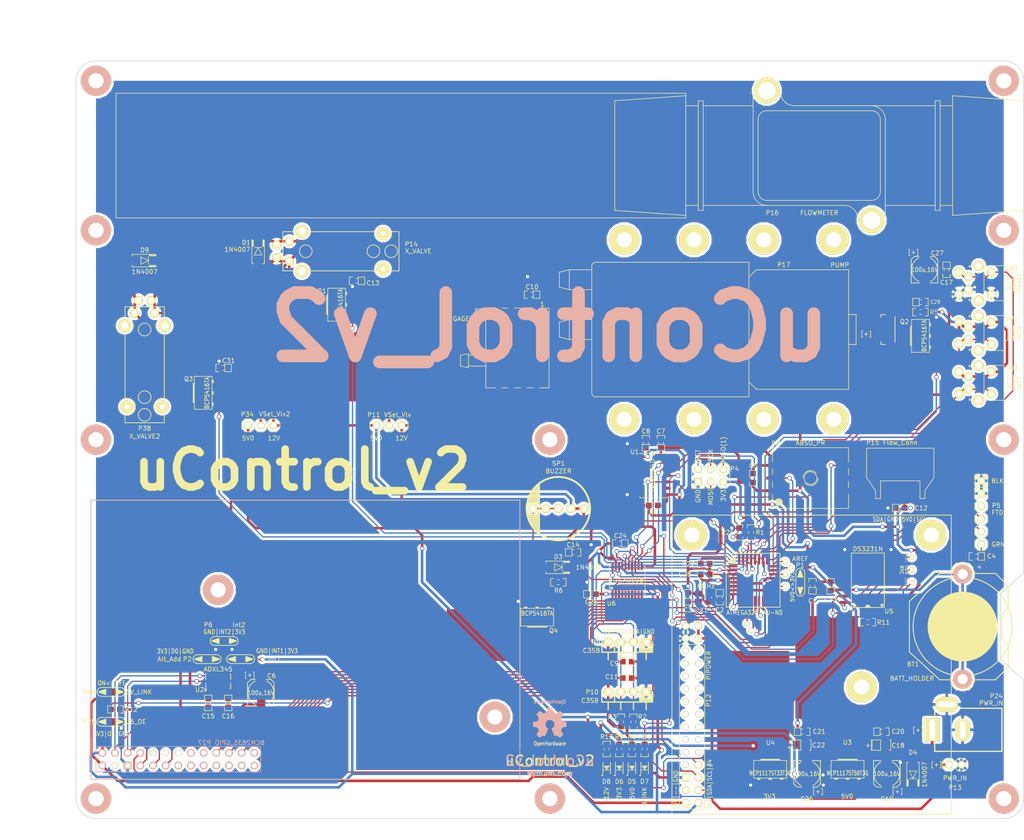
<source format=kicad_pcb>
(kicad_pcb (version 3) (host pcbnew "(2013-mar-13)-testing")
  (layers (15 Front signal) (0 Back signal) (18 B.Paste user) (19 F.Paste user) (20 B.SilkS user) (21 F.SilkS user) (22 B.Mask user) (23 F.Mask user) (28 Edge.Cuts user))
  (net 0 "")
  (net 1 +3.3V)
  (net 2 /AREF)
  (net 3 /Interface/+Vlv)
  (net 4 /Interface/+Vlv2)
  (net 5 /Interface/-Vlv)
  (net 6 /Interface/-Vlv2)
  (net 7 /Interface/12V)
  (net 8 /Interface/5V0)
  (net 9 /Interface/MISO)
  (net 10 /Interface/PC2_Pr2)
  (net 11 /Interface/PC3_Pr1)
  (net 12 /Interface/PD4_Valve2)
  (net 13 /Interface/P_MISO)
  (net 14 /Interface/P_MOSI)
  (net 15 /Interface/P_SCK)
  (net 16 /Interface/P_SS)
  (net 17 /Interface/Pump)
  (net 18 /Interface/SCK)
  (net 19 /Interface/SCL)
  (net 20 /Interface/SDA)
  (net 21 /Interface/Spk)
  (net 22 /Interface/~MOSI)
  (net 23 /Interface/~PB1_Pump)
  (net 24 /Interface/~PD5_Valve)
  (net 25 /Interface/~PD6_Spk)
  (net 26 /Interface/~SS)
  (net 27 /PB0)
  (net 28 /PB6)
  (net 29 /PB7)
  (net 30 /PC0)
  (net 31 /PC1)
  (net 32 /PC6)
  (net 33 /PC7)
  (net 34 /PD2)
  (net 35 /PD7)
  (net 36 /RPi/ACL_INT1)
  (net 37 /RPi/ACL_INT2)
  (net 38 /RPi/ACL_SDO)
  (net 39 /RPi/GPIO4)
  (net 40 /RPi/PWR_IN)
  (net 41 /RPi/RESET)
  (net 42 /RPi/RXD)
  (net 43 /RPi/Rpi_3V3)
  (net 44 /RPi/Rpi_5V0)
  (net 45 /RPi/Rpi_MISO)
  (net 46 /RPi/Rpi_MOSI)
  (net 47 /RPi/Rpi_OE)
  (net 48 /RPi/Rpi_RST)
  (net 49 /RPi/Rpi_Rx)
  (net 50 /RPi/Rpi_SCK)
  (net 51 /RPi/Rpi_SCL)
  (net 52 /RPi/Rpi_SDA)
  (net 53 /RPi/Rpi_Tx)
  (net 54 /RPi/TXD)
  (net 55 /rtc/32k)
  (net 56 /rtc/BAT)
  (net 57 /rtc/RST)
  (net 58 /rtc/SQR)
  (net 59 /~PD3)
  (net 60 /~RTS)
  (net 61 GND)
  (net 62 N-00000100)
  (net 63 N-00000101)
  (net 64 N-00000113)
  (net 65 N-00000114)
  (net 66 N-00000118)
  (net 67 N-0000033)
  (net 68 N-0000038)
  (net 69 N-0000039)
  (net 70 N-0000042)
  (net 71 N-0000043)
  (net 72 N-0000044)
  (net 73 N-0000045)
  (net 74 N-0000046)
  (net 75 N-0000047)
  (net 76 N-0000048)
  (net 77 N-0000049)
  (net 78 N-0000050)
  (net 79 N-0000051)
  (net 80 N-0000052)
  (net 81 N-0000053)
  (net 82 N-0000054)
  (net 83 N-0000055)
  (net 84 N-0000058)
  (net 85 N-0000059)
  (net 86 N-0000060)
  (net 87 N-0000061)
  (net 88 N-0000062)
  (net 89 N-0000063)
  (net 90 N-0000064)
  (net 91 N-0000065)
  (net 92 N-0000066)
  (net 93 N-0000068)
  (net 94 N-0000070)
  (net 95 N-0000071)
  (net 96 N-0000072)
  (net 97 N-0000073)
  (net 98 N-0000074)
  (net 99 N-0000076)
  (net 100 N-0000077)
  (net 101 N-0000078)
  (net 102 N-0000079)
  (net 103 N-0000088)
  (net 104 N-0000089)
  (net 105 N-0000090)
  (net 106 N-0000091)
  (net 107 N-0000092)
  (net 108 N-0000093)
  (net 109 N-0000094)
  (net 110 N-0000095)
  (net 111 N-0000096)
  (net 112 N-0000098)
  (module pin_strip_4-90 (layer Front) (at 136 152)
    (fp_text reference P10 (at -7.0315 0.019) (layer F.SilkS) (effects (font (size 0.889 0.889) (thickness 0.127))))
    (fp_text value C3SB (at -7.476 1.7335) (layer F.SilkS) (effects (font (size 0.889 0.889) (thickness 0.127))))
    (pad 1 thru_hole circle (at -3.81 0) (size 1.778 1.778) (drill 1.016) (layers *.Cu *.Mask F.SilkS) (net 8 /Interface/5V0))
    (pad 2 thru_hole circle (at -1.27 0) (size 1.778 1.778) (drill 1.016) (layers *.Cu *.Mask F.SilkS) (net 19 /Interface/SCL))
    (pad 3 thru_hole circle (at 1.27 0) (size 1.778 1.778) (drill 1.016) (layers *.Cu *.Mask F.SilkS) (net 20 /Interface/SDA))
    (pad 4 thru_hole rect (at 3.81 0) (size 1.778 1.778) (drill 1.016) (layers *.Cu *.Mask F.SilkS) (net 61 GND))
  )
  (module pin_strip_4-90 (layer Front) (at 136 142)
    (fp_text reference P9 (at -6.2695 0.0495) (layer F.SilkS) (effects (font (size 0.889 0.889) (thickness 0.127))))
    (fp_text value C3SB (at -7.1585 1.7005) (layer F.SilkS) (effects (font (size 0.889 0.889) (thickness 0.127))))
    (pad 1 thru_hole circle (at -3.81 0) (size 1.778 1.778) (drill 1.016) (layers *.Cu *.Mask F.SilkS) (net 8 /Interface/5V0))
    (pad 2 thru_hole circle (at -1.27 0) (size 1.778 1.778) (drill 1.016) (layers *.Cu *.Mask F.SilkS) (net 19 /Interface/SCL))
    (pad 3 thru_hole circle (at 1.27 0) (size 1.778 1.778) (drill 1.016) (layers *.Cu *.Mask F.SilkS) (net 20 /Interface/SDA))
    (pad 4 thru_hole rect (at 3.81 0) (size 1.778 1.778) (drill 1.016) (layers *.Cu *.Mask F.SilkS) (net 61 GND))
  )
  (module PCB (layer Front) (at 120.25 101.2)
    (fp_text reference PCB1 hide)
    (fp_text value PCB hide)
  )
  (module vite_3mm (layer Front) (at 29.5 173.4)
    (fp_text reference SC8 hide)
    (fp_text value SCREW hide)
    (pad 1 thru_hole circle (at 0 0) (size 6.096 6.096) (drill 3.048) (layers *.Cu *.SilkS *.Mask))
  )
  (module vite_3mm (layer Front) (at 120.5 173.4)
    (fp_text reference SC9 hide)
    (fp_text value SCREW hide)
    (pad 1 thru_hole circle (at 0 0) (size 6.096 6.096) (drill 3.048) (layers *.Cu *.SilkS *.Mask))
  )
  (module vite_3mm (layer Front) (at 211.5 173.4)
    (fp_text reference SC10 hide)
    (fp_text value SCREW hide)
    (pad 1 thru_hole circle (at 0 0) (size 6.096 6.096) (drill 3.048) (layers *.Cu *.SilkS *.Mask))
  )
  (module vite_3mm (layer Front) (at 211.5 101.4)
    (fp_text reference SC7 hide)
    (fp_text value SCREW hide)
    (pad 1 thru_hole circle (at 0 0) (size 6.096 6.096) (drill 3.048) (layers *.Cu *.SilkS *.Mask))
  )
  (module vite_3mm (layer Front) (at 29.5 59.4)
    (fp_text reference SC3 hide)
    (fp_text value SCREW hide)
    (pad 1 thru_hole circle (at 0 0) (size 6.096 6.096) (drill 3.048) (layers *.Cu *.SilkS *.Mask))
  )
  (module vite_3mm (layer Front) (at 211.5 59.4)
    (fp_text reference SC4 hide)
    (fp_text value SCREW hide)
    (pad 1 thru_hole circle (at 0 0) (size 6.096 6.096) (drill 3.048) (layers *.Cu *.SilkS *.Mask))
  )
  (module vite_3mm (layer Front) (at 211.5 29.4)
    (fp_text reference SC2 hide)
    (fp_text value SCREW hide)
    (pad 1 thru_hole circle (at 0 0) (size 6.096 6.096) (drill 3.048) (layers *.Cu *.SilkS *.Mask))
  )
  (module vite_3mm (layer Front) (at 120.5 101.4)
    (fp_text reference SC6 hide)
    (fp_text value SCREW hide)
    (pad 1 thru_hole circle (at 0 0) (size 6.096 6.096) (drill 3.048) (layers *.Cu *.SilkS *.Mask))
  )
  (module vite_3mm (layer Front) (at 29.5 101.4)
    (fp_text reference SC5 hide)
    (fp_text value SCREW hide)
    (pad 1 thru_hole circle (at 0 0) (size 6.096 6.096) (drill 3.048) (layers *.Cu *.SilkS *.Mask))
  )
  (module JACK_ALIM (layer Front) (at 203.25 159.6 180)
    (fp_text reference P24 (at -6.7445 6.7555 180) (layer F.SilkS) (effects (font (size 0.889 0.889) (thickness 0.127))))
    (fp_text value PWR_IN (at -5.7285 5.3585 180) (layer F.SilkS) (effects (font (size 0.889 0.889) (thickness 0.127))))
    (pad 2 thru_hole oval (at 0 0 180) (size 3.048 4.572) (drill oval 1.1684 3.556) (layers *.Cu *.Mask F.SilkS) (net 61 GND))
    (pad 1 thru_hole rect (at 6.096 0 180) (size 3.048 4.572) (drill oval 1.1684 4.064) (layers *.Cu *.Mask F.SilkS) (net 40 /RPi/PWR_IN))
    (pad 3 thru_hole oval (at 3.175 5.08 180) (size 4.572 3.048) (drill oval 3.556 1.1684) (layers *.Cu *.Mask F.SilkS) (net 61 GND))
  )
  (module DS3231 (layer Front) (at 184.25 129.6 90)
    (fp_text reference U5 (at -6.2265 4.218 180) (layer F.SilkS) (effects (font (size 0.889 0.889) (thickness 0.127))))
    (fp_text value DS3231N (at 6.2865 0 180) (layer F.SilkS) (effects (font (size 0.889 0.889) (thickness 0.127))))
    (pad 1 smd rect (at -4.445 4.65074 90) (size 0.59944 1.99898) (layers Front F.Paste F.Mask) (net 55 /rtc/32k))
    (pad 2 smd rect (at -3.175 4.65074 90) (size 0.59944 1.99898) (layers Front F.Paste F.Mask) (net 8 /Interface/5V0))
    (pad 3 smd rect (at -1.905 4.65074 90) (size 0.59944 1.99898) (layers Front F.Paste F.Mask) (net 58 /rtc/SQR))
    (pad 4 smd rect (at -0.635 4.65074 90) (size 0.59944 1.99898) (layers Front F.Paste F.Mask) (net 57 /rtc/RST))
    (pad 5 smd rect (at 0.635 4.65074 90) (size 0.59944 1.99898) (layers Front F.Paste F.Mask) (net 61 GND))
    (pad 6 smd rect (at 1.905 4.65074 90) (size 0.59944 1.99898) (layers Front F.Paste F.Mask) (net 61 GND))
    (pad 7 smd rect (at 3.175 4.65074 90) (size 0.59944 1.99898) (layers Front F.Paste F.Mask) (net 61 GND))
    (pad 8 smd rect (at 4.445 4.65074 90) (size 0.59944 1.99898) (layers Front F.Paste F.Mask) (net 61 GND))
    (pad 9 smd rect (at 4.445 -4.65074 90) (size 0.59944 1.99898) (layers Front F.Paste F.Mask) (net 61 GND))
    (pad 10 smd rect (at 3.175 -4.65074 90) (size 0.59944 1.99898) (layers Front F.Paste F.Mask) (net 61 GND))
    (pad 11 smd rect (at 1.905 -4.65074 90) (size 0.59944 1.99898) (layers Front F.Paste F.Mask) (net 61 GND))
    (pad 12 smd rect (at 0.635 -4.65074 90) (size 0.59944 1.99898) (layers Front F.Paste F.Mask) (net 61 GND))
    (pad 13 smd rect (at -0.635 -4.65074 90) (size 0.59944 1.99898) (layers Front F.Paste F.Mask) (net 61 GND))
    (pad 14 smd rect (at -1.905 -4.65074 90) (size 0.59944 1.99898) (layers Front F.Paste F.Mask) (net 56 /rtc/BAT))
    (pad 15 smd rect (at -3.175 -4.65074 90) (size 0.59944 1.99898) (layers Front F.Paste F.Mask) (net 20 /Interface/SDA))
    (pad 16 smd rect (at -4.445 -4.65074 90) (size 0.59944 1.99898) (layers Front F.Paste F.Mask) (net 19 /Interface/SCL))
  )
  (module TXS0108EPWR (layer Front) (at 136 129.6)
    (fp_text reference U6 (at -3.158 4.639) (layer F.SilkS) (effects (font (size 0.889 0.889) (thickness 0.127))))
    (fp_text value TSX0108 (at 0.398 0.0035) (layer F.SilkS) (effects (font (size 0.889 0.889) (thickness 0.127))))
    (pad 5 smd rect (at -0.32512 2.79908) (size 0.4191 1.47066) (layers Front F.Paste F.Mask) (net 49 /RPi/Rpi_Rx) (clearance 0.1016))
    (pad 6 smd rect (at 0.32512 2.79908) (size 0.4191 1.47066) (layers Front F.Paste F.Mask) (net 48 /RPi/Rpi_RST) (clearance 0.1016))
    (pad 7 smd rect (at 0.97536 2.79908) (size 0.4191 1.47066) (layers Front F.Paste F.Mask) (net 46 /RPi/Rpi_MOSI) (clearance 0.1016))
    (pad 8 smd rect (at 1.6256 2.79908) (size 0.4191 1.47066) (layers Front F.Paste F.Mask) (net 45 /RPi/Rpi_MISO) (clearance 0.1016))
    (pad 19 smd rect (at -2.27584 -2.79908) (size 0.4191 1.47066) (layers Front F.Paste F.Mask) (net 8 /Interface/5V0) (clearance 0.1016))
    (pad 2 smd rect (at -2.27584 2.79908) (size 0.4191 1.47066) (layers Front F.Paste F.Mask) (net 43 /RPi/Rpi_3V3) (clearance 0.1016))
    (pad 3 smd rect (at -1.6256 2.79908) (size 0.4191 1.47066) (layers Front F.Paste F.Mask) (net 51 /RPi/Rpi_SCL) (clearance 0.1016))
    (pad 4 smd rect (at -0.97536 2.79908) (size 0.4191 1.47066) (layers Front F.Paste F.Mask) (net 53 /RPi/Rpi_Tx) (clearance 0.1016))
    (pad 12 smd rect (at 2.27584 -2.79908) (size 0.4191 1.47066) (layers Front F.Paste F.Mask) (net 18 /Interface/SCK) (clearance 0.1016))
    (pad 13 smd rect (at 1.6256 -2.79908) (size 0.4191 1.47066) (layers Front F.Paste F.Mask) (net 9 /Interface/MISO) (clearance 0.1016))
    (pad 14 smd rect (at 0.97536 -2.79908) (size 0.4191 1.47066) (layers Front F.Paste F.Mask) (net 22 /Interface/~MOSI) (clearance 0.1016))
    (pad 15 smd rect (at 0.32512 -2.79908) (size 0.4191 1.47066) (layers Front F.Paste F.Mask) (net 41 /RPi/RESET) (clearance 0.1016))
    (pad 16 smd rect (at -0.32512 -2.79908) (size 0.4191 1.47066) (layers Front F.Paste F.Mask) (net 54 /RPi/TXD) (clearance 0.1016))
    (pad 17 smd rect (at -0.97536 -2.79908) (size 0.4191 1.47066) (layers Front F.Paste F.Mask) (net 42 /RPi/RXD) (clearance 0.1016))
    (pad 9 smd rect (at 2.27584 2.79908) (size 0.4191 1.47066) (layers Front F.Paste F.Mask) (net 50 /RPi/Rpi_SCK) (clearance 0.1016))
    (pad 18 smd rect (at -1.6256 -2.79908) (size 0.4191 1.47066) (layers Front F.Paste F.Mask) (net 19 /Interface/SCL) (clearance 0.1016))
    (pad 1 smd rect (at -2.92608 2.79908) (size 0.4191 1.47066) (layers Front F.Paste F.Mask) (net 52 /RPi/Rpi_SDA) (clearance 0.1016))
    (pad 10 smd rect (at 2.92608 2.79908) (size 0.4191 1.47066) (layers Front F.Paste F.Mask) (net 47 /RPi/Rpi_OE) (clearance 0.1016))
    (pad 11 smd rect (at 2.92608 -2.79908) (size 0.4191 1.47066) (layers Front F.Paste F.Mask) (net 61 GND) (clearance 0.1016))
    (pad 20 smd rect (at -2.92608 -2.79908) (size 0.4191 1.47066) (layers Front F.Paste F.Mask) (net 20 /Interface/SDA) (clearance 0.1016))
  )
  (module HDIB002AUY8H5 (layer Front) (at 172.75 109.1 270)
    (fp_text reference P8 (at -6.9285 6.9515 360) (layer F.SilkS) (effects (font (size 0.889 0.889) (thickness 0.127))))
    (fp_text value ABSO_PR (at -7.0612 0 360) (layer F.SilkS) (effects (font (size 0.889 0.889) (thickness 0.127))))
    (fp_text user 1 (at 3.8665 8.666 360) (layer F.SilkS) (effects (font (size 0.889 0.889) (thickness 0.127))))
    (pad 3 smd rect (at -2.54 7.366 270) (size 0.6096 3.048) (layers Front F.Paste F.Mask) (net 61 GND))
    (pad 2 smd rect (at 0 7.366 270) (size 0.6096 3.048) (layers Front F.Paste F.Mask) (net 10 /Interface/PC2_Pr2))
    (pad 1 smd rect (at 2.54 7.366 270) (size 0.6096 3.048) (layers Front F.Paste F.Mask) (net 8 /Interface/5V0))
    (pad 6 smd rect (at 2.54 -7.366 270) (size 0.6096 3.048) (layers Front F.Paste F.Mask) (net 19 /Interface/SCL))
    (pad 5 smd rect (at 0 -7.366 270) (size 0.6096 3.048) (layers Front F.Paste F.Mask) (net 64 N-00000113))
    (pad 4 smd rect (at -2.54 -7.366 270) (size 0.6096 3.048) (layers Front F.Paste F.Mask) (net 20 /Interface/SDA))
  )
  (module TXB0104D (layer Front) (at 141.25 108.6 270)
    (fp_text reference U1 (at -4.7775 3.7725 360) (layer F.SilkS) (effects (font (size 0.889 0.889) (thickness 0.127))))
    (fp_text value TXB0104D (at -0.015 0.153 270) (layer F.SilkS) (effects (font (size 0.889 0.889) (thickness 0.127))))
    (pad 5 smd rect (at 1.27 2.6924 270) (size 0.5969 1.5494) (layers Front F.Paste F.Mask) (net 14 /Interface/P_MOSI) (clearance 0.0762))
    (pad 6 smd rect (at 2.54 2.6924 270) (size 0.5969 1.5494) (layers Front F.Paste F.Mask) (net 109 N-0000094) (clearance 0.0762))
    (pad 7 smd rect (at 3.81 2.6924 270) (size 0.5969 1.5494) (layers Front F.Paste F.Mask) (net 61 GND) (clearance 0.0762))
    (pad 10 smd rect (at 1.27 -2.6924 270) (size 0.5969 1.5494) (layers Front F.Paste F.Mask) (net 22 /Interface/~MOSI) (clearance 0.0762))
    (pad 2 smd rect (at -2.54 2.6924 270) (size 0.5969 1.5494) (layers Front F.Paste F.Mask) (net 13 /Interface/P_MISO) (clearance 0.0762))
    (pad 3 smd rect (at -1.27 2.6924 270) (size 0.5969 1.5494) (layers Front F.Paste F.Mask) (net 15 /Interface/P_SCK) (clearance 0.0762))
    (pad 4 smd rect (at 0 2.6924 270) (size 0.5969 1.5494) (layers Front F.Paste F.Mask) (net 16 /Interface/P_SS) (clearance 0.0762))
    (pad 12 smd rect (at -1.27 -2.6924 270) (size 0.5969 1.5494) (layers Front F.Paste F.Mask) (net 18 /Interface/SCK) (clearance 0.0762))
    (pad 13 smd rect (at -2.54 -2.6924 270) (size 0.5969 1.5494) (layers Front F.Paste F.Mask) (net 9 /Interface/MISO) (clearance 0.0762))
    (pad 14 smd rect (at -3.81 -2.6924 270) (size 0.5969 1.5494) (layers Front F.Paste F.Mask) (net 8 /Interface/5V0) (clearance 0.0762))
    (pad 9 smd rect (at 2.54 -2.6924 270) (size 0.5969 1.5494) (layers Front F.Paste F.Mask) (net 110 N-0000095) (clearance 0.0762))
    (pad 1 smd rect (at -3.81 2.6924 270) (size 0.5969 1.5494) (layers Front F.Paste F.Mask) (net 1 +3.3V) (clearance 0.0762))
    (pad 8 smd rect (at 3.81 -2.6924 270) (size 0.5969 1.5494) (layers Front F.Paste F.Mask) (net 1 +3.3V) (clearance 0.0762))
    (pad 11 smd rect (at 0 -2.6924 270) (size 0.5969 1.5494) (layers Front F.Paste F.Mask) (net 26 /Interface/~SS) (clearance 0.0762))
  )
  (module Header_FTDI (layer Front) (at 207 116 270)
    (fp_text reference P5 (at -1.3825 -2.9945 360) (layer F.SilkS) (effects (font (size 0.889 0.889) (thickness 0.127))))
    (fp_text value FTDI (at 0.0145 -3.439 360) (layer F.SilkS) (effects (font (size 0.889 0.889) (thickness 0.127))))
    (fp_text user GRN (at 6.428 -3.3755 360) (layer F.SilkS) (effects (font (size 0.889 0.889) (thickness 0.127))))
    (fp_text user BLK (at -6.3355 -3.2485 360) (layer F.SilkS) (effects (font (size 0.889 0.889) (thickness 0.127))))
    (pad 1 thru_hole rect (at -6.35 0 270) (size 1.524 1.524) (drill 1.016) (layers *.Cu *.Mask F.SilkS) (net 61 GND))
    (pad 2 thru_hole rect (at -3.81 0 270) (size 1.524 1.524) (drill 1.016) (layers *.Cu *.Mask F.SilkS) (net 61 GND))
    (pad 3 thru_hole circle (at -1.27 0 270) (size 1.524 1.524) (drill 1.016) (layers *.Cu *.Mask F.SilkS) (net 67 N-0000033))
    (pad 4 thru_hole circle (at 1.27 0 270) (size 1.524 1.524) (drill 1.016) (layers *.Cu *.Mask F.SilkS) (net 42 /RPi/RXD))
    (pad 5 thru_hole circle (at 3.81 0 270) (size 1.524 1.524) (drill 1.016) (layers *.Cu *.Mask F.SilkS) (net 54 /RPi/TXD))
    (pad 6 thru_hole circle (at 6.35 0 270) (size 1.524 1.524) (drill 1.016) (layers *.Cu *.Mask F.SilkS) (net 60 /~RTS))
  )
  (module SW_PB_V_H (layer Front) (at 209 70 180)
    (fp_text reference SW1 (at -4.106 2.944 180) (layer F.SilkS) (effects (font (size 0.889 0.889) (thickness 0.127))))
    (fp_text value Reset (at -5.5665 0.023 270) (layer F.SilkS) (effects (font (size 0.889 0.889) (thickness 0.127))))
    (pad 1 thru_hole circle (at 0 -2.2225 180) (size 1.778 1.778) (drill 1.016) (layers *.Cu *.Mask F.SilkS) (net 61 GND))
    (pad 2 thru_hole circle (at 0 2.2225 180) (size 1.778 1.778) (drill 1.016) (layers *.Cu *.Mask F.SilkS) (net 41 /RPi/RESET))
    (pad 3 thru_hole circle (at 2.54 -3.4925 180) (size 2.032 2.032) (drill 1.27) (layers *.Cu *.Mask F.SilkS))
    (pad 3 thru_hole circle (at 2.54 3.4925 180) (size 2.032 2.032) (drill 1.27) (layers *.Cu *.Mask F.SilkS))
    (pad 2 thru_hole circle (at 6.477 2.2225 180) (size 1.778 1.778) (drill 1.016) (layers *.Cu *.Mask F.SilkS) (net 41 /RPi/RESET))
    (pad 1 thru_hole circle (at 6.477 -2.2225 180) (size 1.778 1.778) (drill 1.016) (layers *.Cu *.Mask F.SilkS) (net 61 GND))
    (pad 2 thru_hole circle (at 4.572 1.27 180) (size 1.778 1.778) (drill 1.016) (layers *.Cu *.Mask F.SilkS) (net 41 /RPi/RESET))
    (pad 1 thru_hole circle (at 4.572 -1.27 180) (size 1.778 1.778) (drill 1.016) (layers *.Cu *.Mask F.SilkS) (net 61 GND))
  )
  (module CR2032 (layer Front) (at 203.25 138.9 270)
    (fp_text reference BT1 (at 7.531 9.956 360) (layer F.SilkS) (effects (font (size 0.889 0.889) (thickness 0.127))))
    (fp_text value BATT_HOLDER (at 10.3885 10.1465 360) (layer F.SilkS) (effects (font (size 0.889 0.889) (thickness 0.127))))
    (fp_text user - (at 0 -3.937 270) (layer F.SilkS) (effects (font (size 0.889 0.889) (thickness 0.127))))
    (fp_text user + (at -11.938 -3.302 270) (layer F.SilkS) (effects (font (size 0.889 0.889) (thickness 0.127))))
    (pad + thru_hole circle (at -10.541 0 270) (size 3.81 3.81) (drill 2.032) (layers *.Cu B.Paste B.SilkS B.Mask) (net 56 /rtc/BAT))
    (pad + thru_hole circle (at 10.541 0 270) (size 3.81 3.81) (drill 2.032) (layers *.Cu B.Paste B.SilkS B.Mask) (net 56 /rtc/BAT))
    (pad - smd circle (at 0 0 270) (size 14 14) (layers Front F.Paste F.SilkS F.Mask) (net 61 GND))
  )
  (module SW_PB_V_H (layer Front) (at 209 80 180)
    (fp_text reference SW2 (at -4.0425 2.911 180) (layer F.SilkS) (effects (font (size 0.889 0.889) (thickness 0.127))))
    (fp_text value INT0 (at -5.63 -0.01 270) (layer F.SilkS) (effects (font (size 0.889 0.889) (thickness 0.127))))
    (pad 1 thru_hole circle (at 0 -2.2225 180) (size 1.778 1.778) (drill 1.016) (layers *.Cu *.Mask F.SilkS) (net 34 /PD2))
    (pad 2 thru_hole circle (at 0 2.2225 180) (size 1.778 1.778) (drill 1.016) (layers *.Cu *.Mask F.SilkS) (net 8 /Interface/5V0))
    (pad 3 thru_hole circle (at 2.54 -3.4925 180) (size 2.032 2.032) (drill 1.27) (layers *.Cu *.Mask F.SilkS))
    (pad 3 thru_hole circle (at 2.54 3.4925 180) (size 2.032 2.032) (drill 1.27) (layers *.Cu *.Mask F.SilkS))
    (pad 2 thru_hole circle (at 6.477 2.2225 180) (size 1.778 1.778) (drill 1.016) (layers *.Cu *.Mask F.SilkS) (net 8 /Interface/5V0))
    (pad 1 thru_hole circle (at 6.477 -2.2225 180) (size 1.778 1.778) (drill 1.016) (layers *.Cu *.Mask F.SilkS) (net 34 /PD2))
    (pad 2 thru_hole circle (at 4.572 1.27 180) (size 1.778 1.778) (drill 1.016) (layers *.Cu *.Mask F.SilkS) (net 8 /Interface/5V0))
    (pad 1 thru_hole circle (at 4.572 -1.27 180) (size 1.778 1.778) (drill 1.016) (layers *.Cu *.Mask F.SilkS) (net 34 /PD2))
  )
  (module SW_PB_V_H (layer Front) (at 209 90 180)
    (fp_text reference SW3 (at -4.106 2.9415 180) (layer F.SilkS) (effects (font (size 0.889 0.889) (thickness 0.127))))
    (fp_text value INT1 (at -5.63 0.0205 270) (layer F.SilkS) (effects (font (size 0.889 0.889) (thickness 0.127))))
    (pad 1 thru_hole circle (at 0 -2.2225 180) (size 1.778 1.778) (drill 1.016) (layers *.Cu *.Mask F.SilkS) (net 59 /~PD3))
    (pad 2 thru_hole circle (at 0 2.2225 180) (size 1.778 1.778) (drill 1.016) (layers *.Cu *.Mask F.SilkS) (net 8 /Interface/5V0))
    (pad 3 thru_hole circle (at 2.54 -3.4925 180) (size 2.032 2.032) (drill 1.27) (layers *.Cu *.Mask F.SilkS))
    (pad 3 thru_hole circle (at 2.54 3.4925 180) (size 2.032 2.032) (drill 1.27) (layers *.Cu *.Mask F.SilkS))
    (pad 2 thru_hole circle (at 6.477 2.2225 180) (size 1.778 1.778) (drill 1.016) (layers *.Cu *.Mask F.SilkS) (net 8 /Interface/5V0))
    (pad 1 thru_hole circle (at 6.477 -2.2225 180) (size 1.778 1.778) (drill 1.016) (layers *.Cu *.Mask F.SilkS) (net 59 /~PD3))
    (pad 2 thru_hole circle (at 4.572 1.27 180) (size 1.778 1.778) (drill 1.016) (layers *.Cu *.Mask F.SilkS) (net 8 /Interface/5V0))
    (pad 1 thru_hole circle (at 4.572 -1.27 180) (size 1.778 1.778) (drill 1.016) (layers *.Cu *.Mask F.SilkS) (net 59 /~PD3))
  )
  (module Speaker (layer Front) (at 122.2 115.225 180)
    (fp_text reference SP1 (at -0.0375 9.053 180) (layer F.SilkS) (effects (font (size 0.889 0.889) (thickness 0.127))))
    (fp_text value BUZZER (at -0.0375 7.529 180) (layer F.SilkS) (effects (font (size 0.889 0.889) (thickness 0.127))))
    (pad 1 thru_hole circle (at -2.54 0 180) (size 1.778 1.778) (drill 1.016) (layers *.Cu *.Mask F.SilkS) (net 8 /Interface/5V0))
    (pad 2 thru_hole circle (at 5.08 0 180) (size 1.778 1.778) (drill 1.016) (layers *.Cu *.Mask F.SilkS) (net 21 /Interface/Spk))
    (pad 2 thru_hole circle (at 2.54 0 180) (size 1.778 1.778) (drill 1.016) (layers *.Cu *.Mask F.SilkS) (net 21 /Interface/Spk))
    (pad 1 thru_hole circle (at -5.08 0 180) (size 1.778 1.778) (drill 1.016) (layers *.Cu *.Mask F.SilkS) (net 8 /Interface/5V0))
    (pad 2 thru_hole circle (at 0 0 180) (size 1.778 1.778) (drill 1.016) (layers *.Cu *.Mask F.SilkS) (net 21 /Interface/Spk))
  )
  (module r_0603 (layer Front) (at 151.65 126.275 180)
    (fp_text reference R22 (at 3.3775 -0.09 180) (layer F.SilkS) (effects (font (size 0.889 0.889) (thickness 0.127))))
    (fp_text value 10k hide)
    (pad 1 smd rect (at 0.9 0 180) (size 1.15 1.1) (layers Front F.Paste F.Mask) (net 59 /~PD3))
    (pad 2 smd rect (at -0.9 0 180) (size 1.15 1.1) (layers Front F.Paste F.Mask) (net 61 GND))
  )
  (module r_0603 (layer Front) (at 158.45 120.025 270)
    (fp_text reference R21 (at -0.01 2.3035 360) (layer F.SilkS) (effects (font (size 0.889 0.889) (thickness 0.127))))
    (fp_text value 10k hide)
    (pad 1 smd rect (at 0.9 0 270) (size 1.15 1.1) (layers Front F.Paste F.Mask) (net 34 /PD2))
    (pad 2 smd rect (at -0.9 0 270) (size 1.15 1.1) (layers Front F.Paste F.Mask) (net 61 GND))
  )
  (module C_ELCO_SMD (layer Front) (at 195.6 67.3 180)
    (fp_text reference C27 (at -2.5585 3.336 180) (layer F.SilkS) (effects (font (size 0.889 0.889) (thickness 0.127))))
    (fp_text value 100u,16V (at 0 0 180) (layer F.SilkS) (effects (font (size 0.889 0.762) (thickness 0.127))))
    (fp_text user [+] (at 2.204 3.5265 180) (layer F.SilkS) (effects (font (size 0.889 0.889) (thickness 0.127))))
    (pad 1 smd rect (at 0 2.286 180) (size 1.6256 3.048) (layers Front F.Paste F.Mask) (net 7 /Interface/12V))
    (pad 2 smd rect (at -0.0635 -2.286 180) (size 1.6256 3.048) (layers Front F.Paste F.Mask) (net 66 N-00000118))
  )
  (module C_ELCO_SMD (layer Front) (at 188.075 168.425)
    (fp_text reference C19 (at 0.012 5.057) (layer F.SilkS) (effects (font (size 0.889 0.889) (thickness 0.127))))
    (fp_text value 100u,16V (at 0 0) (layer F.SilkS) (effects (font (size 0.889 0.762) (thickness 0.127))))
    (fp_text user [+] (at 2.1075 3.533) (layer F.SilkS) (effects (font (size 0.889 0.889) (thickness 0.127))))
    (pad 1 smd rect (at 0 2.286) (size 1.6256 3.048) (layers Front F.Paste F.Mask) (net 7 /Interface/12V))
    (pad 2 smd rect (at -0.0635 -2.286) (size 1.6256 3.048) (layers Front F.Paste F.Mask) (net 61 GND))
  )
  (module C_ELCO_SMD (layer Front) (at 172.075 168.425)
    (fp_text reference C26 (at -0.0535 5.057) (layer F.SilkS) (effects (font (size 0.889 0.889) (thickness 0.127))))
    (fp_text value 100u,16V (at 0 0) (layer F.SilkS) (effects (font (size 0.889 0.762) (thickness 0.127))))
    (fp_text user [+] (at 2.169 3.533) (layer F.SilkS) (effects (font (size 0.889 0.889) (thickness 0.127))))
    (pad 1 smd rect (at 0 2.286) (size 1.6256 3.048) (layers Front F.Paste F.Mask) (net 7 /Interface/12V))
    (pad 2 smd rect (at -0.0635 -2.286) (size 1.6256 3.048) (layers Front F.Paste F.Mask) (net 61 GND))
  )
  (module r_0603 (layer Front) (at 184.25 138)
    (fp_text reference R11 (at 3.1385 0.049) (layer F.SilkS) (effects (font (size 0.889 0.889) (thickness 0.127))))
    (fp_text value 10k hide)
    (pad 1 smd rect (at 0.9 0) (size 1.15 1.1) (layers Front F.Paste F.Mask) (net 8 /Interface/5V0))
    (pad 2 smd rect (at -0.9 0) (size 1.15 1.1) (layers Front F.Paste F.Mask) (net 58 /rtc/SQR))
  )
  (module r_0603 (layer Front) (at 160.85 120 90)
    (fp_text reference R1 (at -0.015 1.7735 180) (layer F.SilkS) (effects (font (size 0.889 0.889) (thickness 0.127))))
    (fp_text value 10k hide)
    (pad 1 smd rect (at 0.9 0 90) (size 1.15 1.1) (layers Front F.Paste F.Mask) (net 8 /Interface/5V0))
    (pad 2 smd rect (at -0.9 0 90) (size 1.15 1.1) (layers Front F.Paste F.Mask) (net 41 /RPi/RESET))
  )
  (module r_0603 (layer Front) (at 137.25 158 270)
    (fp_text reference R2 (at -1.0026 -1.7896 360) (layer F.SilkS) (effects (font (size 0.889 0.889) (thickness 0.127))))
    (fp_text value 10k hide)
    (pad 1 smd rect (at 0.9 0 270) (size 1.15 1.1) (layers Front F.Paste F.Mask) (net 8 /Interface/5V0))
    (pad 2 smd rect (at -0.9 0 270) (size 1.15 1.1) (layers Front F.Paste F.Mask) (net 20 /Interface/SDA))
  )
  (module r_0603 (layer Front) (at 134.75 158 270)
    (fp_text reference R3 (at -1.0026 1.7556 360) (layer F.SilkS) (effects (font (size 0.889 0.889) (thickness 0.127))))
    (fp_text value 10k hide)
    (pad 1 smd rect (at 0.9 0 270) (size 1.15 1.1) (layers Front F.Paste F.Mask) (net 8 /Interface/5V0))
    (pad 2 smd rect (at -0.9 0 270) (size 1.15 1.1) (layers Front F.Paste F.Mask) (net 19 /Interface/SCL))
  )
  (module r_0603 (layer Front) (at 141.25 114.6 180)
    (fp_text reference R4 (at 0 -1.55 180) (layer F.SilkS) (effects (font (size 0.889 0.889) (thickness 0.127))))
    (fp_text value 10k hide)
    (pad 1 smd rect (at 0.9 0 180) (size 1.15 1.1) (layers Front F.Paste F.Mask) (net 61 GND))
    (pad 2 smd rect (at -0.9 0 180) (size 1.15 1.1) (layers Front F.Paste F.Mask) (net 1 +3.3V))
  )
  (module r_0603 (layer Front) (at 122.2 130)
    (fp_text reference R6 (at 0.0375 1.6355) (layer F.SilkS) (effects (font (size 0.889 0.889) (thickness 0.127))))
    (fp_text value 1k hide)
    (pad 1 smd rect (at 0.9 0) (size 1.15 1.1) (layers Front F.Paste F.Mask) (net 8 /Interface/5V0))
    (pad 2 smd rect (at -0.9 0) (size 1.15 1.1) (layers Front F.Paste F.Mask) (net 21 /Interface/Spk))
  )
  (module r_0603 (layer Front) (at 136.9568 163.449 90)
    (fp_text reference R8 (at 2.4384 0 180) (layer F.SilkS) (effects (font (size 0.889 0.889) (thickness 0.127))))
    (fp_text value 330E hide)
    (pad 1 smd rect (at 0.9 0 90) (size 1.15 1.1) (layers Front F.Paste F.Mask) (net 8 /Interface/5V0))
    (pad 2 smd rect (at -0.9 0 90) (size 1.15 1.1) (layers Front F.Paste F.Mask) (net 107 N-0000092))
  )
  (module r_0603 (layer Front) (at 134.4168 163.449 90)
    (fp_text reference R9 (at 2.4384 0 180) (layer F.SilkS) (effects (font (size 0.889 0.889) (thickness 0.127))))
    (fp_text value 120E hide)
    (pad 1 smd rect (at 0.9 0 90) (size 1.15 1.1) (layers Front F.Paste F.Mask) (net 1 +3.3V))
    (pad 2 smd rect (at -0.9 0 90) (size 1.15 1.1) (layers Front F.Paste F.Mask) (net 106 N-0000091))
  )
  (module r_0603 (layer Front) (at 139.4968 163.449 90)
    (fp_text reference R10 (at 2.4384 0 180) (layer F.SilkS) (effects (font (size 0.889 0.889) (thickness 0.127))))
    (fp_text value 1k hide)
    (pad 1 smd rect (at 0.9 0 90) (size 1.15 1.1) (layers Front F.Paste F.Mask) (net 18 /Interface/SCK))
    (pad 2 smd rect (at -0.9 0 90) (size 1.15 1.1) (layers Front F.Paste F.Mask) (net 105 N-0000090))
  )
  (module r_0603 (layer Front) (at 33.4 155.5 180)
    (fp_text reference R12 (at -3.176 -0.0115 180) (layer F.SilkS) (effects (font (size 0.889 0.889) (thickness 0.127))))
    (fp_text value 10k hide)
    (pad 1 smd rect (at 0.9 0 180) (size 1.15 1.1) (layers Front F.Paste F.Mask) (net 47 /RPi/Rpi_OE))
    (pad 2 smd rect (at -0.9 0 180) (size 1.15 1.1) (layers Front F.Paste F.Mask) (net 61 GND))
  )
  (module r_0603 (layer Front) (at 131.8768 163.449 90)
    (fp_text reference R13 (at 2.4384 0 180) (layer F.SilkS) (effects (font (size 0.889 0.889) (thickness 0.127))))
    (fp_text value 1k hide)
    (pad 1 smd rect (at 0.9 0 90) (size 1.15 1.1) (layers Front F.Paste F.Mask) (net 7 /Interface/12V))
    (pad 2 smd rect (at -0.9 0 90) (size 1.15 1.1) (layers Front F.Paste F.Mask) (net 108 N-0000093))
  )
  (module Conn_Flow_SFM3000_Male (layer Front) (at 190.75 111.6 180)
    (fp_text reference P15 (at 5.5205 9.619 180) (layer F.SilkS) (effects (font (size 0.889 0.889) (thickness 0.127))))
    (fp_text value Flow_Conn (at -0.004 9.619 180) (layer F.SilkS) (effects (font (size 0.889 0.889) (thickness 0.127))))
    (pad 1 smd rect (at -3 0 180) (size 1.2 3.2) (layers Front F.Paste F.Mask) (net 19 /Interface/SCL))
    (pad 2 smd rect (at -0.9934 0 180) (size 1.2 3.2) (layers Front F.Paste F.Mask) (net 8 /Interface/5V0))
    (pad 3 smd rect (at 1.0132 0 180) (size 1.2 3.2) (layers Front F.Paste F.Mask) (net 61 GND))
    (pad 4 smd rect (at 3.0198 0 180) (size 1.2 3.2) (layers Front F.Paste F.Mask) (net 20 /Interface/SDA))
    (pad "" smd rect (at -5.55 5.5 180) (size 1.7 5.3) (layers Front F.Paste F.Mask))
    (pad "" smd rect (at 5.55 5.5 180) (size 1.7 5.3) (layers Front F.Paste F.Mask))
  )
  (module led_0805 (layer Front) (at 131.8768 167.259 90)
    (fp_text reference D8 (at -2.7265 -0.0345 180) (layer F.SilkS) (effects (font (size 0.889 0.889) (thickness 0.127))))
    (fp_text value 12V (at -5.076 -0.0345 90) (layer F.SilkS) (effects (font (size 0.889 0.889) (thickness 0.127))))
    (pad 1 smd rect (at 1.016 0 90) (size 1.016 1.27) (layers Front F.Paste F.Mask) (net 108 N-0000093))
    (pad 2 smd rect (at -1.016 0 90) (size 1.016 1.27) (layers Front F.Paste F.Mask) (net 61 GND))
  )
  (module c_0805_pol (layer Front) (at 170.975 162.675 180)
    (fp_text reference C22 (at -3.396 -0.012 180) (layer F.SilkS) (effects (font (size 0.889 0.889) (thickness 0.127))))
    (fp_text value "2u2 Tant" hide)
    (fp_text user + (at 2.4638 -0.4064 180) (layer F.SilkS) (effects (font (size 0.889 0.889) (thickness 0.127))))
    (pad 1 smd rect (at 1.016 0 180) (size 1.0668 1.4224) (layers Front F.Paste F.Mask) (net 1 +3.3V))
    (pad 2 smd rect (at -1.016 0 180) (size 1.0668 1.4224) (layers Front F.Paste F.Mask) (net 61 GND))
  )
  (module c_0805_pol (layer Front) (at 186.975 162.675 180)
    (fp_text reference C18 (at -3.3345 -0.0755 180) (layer F.SilkS) (effects (font (size 0.889 0.889) (thickness 0.127))))
    (fp_text value "2u2 Tant" hide)
    (fp_text user + (at 2.698 -0.012 180) (layer F.SilkS) (effects (font (size 0.889 0.889) (thickness 0.127))))
    (pad 1 smd rect (at 1.016 0 180) (size 1.0668 1.4224) (layers Front F.Paste F.Mask) (net 8 /Interface/5V0))
    (pad 2 smd rect (at -1.016 0 180) (size 1.0668 1.4224) (layers Front F.Paste F.Mask) (net 61 GND))
  )
  (module diode-DO214AC (layer Front) (at 193.3 168.625 270)
    (fp_text reference D4 (at -4.4775 0.006 360) (layer F.SilkS) (effects (font (size 0.889 0.889) (thickness 0.127))))
    (fp_text value 1N4007 (at -0.0325 -2.3435 270) (layer F.SilkS) (effects (font (size 0.889 0.889) (thickness 0.127))))
    (pad 2 smd rect (at 2.05 0 270) (size 2.25 1.6) (layers Front F.Paste F.Mask) (net 7 /Interface/12V))
    (pad 1 smd rect (at -2.05 0 270) (size 2.25 1.6) (layers Front F.Paste F.Mask) (net 40 /RPi/PWR_IN))
  )
  (module diode-DO214AC (layer Front) (at 62 63.6 90)
    (fp_text reference D1 (at 1.751 -2.3735 180) (layer F.SilkS) (effects (font (size 0.889 0.889) (thickness 0.127))))
    (fp_text value 1N4007 (at 0.354 -4.1515 180) (layer F.SilkS) (effects (font (size 0.889 0.889) (thickness 0.127))))
    (pad 2 smd rect (at 2.05 0 90) (size 2.25 1.6) (layers Front F.Paste F.Mask) (net 3 /Interface/+Vlv))
    (pad 1 smd rect (at -2.05 0 90) (size 2.25 1.6) (layers Front F.Paste F.Mask) (net 5 /Interface/-Vlv))
  )
  (module diode-DO214AC (layer Front) (at 122.2 127)
    (fp_text reference D3 (at 0 -2.0955) (layer F.SilkS) (effects (font (size 0.889 0.889) (thickness 0.127))))
    (fp_text value 1N4007 (at 6.07 0) (layer F.SilkS) (effects (font (size 0.889 0.889) (thickness 0.127))))
    (pad 2 smd rect (at 2.05 0) (size 2.25 1.6) (layers Front F.Paste F.Mask) (net 8 /Interface/5V0))
    (pad 1 smd rect (at -2.05 0) (size 2.25 1.6) (layers Front F.Paste F.Mask) (net 21 /Interface/Spk))
  )
  (module Header_3 (layer Front) (at 88.2396 98.5266)
    (fp_text reference P11 (at -3.033 -2.1255) (layer F.SilkS) (effects (font (size 0.889 0.889) (thickness 0.127))))
    (fp_text value VSel_Vlv (at 1.7295 -2.1255) (layer F.SilkS) (effects (font (size 0.889 0.889) (thickness 0.127))))
    (pad 1 thru_hole circle (at -2.54 0) (size 1.524 1.524) (drill 1.016) (layers *.Cu *.Mask F.SilkS) (net 8 /Interface/5V0))
    (pad 2 thru_hole circle (at 0 0) (size 1.524 1.524) (drill 1.016) (layers *.Cu *.Mask F.SilkS) (net 3 /Interface/+Vlv))
    (pad 3 thru_hole circle (at 2.54 0) (size 1.524 1.524) (drill 1.016) (layers *.Cu *.Mask F.SilkS) (net 7 /Interface/12V))
  )
  (module TQFP32 (layer Front) (at 161.25 129.6)
    (fp_text reference U7 (at -4.8622 -4.8352) (layer F.SilkS) (effects (font (size 0.889 0.889) (thickness 0.127))))
    (fp_text value ATMEGA328-AU-ND (at 0.294 6.4805) (layer F.SilkS) (effects (font (size 0.889 0.762) (thickness 0.127))))
    (pad 8 smd rect (at -4.15036 2.79908) (size 1.99898 0.44958) (layers Front F.Paste F.Mask) (net 29 /PB7) (clearance 0.127))
    (pad 7 smd rect (at -4.15036 1.99898) (size 1.99898 0.44958) (layers Front F.Paste F.Mask) (net 28 /PB6) (clearance 0.14986))
    (pad 6 smd rect (at -4.15036 1.19888) (size 1.99898 0.44958) (layers Front F.Paste F.Mask) (net 8 /Interface/5V0) (clearance 0.14986))
    (pad 5 smd rect (at -4.15036 0.39878) (size 1.99898 0.44958) (layers Front F.Paste F.Mask) (net 61 GND) (clearance 0.14986))
    (pad 4 smd rect (at -4.15036 -0.39878) (size 1.99898 0.44958) (layers Front F.Paste F.Mask) (net 8 /Interface/5V0) (clearance 0.14986))
    (pad 3 smd rect (at -4.15036 -1.19888) (size 1.99898 0.44958) (layers Front F.Paste F.Mask) (net 61 GND) (clearance 0.14986))
    (pad 2 smd rect (at -4.15036 -1.99898) (size 1.99898 0.44958) (layers Front F.Paste F.Mask) (net 12 /Interface/PD4_Valve2) (clearance 0.14986))
    (pad 1 smd rect (at -4.15036 -2.79908) (size 1.99898 0.44958) (layers Front F.Paste F.Mask) (net 59 /~PD3) (clearance 0.127))
    (pad 24 smd rect (at 4.15036 -2.79908) (size 1.99898 0.44958) (layers Front F.Paste F.Mask) (net 31 /PC1) (clearance 0.127))
    (pad 17 smd rect (at 4.15036 2.79908) (size 1.99898 0.44958) (layers Front F.Paste F.Mask) (net 18 /Interface/SCK) (clearance 0.127))
    (pad 18 smd rect (at 4.15036 1.99898) (size 1.99898 0.44958) (layers Front F.Paste F.Mask) (net 8 /Interface/5V0) (clearance 0.14986))
    (pad 19 smd rect (at 4.15036 1.19888) (size 1.99898 0.44958) (layers Front F.Paste F.Mask) (net 32 /PC6) (clearance 0.14986))
    (pad 20 smd rect (at 4.15036 0.39878) (size 1.99898 0.44958) (layers Front F.Paste F.Mask) (net 2 /AREF) (clearance 0.14986))
    (pad 21 smd rect (at 4.15036 -0.39878) (size 1.99898 0.44958) (layers Front F.Paste F.Mask) (net 61 GND) (clearance 0.14986))
    (pad 22 smd rect (at 4.15036 -1.19888) (size 1.99898 0.44958) (layers Front F.Paste F.Mask) (net 33 /PC7) (clearance 0.14986))
    (pad 23 smd rect (at 4.15036 -1.99898) (size 1.99898 0.44958) (layers Front F.Paste F.Mask) (net 30 /PC0) (clearance 0.14986))
    (pad 32 smd rect (at -2.79908 -4.15036 90) (size 1.99898 0.44958) (layers Front F.Paste F.Mask) (net 34 /PD2) (clearance 0.127))
    (pad 31 smd rect (at -1.99898 -4.15036 90) (size 1.99898 0.44958) (layers Front F.Paste F.Mask) (net 54 /RPi/TXD) (clearance 0.14986))
    (pad 30 smd rect (at -1.19888 -4.15036 90) (size 1.99898 0.44958) (layers Front F.Paste F.Mask) (net 42 /RPi/RXD) (clearance 0.14986))
    (pad 29 smd rect (at -0.39878 -4.15036 90) (size 1.99898 0.44958) (layers Front F.Paste F.Mask) (net 41 /RPi/RESET) (clearance 0.14986))
    (pad 28 smd rect (at 0.39878 -4.15036 90) (size 1.99898 0.44958) (layers Front F.Paste F.Mask) (net 19 /Interface/SCL) (clearance 0.14986))
    (pad 27 smd rect (at 1.19888 -4.15036 90) (size 1.99898 0.44958) (layers Front F.Paste F.Mask) (net 20 /Interface/SDA) (clearance 0.14986))
    (pad 26 smd rect (at 1.99898 -4.15036 90) (size 1.99898 0.44958) (layers Front F.Paste F.Mask) (net 11 /Interface/PC3_Pr1) (clearance 0.14986))
    (pad 25 smd rect (at 2.79908 -4.15036 90) (size 1.99898 0.44958) (layers Front F.Paste F.Mask) (net 10 /Interface/PC2_Pr2) (clearance 0.127))
    (pad 9 smd rect (at -2.79908 4.15036 90) (size 1.99898 0.44958) (layers Front F.Paste F.Mask) (net 24 /Interface/~PD5_Valve) (clearance 0.127))
    (pad 10 smd rect (at -1.99898 4.15036 90) (size 1.99898 0.44958) (layers Front F.Paste F.Mask) (net 25 /Interface/~PD6_Spk) (clearance 0.14986))
    (pad 11 smd rect (at -1.19888 4.15036 90) (size 1.99898 0.44958) (layers Front F.Paste F.Mask) (net 35 /PD7) (clearance 0.14986))
    (pad 12 smd rect (at -0.39878 4.15036 90) (size 1.99898 0.44958) (layers Front F.Paste F.Mask) (net 27 /PB0) (clearance 0.14986))
    (pad 13 smd rect (at 0.39878 4.15036 90) (size 1.99898 0.44958) (layers Front F.Paste F.Mask) (net 23 /Interface/~PB1_Pump) (clearance 0.14986))
    (pad 14 smd rect (at 1.19888 4.15036 90) (size 1.99898 0.44958) (layers Front F.Paste F.Mask) (net 26 /Interface/~SS) (clearance 0.14986))
    (pad 15 smd rect (at 1.99898 4.15036 90) (size 1.99898 0.44958) (layers Front F.Paste F.Mask) (net 22 /Interface/~MOSI) (clearance 0.14986))
    (pad 16 smd rect (at 2.79908 4.15036 90) (size 1.99898 0.44958) (layers Front F.Paste F.Mask) (net 9 /Interface/MISO) (clearance 0.127))
  )
  (module c_0603 (layer Front) (at 173.15 130.8 270)
    (fp_text reference C1 (at 2.931 -0.0145 360) (layer F.SilkS) (effects (font (size 0.889 0.889) (thickness 0.127))))
    (fp_text value 100n hide)
    (pad 1 smd rect (at 0.9 0 270) (size 1.15 1.1) (layers Front F.Paste F.Mask) (net 8 /Interface/5V0))
    (pad 2 smd rect (at -0.9 0 270) (size 1.15 1.1) (layers Front F.Paste F.Mask) (net 61 GND))
  )
  (module c_0603 (layer Front) (at 154.55 133 90)
    (fp_text reference C2 (at -2.5725 0.009 180) (layer F.SilkS) (effects (font (size 0.889 0.889) (thickness 0.127))))
    (fp_text value 22p hide)
    (pad 1 smd rect (at 0.9 0 90) (size 1.15 1.1) (layers Front F.Paste F.Mask) (net 28 /PB6))
    (pad 2 smd rect (at -0.9 0 90) (size 1.15 1.1) (layers Front F.Paste F.Mask) (net 61 GND))
  )
  (module c_0603 (layer Front) (at 148.2 133 270)
    (fp_text reference C3 (at 2.5725 0.0545 360) (layer F.SilkS) (effects (font (size 0.889 0.889) (thickness 0.127))))
    (fp_text value 22p hide)
    (pad 1 smd rect (at 0.9 0 270) (size 1.15 1.1) (layers Front F.Paste F.Mask) (net 29 /PB7))
    (pad 2 smd rect (at -0.9 0 270) (size 1.15 1.1) (layers Front F.Paste F.Mask) (net 61 GND))
  )
  (module c_0603 (layer Front) (at 206.1 124.82)
    (fp_text reference C4 (at 2.942 -0.0425) (layer F.SilkS) (effects (font (size 0.889 0.889) (thickness 0.127))))
    (fp_text value 100n hide)
    (pad 1 smd rect (at 0.9 0) (size 1.15 1.1) (layers Front F.Paste F.Mask) (net 60 /~RTS))
    (pad 2 smd rect (at -0.9 0) (size 1.15 1.1) (layers Front F.Paste F.Mask) (net 41 /RPi/RESET))
  )
  (module c_0603 (layer Front) (at 161.25 109.1 90)
    (fp_text reference C5 (at 2.4835 0.04 180) (layer F.SilkS) (effects (font (size 0.889 0.889) (thickness 0.127))))
    (fp_text value 100n hide)
    (pad 1 smd rect (at 0.9 0 90) (size 1.15 1.1) (layers Front F.Paste F.Mask) (net 61 GND))
    (pad 2 smd rect (at -0.9 0 90) (size 1.15 1.1) (layers Front F.Paste F.Mask) (net 8 /Interface/5V0))
  )
  (module c_0603 (layer Front) (at 142.75 102.1 270)
    (fp_text reference C7 (at -2.405 0.002 360) (layer F.SilkS) (effects (font (size 0.889 0.889) (thickness 0.127))))
    (fp_text value 100n hide)
    (pad 1 smd rect (at 0.9 0 270) (size 1.15 1.1) (layers Front F.Paste F.Mask) (net 8 /Interface/5V0))
    (pad 2 smd rect (at -0.9 0 270) (size 1.15 1.1) (layers Front F.Paste F.Mask) (net 61 GND))
  )
  (module c_0603 (layer Front) (at 139.75 102.1 270)
    (fp_text reference C8 (at -2.405 -0.0135 360) (layer F.SilkS) (effects (font (size 0.889 0.889) (thickness 0.127))))
    (fp_text value 100n hide)
    (pad 1 smd rect (at 0.9 0 270) (size 1.15 1.1) (layers Front F.Paste F.Mask) (net 1 +3.3V))
    (pad 2 smd rect (at -0.9 0 270) (size 1.15 1.1) (layers Front F.Paste F.Mask) (net 61 GND))
  )
  (module c_0603 (layer Front) (at 136 145.925 180)
    (fp_text reference C9 (at 2.5865 -0.379 180) (layer F.SilkS) (effects (font (size 0.889 0.889) (thickness 0.127))))
    (fp_text value 100n hide)
    (pad 1 smd rect (at 0.9 0 180) (size 1.15 1.1) (layers Front F.Paste F.Mask) (net 8 /Interface/5V0))
    (pad 2 smd rect (at -0.9 0 180) (size 1.15 1.1) (layers Front F.Paste F.Mask) (net 61 GND))
  )
  (module c_0603 (layer Front) (at 116.925 72.3)
    (fp_text reference C10 (at 0 -1.55) (layer F.SilkS) (effects (font (size 0.889 0.889) (thickness 0.127))))
    (fp_text value 100n hide)
    (pad 1 smd rect (at 0.9 0) (size 1.15 1.1) (layers Front F.Paste F.Mask) (net 1 +3.3V))
    (pad 2 smd rect (at -0.9 0) (size 1.15 1.1) (layers Front F.Paste F.Mask) (net 61 GND))
  )
  (module c_0603 (layer Front) (at 136 149.225 180)
    (fp_text reference C11 (at 3.0945 0.254 180) (layer F.SilkS) (effects (font (size 0.889 0.889) (thickness 0.127))))
    (fp_text value 100n hide)
    (pad 1 smd rect (at 0.9 0 180) (size 1.15 1.1) (layers Front F.Paste F.Mask) (net 8 /Interface/5V0))
    (pad 2 smd rect (at -0.9 0 180) (size 1.15 1.1) (layers Front F.Paste F.Mask) (net 61 GND))
  )
  (module c_0603 (layer Front) (at 81.825 69.525)
    (fp_text reference C13 (at 3.2015 0.452) (layer F.SilkS) (effects (font (size 0.889 0.889) (thickness 0.127))))
    (fp_text value 100n hide)
    (pad 1 smd rect (at 0.9 0) (size 1.15 1.1) (layers Front F.Paste F.Mask) (net 3 /Interface/+Vlv))
    (pad 2 smd rect (at -0.9 0) (size 1.15 1.1) (layers Front F.Paste F.Mask) (net 61 GND))
  )
  (module c_0603 (layer Front) (at 200.025 67.31 90)
    (fp_text reference C17 (at -2.54 0 180) (layer F.SilkS) (effects (font (size 0.889 0.889) (thickness 0.127))))
    (fp_text value 100n hide)
    (pad 1 smd rect (at 0.9 0 90) (size 1.15 1.1) (layers Front F.Paste F.Mask) (net 7 /Interface/12V))
    (pad 2 smd rect (at -0.9 0 90) (size 1.15 1.1) (layers Front F.Paste F.Mask) (net 66 N-00000118))
  )
  (module c_0603 (layer Front) (at 186.975 159.975 180)
    (fp_text reference C20 (at -3.3345 0.0185 180) (layer F.SilkS) (effects (font (size 0.889 0.889) (thickness 0.127))))
    (fp_text value 100n hide)
    (pad 1 smd rect (at 0.9 0 180) (size 1.15 1.1) (layers Front F.Paste F.Mask) (net 8 /Interface/5V0))
    (pad 2 smd rect (at -0.9 0 180) (size 1.15 1.1) (layers Front F.Paste F.Mask) (net 61 GND))
  )
  (module c_0603 (layer Front) (at 171.075 159.975 180)
    (fp_text reference C21 (at -3.423 0.0185 180) (layer F.SilkS) (effects (font (size 0.889 0.889) (thickness 0.127))))
    (fp_text value 100n hide)
    (pad 1 smd rect (at 0.9 0 180) (size 1.15 1.1) (layers Front F.Paste F.Mask) (net 1 +3.3V))
    (pad 2 smd rect (at -0.9 0 180) (size 1.15 1.1) (layers Front F.Paste F.Mask) (net 61 GND))
  )
  (module c_0603 (layer Front) (at 176.775 130.8 270)
    (fp_text reference C23 (at 2.6135 -0.009 360) (layer F.SilkS) (effects (font (size 0.889 0.889) (thickness 0.127))))
    (fp_text value 100n hide)
    (pad 1 smd rect (at 0.9 0 270) (size 1.15 1.1) (layers Front F.Paste F.Mask) (net 56 /rtc/BAT))
    (pad 2 smd rect (at -0.9 0 270) (size 1.15 1.1) (layers Front F.Paste F.Mask) (net 61 GND))
  )
  (module c_0603 (layer Front) (at 134.625 122.225)
    (fp_text reference C24 (at 0 -1.55) (layer F.SilkS) (effects (font (size 0.889 0.889) (thickness 0.127))))
    (fp_text value 100n hide)
    (pad 1 smd rect (at 0.9 0) (size 1.15 1.1) (layers Front F.Paste F.Mask) (net 61 GND))
    (pad 2 smd rect (at -0.9 0) (size 1.15 1.1) (layers Front F.Paste F.Mask) (net 8 /Interface/5V0))
  )
  (module c_0603 (layer Front) (at 128.825 132.4 180)
    (fp_text reference C25 (at 0 -1.55 180) (layer F.SilkS) (effects (font (size 0.889 0.889) (thickness 0.127))))
    (fp_text value 100n hide)
    (pad 1 smd rect (at 0.9 0 180) (size 1.15 1.1) (layers Front F.Paste F.Mask) (net 61 GND))
    (pad 2 smd rect (at -0.9 0 180) (size 1.15 1.1) (layers Front F.Paste F.Mask) (net 43 /RPi/Rpi_3V3))
  )
  (module led_0805 (layer Front) (at 136.9568 167.259 90)
    (fp_text reference D5 (at -2.7265 -0.003 180) (layer F.SilkS) (effects (font (size 0.889 0.889) (thickness 0.127))))
    (fp_text value 5V0 (at -5.076 0.0605 90) (layer F.SilkS) (effects (font (size 0.889 0.889) (thickness 0.127))))
    (pad 1 smd rect (at 1.016 0 90) (size 1.016 1.27) (layers Front F.Paste F.Mask) (net 107 N-0000092))
    (pad 2 smd rect (at -1.016 0 90) (size 1.016 1.27) (layers Front F.Paste F.Mask) (net 61 GND))
  )
  (module led_0805 (layer Front) (at 134.4168 167.259 90)
    (fp_text reference D6 (at -2.7265 -0.0025 180) (layer F.SilkS) (effects (font (size 0.889 0.889) (thickness 0.127))))
    (fp_text value 3V3 (at -5.076 -0.0025 90) (layer F.SilkS) (effects (font (size 0.889 0.889) (thickness 0.127))))
    (pad 1 smd rect (at 1.016 0 90) (size 1.016 1.27) (layers Front F.Paste F.Mask) (net 106 N-0000091))
    (pad 2 smd rect (at -1.016 0 90) (size 1.016 1.27) (layers Front F.Paste F.Mask) (net 61 GND))
  )
  (module led_0805 (layer Front) (at 139.4968 167.259 90)
    (fp_text reference D7 (at -2.7265 -0.034 180) (layer F.SilkS) (effects (font (size 0.889 0.889) (thickness 0.127))))
    (fp_text value BLINK (at -5.711 -0.034 90) (layer F.SilkS) (effects (font (size 0.889 0.889) (thickness 0.127))))
    (pad 1 smd rect (at 1.016 0 90) (size 1.016 1.27) (layers Front F.Paste F.Mask) (net 105 N-0000090))
    (pad 2 smd rect (at -1.016 0 90) (size 1.016 1.27) (layers Front F.Paste F.Mask) (net 61 GND))
  )
  (module ADXL345 (layer Front) (at 54 149.875 90)
    (fp_text reference U2 (at -1.6995 -3.708 180) (layer F.SilkS) (effects (font (size 0.889 0.889) (thickness 0.127))))
    (fp_text value ADXL345 (at 2.428 -0.025 180) (layer F.SilkS) (effects (font (size 0.889 0.889) (thickness 0.127))))
    (pad 6 smd rect (at -1.1 2 90) (size 1.145 0.55) (layers Front F.Paste F.Mask) (net 43 /RPi/Rpi_3V3) (clearance 0.1))
    (pad 5 smd rect (at -1.1 1.2 90) (size 1.145 0.55) (layers Front F.Paste F.Mask) (net 61 GND) (clearance 0.1))
    (pad 1 smd rect (at -1.1 -2 90) (size 1.145 0.55) (layers Front F.Paste F.Mask) (net 43 /RPi/Rpi_3V3) (clearance 0.1))
    (pad 2 smd rect (at -1.1 -1.2 90) (size 1.145 0.55) (layers Front F.Paste F.Mask) (net 61 GND) (clearance 0.1))
    (pad 3 smd rect (at -1.1 -0.4 90) (size 1.145 0.55) (layers Front F.Paste F.Mask) (net 103 N-0000088) (clearance 0.1))
    (pad 4 smd rect (at -1.1 0.4 90) (size 1.145 0.55) (layers Front F.Paste F.Mask) (net 61 GND) (clearance 0.1))
    (pad 10 smd rect (at 1.1 0.4 90) (size 1.145 0.55) (layers Front F.Paste F.Mask) (net 61 GND) (clearance 0.1))
    (pad 11 smd rect (at 1.1 -0.4 90) (size 1.145 0.55) (layers Front F.Paste F.Mask) (net 104 N-0000089) (clearance 0.1))
    (pad 12 smd rect (at 1.1 -1.2 90) (size 1.145 0.55) (layers Front F.Paste F.Mask) (net 38 /RPi/ACL_SDO) (clearance 0.1))
    (pad 13 smd rect (at 1.1 -2 90) (size 1.145 0.55) (layers Front F.Paste F.Mask) (net 52 /RPi/Rpi_SDA) (clearance 0.1))
    (pad 9 smd rect (at 1.1 1.2 90) (size 1.145 0.55) (layers Front F.Paste F.Mask) (net 37 /RPi/ACL_INT2) (clearance 0.1))
    (pad 8 smd rect (at 1.1 2 90) (size 1.145 0.55) (layers Front F.Paste F.Mask) (net 36 /RPi/ACL_INT1) (clearance 0.1))
    (pad 7 smd rect (at 0 2.1 90) (size 0.55 1.145) (layers Front F.Paste F.Mask) (net 43 /RPi/Rpi_3V3) (clearance 0.1))
    (pad 14 smd rect (at 0 -2.1 90) (size 0.55 1.145) (layers Front F.Paste F.Mask) (net 51 /RPi/Rpi_SCL) (clearance 0.1))
  )
  (module c_0603 (layer Front) (at 125.15 124 180)
    (fp_text reference C14 (at -0.0085 1.5085 180) (layer F.SilkS) (effects (font (size 0.889 0.889) (thickness 0.127))))
    (fp_text value 100n hide)
    (pad 1 smd rect (at 0.9 0 180) (size 1.15 1.1) (layers Front F.Paste F.Mask) (net 8 /Interface/5V0))
    (pad 2 smd rect (at -0.9 0 180) (size 1.15 1.1) (layers Front F.Paste F.Mask) (net 61 GND))
  )
  (module c_0603 (layer Front) (at 52 154.2 90)
    (fp_text reference C15 (at -2.645 0.0065 180) (layer F.SilkS) (effects (font (size 0.889 0.889) (thickness 0.127))))
    (fp_text value 100n hide)
    (pad 1 smd rect (at 0.9 0 90) (size 1.15 1.1) (layers Front F.Paste F.Mask) (net 43 /RPi/Rpi_3V3))
    (pad 2 smd rect (at -0.9 0 90) (size 1.15 1.1) (layers Front F.Paste F.Mask) (net 61 GND))
  )
  (module c_0603 (layer Front) (at 56 154.2 90)
    (fp_text reference C16 (at -2.645 0.007 180) (layer F.SilkS) (effects (font (size 0.889 0.889) (thickness 0.127))))
    (fp_text value 100n hide)
    (pad 1 smd rect (at 0.9 0 90) (size 1.15 1.1) (layers Front F.Paste F.Mask) (net 43 /RPi/Rpi_3V3))
    (pad 2 smd rect (at -0.9 0 90) (size 1.15 1.1) (layers Front F.Paste F.Mask) (net 61 GND))
  )
  (module c_0603 (layer Front) (at 55.075 87)
    (fp_text reference C31 (at 0.9955 -1.4655) (layer F.SilkS) (effects (font (size 0.889 0.889) (thickness 0.127))))
    (fp_text value 100n hide)
    (pad 1 smd rect (at 0.9 0) (size 1.15 1.1) (layers Front F.Paste F.Mask) (net 4 /Interface/+Vlv2))
    (pad 2 smd rect (at -0.9 0) (size 1.15 1.1) (layers Front F.Paste F.Mask) (net 61 GND))
  )
  (module c_0603 (layer Front) (at 151.65 128.4 180)
    (fp_text reference C28 (at 4.076 0.003 180) (layer F.SilkS) (effects (font (size 0.889 0.889) (thickness 0.127))))
    (fp_text value 100n hide)
    (pad 1 smd rect (at 0.9 0 180) (size 1.15 1.1) (layers Front F.Paste F.Mask) (net 8 /Interface/5V0))
    (pad 2 smd rect (at -0.9 0 180) (size 1.15 1.1) (layers Front F.Paste F.Mask) (net 61 GND))
  )
  (module c_0603 (layer Front) (at 190.75 115.1 180)
    (fp_text reference C12 (at -4.195 -0.0255 180) (layer F.SilkS) (effects (font (size 0.889 0.889) (thickness 0.127))))
    (fp_text value 100n hide)
    (pad 1 smd rect (at 0.9 0 180) (size 1.15 1.1) (layers Front F.Paste F.Mask) (net 61 GND))
    (pad 2 smd rect (at -0.9 0 180) (size 1.15 1.1) (layers Front F.Paste F.Mask) (net 8 /Interface/5V0))
  )
  (module C_ELCO_SMD (layer Front) (at 62.55 152.175 180)
    (fp_text reference C6 (at -2.1565 3.3945 180) (layer F.SilkS) (effects (font (size 0.889 0.889) (thickness 0.127))))
    (fp_text value 100u,16V (at 0 0 180) (layer F.SilkS) (effects (font (size 0.889 0.762) (thickness 0.127))))
    (fp_text user [+] (at 2.225 3.585 180) (layer F.SilkS) (effects (font (size 0.889 0.889) (thickness 0.127))))
    (pad 1 smd rect (at 0 2.286 180) (size 1.6256 3.048) (layers Front F.Paste F.Mask) (net 43 /RPi/Rpi_3V3))
    (pad 2 smd rect (at -0.0635 -2.286 180) (size 1.6256 3.048) (layers Front F.Paste F.Mask) (net 61 GND))
  )
  (module diode-DO214AC (layer Front) (at 39.25 65.475)
    (fp_text reference D9 (at 0 -2.0955) (layer F.SilkS) (effects (font (size 0.889 0.889) (thickness 0.127))))
    (fp_text value 1N4007 (at 0 2.2225) (layer F.SilkS) (effects (font (size 0.889 0.889) (thickness 0.127))))
    (pad 2 smd rect (at 2.05 0) (size 2.25 1.6) (layers Front F.Paste F.Mask) (net 4 /Interface/+Vlv2))
    (pad 1 smd rect (at -2.05 0) (size 2.25 1.6) (layers Front F.Paste F.Mask) (net 6 /Interface/-Vlv2))
  )
  (module Header_3 (layer Front) (at 62.5348 98.5266 180)
    (fp_text reference P34 (at 2.6924 2.2098 180) (layer F.SilkS) (effects (font (size 0.889 0.889) (thickness 0.127))))
    (fp_text value VSel_Vlv2 (at -2.7686 2.286 180) (layer F.SilkS) (effects (font (size 0.889 0.889) (thickness 0.127))))
    (pad 1 thru_hole circle (at -2.54 0 180) (size 1.524 1.524) (drill 1.016) (layers *.Cu *.Mask F.SilkS) (net 8 /Interface/5V0))
    (pad 2 thru_hole circle (at 0 0 180) (size 1.524 1.524) (drill 1.016) (layers *.Cu *.Mask F.SilkS) (net 4 /Interface/+Vlv2))
    (pad 3 thru_hole circle (at 2.54 0 180) (size 1.524 1.524) (drill 1.016) (layers *.Cu *.Mask F.SilkS) (net 7 /Interface/12V))
  )
  (module Header_ISP (layer Front) (at 152.75 108.6)
    (fp_text reference P4 (at 4.7935 -1.3485) (layer F.SilkS) (effects (font (size 0.889 0.889) (thickness 0.127))))
    (fp_text value ICSP hide)
    (fp_text user 3V3 (at 2.54 4.0005 270) (layer F.SilkS) (effects (font (size 0.889 0.889) (thickness 0.127))))
    (fp_text user MOSI (at 0 4.318 270) (layer F.SilkS) (effects (font (size 0.889 0.889) (thickness 0.127))))
    (fp_text user GND (at -2.54 4.1275 270) (layer F.SilkS) (effects (font (size 0.889 0.889) (thickness 0.127))))
    (fp_text user "MISO(1)" (at 2.54 -5.207 270) (layer F.SilkS) (effects (font (size 0.889 0.889) (thickness 0.127))))
    (fp_text user SCK (at 0 -4.064 270) (layer F.SilkS) (effects (font (size 0.889 0.889) (thickness 0.127))))
    (fp_text user RST (at -2.54 -4.064 270) (layer F.SilkS) (effects (font (size 0.889 0.889) (thickness 0.127))))
    (pad 6 thru_hole rect (at -2.54 1.27) (size 1.524 1.524) (drill 1.016) (layers *.Cu *.Mask F.SilkS) (net 61 GND))
    (pad 5 thru_hole circle (at -2.54 -1.27) (size 1.524 1.524) (drill 1.016) (layers *.Cu *.Mask F.SilkS) (net 41 /RPi/RESET))
    (pad 4 thru_hole circle (at 0 1.27) (size 1.524 1.524) (drill 1.016) (layers *.Cu *.Mask F.SilkS) (net 22 /Interface/~MOSI))
    (pad 3 thru_hole circle (at 0 -1.27) (size 1.524 1.524) (drill 1.016) (layers *.Cu *.Mask F.SilkS) (net 18 /Interface/SCK))
    (pad 2 thru_hole circle (at 2.54 1.27) (size 1.524 1.524) (drill 1.016) (layers *.Cu *.Mask F.SilkS) (net 8 /Interface/5V0))
    (pad 1 thru_hole circle (at 2.54 -1.27) (size 1.524 1.524) (drill 1.016) (layers *.Cu *.Mask F.SilkS) (net 9 /Interface/MISO))
  )
  (module FlowMeter_CFM3000 (layer Front) (at 174.5 44.4 180)
    (fp_text reference P16 (at 9.4 -11.48 180) (layer F.SilkS) (effects (font (size 0.889 0.889) (thickness 0.127))))
    (fp_text value FLOWMETER (at 0.002 -11.48 180) (layer F.SilkS) (effects (font (size 0.889 0.889) (thickness 0.127))))
    (pad 1 thru_hole circle (at -10.5 -13 180) (size 5 5) (drill 3.5) (layers *.Cu *.Mask F.SilkS) (net 62 N-00000100))
    (pad 2 thru_hole circle (at 10.5 13 180) (size 5 5) (drill 3.5) (layers *.Cu *.Mask F.SilkS) (net 63 N-00000101))
  )
  (module HCEM500GUH9P3 (layer Front) (at 114 83 180)
    (fp_text reference P7 (at 7.7645 7.3715 180) (layer F.SilkS) (effects (font (size 0.889 0.889) (thickness 0.127))))
    (fp_text value GAGE_PR (at 10.0505 5.8475 180) (layer F.SilkS) (effects (font (size 0.889 0.889) (thickness 0.127))))
    (fp_text user 1 (at -4.999 8.7685 180) (layer F.SilkS) (effects (font (size 0.889 0.889) (thickness 0.127))))
    (pad 1 smd rect (at -3.81 7.366 180) (size 0.6096 3.048) (layers Front F.Paste F.Mask) (net 1 +3.3V))
    (pad 2 smd rect (at -1.27 7.366 180) (size 0.6096 3.048) (layers Front F.Paste F.Mask) (net 61 GND))
    (pad 3 smd rect (at 1.27 7.366 180) (size 0.6096 3.048) (layers Front F.Paste F.Mask) (net 11 /Interface/PC3_Pr1))
    (pad 4 smd rect (at 3.81 7.366 180) (size 0.6096 3.048) (layers Front F.Paste F.Mask) (net 13 /Interface/P_MISO))
    (pad 5 smd rect (at 3.81 -7.366 180) (size 0.6096 3.048) (layers Front F.Paste F.Mask) (net 15 /Interface/P_SCK))
    (pad 6 smd rect (at 1.27 -7.366 180) (size 0.6096 3.048) (layers Front F.Paste F.Mask) (net 16 /Interface/P_SS))
    (pad 7 smd rect (at -1.27 -7.366 180) (size 0.6096 3.048) (layers Front F.Paste F.Mask) (net 65 N-00000114))
    (pad 8 smd rect (at -3.81 -7.366 180) (size 0.6096 3.048) (layers Front F.Paste F.Mask) (net 14 /Interface/P_MOSI))
  )
  (module Xtal_SMD3 (layer Front) (at 151.35 133.1 180)
    (fp_text reference X1 (at -0.034 -2.4725 180) (layer F.SilkS) (effects (font (size 0.889 0.889) (thickness 0.127))))
    (fp_text value 16MHz (at -0.034 2.3535 180) (layer F.SilkS) (effects (font (size 0.889 0.889) (thickness 0.127))))
    (pad 1 smd rect (at -1.1 0.8 180) (size 1.4 1.2) (layers Front F.Paste F.Mask) (net 28 /PB6))
    (pad 2 smd rect (at 1.1 -0.8 180) (size 1.4 1.2) (layers Front F.Paste F.Mask) (net 29 /PB7))
    (pad 3 smd rect (at -1.1 -0.8 180) (size 1.4 1.2) (layers Front F.Paste F.Mask) (net 61 GND))
    (pad 3 smd rect (at 1.1 0.8 180) (size 1.4 1.2) (layers Front F.Paste F.Mask) (net 61 GND))
  )
  (module ShortLink2 (layer Front) (at 32.5 152)
    (fp_text reference P26 (at -4.3695 -0.0445) (layer F.SilkS) (effects (font (size 0.889 0.889) (thickness 0.127))))
    (fp_text value 5V_LINK (at 5.6 0.019) (layer F.SilkS) (effects (font (size 0.889 0.889) (thickness 0.127))))
    (pad 1 smd trapezoid (at -1.7145 0) (size 1.524 0.762) (rect_delta -0.508 0) (layers Front F.Paste F.SilkS F.Mask) (net 8 /Interface/5V0) (clearance 0.127))
    (pad 3 smd trapezoid (at 1.7145 0) (size 1.524 0.762) (rect_delta 0.508 0) (layers Front F.Paste F.SilkS F.Mask) (net 69 N-0000039) (clearance 0.127))
    (pad 2 smd rect (at 0 0) (size 1.4 1.4) (layers Front F.Paste F.Mask) (net 44 /RPi/Rpi_5V0) (clearance 0.127))
  )
  (module ShortLink2 (layer Front) (at 32.5 158)
    (fp_text reference P25 (at -4.3695 -0.012) (layer F.SilkS) (effects (font (size 0.889 0.889) (thickness 0.127))))
    (fp_text value U6_OE (at 4.965 -0.012) (layer F.SilkS) (effects (font (size 0.889 0.889) (thickness 0.127))))
    (pad 1 smd trapezoid (at -1.7145 0) (size 1.524 0.762) (rect_delta -0.508 0) (layers Front F.Paste F.SilkS F.Mask) (net 43 /RPi/Rpi_3V3) (clearance 0.127))
    (pad 3 smd trapezoid (at 1.7145 0) (size 1.524 0.762) (rect_delta 0.508 0) (layers Front F.Paste F.SilkS F.Mask) (net 61 GND) (clearance 0.127))
    (pad 2 smd rect (at 0 0) (size 1.4 1.4) (layers Front F.Paste F.Mask) (net 47 /RPi/Rpi_OE) (clearance 0.127))
  )
  (module ShortLink2 (layer Front) (at 51.775 145.425 180)
    (fp_text reference P2 (at 3.9595 0.01 180) (layer F.SilkS) (effects (font (size 0.889 0.889) (thickness 0.127))))
    (fp_text value Alt_Add (at 7.579 0.01 180) (layer F.SilkS) (effects (font (size 0.889 0.889) (thickness 0.127))))
    (pad 1 smd trapezoid (at -1.7145 0 180) (size 1.524 0.762) (rect_delta -0.508 0) (layers Front F.Paste F.SilkS F.Mask) (net 61 GND) (clearance 0.127))
    (pad 3 smd trapezoid (at 1.7145 0 180) (size 1.524 0.762) (rect_delta 0.508 0) (layers Front F.Paste F.SilkS F.Mask) (net 43 /RPi/Rpi_3V3) (clearance 0.127))
    (pad 2 smd rect (at 0 0 180) (size 1.4 1.4) (layers Front F.Paste F.Mask) (net 38 /RPi/ACL_SDO) (clearance 0.127))
  )
  (module ShortLink2 (layer Front) (at 58.5 145.425)
    (fp_text reference P3 (at 4.111 -0.0735) (layer F.SilkS) (effects (font (size 0.889 0.889) (thickness 0.127))))
    (fp_text value Int1 (at 6.778 -0.0735) (layer F.SilkS) (effects (font (size 0.889 0.889) (thickness 0.127))))
    (pad 1 smd trapezoid (at -1.7145 0) (size 1.524 0.762) (rect_delta -0.508 0) (layers Front F.Paste F.SilkS F.Mask) (net 61 GND) (clearance 0.127))
    (pad 3 smd trapezoid (at 1.7145 0) (size 1.524 0.762) (rect_delta 0.508 0) (layers Front F.Paste F.SilkS F.Mask) (net 43 /RPi/Rpi_3V3) (clearance 0.127))
    (pad 2 smd rect (at 0 0) (size 1.4 1.4) (layers Front F.Paste F.Mask) (net 36 /RPi/ACL_INT1) (clearance 0.127))
  )
  (module ShortLink2 (layer Front) (at 55.2 141.775)
    (fp_text reference P6 (at -3.2062 -3.2434) (layer F.SilkS) (effects (font (size 0.889 0.889) (thickness 0.127))))
    (fp_text value Int2 (at 2.9406 -3.218) (layer F.SilkS) (effects (font (size 0.889 0.889) (thickness 0.127))))
    (pad 1 smd trapezoid (at -1.7145 0) (size 1.524 0.762) (rect_delta -0.508 0) (layers Front F.Paste F.SilkS F.Mask) (net 61 GND) (clearance 0.127))
    (pad 3 smd trapezoid (at 1.7145 0) (size 1.524 0.762) (rect_delta 0.508 0) (layers Front F.Paste F.SilkS F.Mask) (net 43 /RPi/Rpi_3V3) (clearance 0.127))
    (pad 2 smd rect (at 0 0) (size 1.4 1.4) (layers Front F.Paste F.Mask) (net 37 /RPi/ACL_INT2) (clearance 0.127))
  )
  (module SOT223 (layer Front) (at 117.95 137 180)
    (fp_text reference Q4 (at -3.2715 -2.7 180) (layer F.SilkS) (effects (font (size 0.889 0.889) (thickness 0.127))))
    (fp_text value BCP5416TA (at 0 0.762 180) (layer F.SilkS) (effects (font (size 0.889 0.762) (thickness 0.127))))
    (pad 2 smd rect (at 0 -3.175 180) (size 3.81 2.032) (layers Front F.Paste F.Mask) (net 21 /Interface/Spk))
    (pad 2 smd rect (at 0 3.175 180) (size 1.524 2.032) (layers Front F.Paste F.Mask) (net 21 /Interface/Spk))
    (pad 3 smd rect (at 2.286 3.175 180) (size 1.524 2.032) (layers Front F.Paste F.Mask) (net 61 GND))
    (pad 1 smd rect (at -2.286 3.175 180) (size 1.524 2.032) (layers Front F.Paste F.Mask) (net 25 /Interface/~PD6_Spk))
  )
  (module SOT223 (layer Front) (at 51 92 90)
    (fp_text reference Q3 (at 2.7825 -2.9305 180) (layer F.SilkS) (effects (font (size 0.889 0.889) (thickness 0.127))))
    (fp_text value BCP5416TA (at 0 0.762 90) (layer F.SilkS) (effects (font (size 0.889 0.762) (thickness 0.127))))
    (pad 2 smd rect (at 0 -3.175 90) (size 3.81 2.032) (layers Front F.Paste F.Mask) (net 6 /Interface/-Vlv2))
    (pad 2 smd rect (at 0 3.175 90) (size 1.524 2.032) (layers Front F.Paste F.Mask) (net 6 /Interface/-Vlv2))
    (pad 3 smd rect (at 2.286 3.175 90) (size 1.524 2.032) (layers Front F.Paste F.Mask) (net 61 GND))
    (pad 1 smd rect (at -2.286 3.175 90) (size 1.524 2.032) (layers Front F.Paste F.Mask) (net 12 /Interface/PD4_Valve2))
  )
  (module SOT223 (layer Front) (at 194.8 80.575 90)
    (fp_text reference Q2 (at 2.8256 -3.2078 180) (layer F.SilkS) (effects (font (size 0.889 0.889) (thickness 0.127))))
    (fp_text value BCP5416TA (at 0 0.762 90) (layer F.SilkS) (effects (font (size 0.889 0.762) (thickness 0.127))))
    (pad 2 smd rect (at 0 -3.175 90) (size 3.81 2.032) (layers Front F.Paste F.Mask) (net 66 N-00000118))
    (pad 2 smd rect (at 0 3.175 90) (size 1.524 2.032) (layers Front F.Paste F.Mask) (net 66 N-00000118))
    (pad 3 smd rect (at 2.286 3.175 90) (size 1.524 2.032) (layers Front F.Paste F.Mask) (net 61 GND))
    (pad 1 smd rect (at -2.286 3.175 90) (size 1.524 2.032) (layers Front F.Paste F.Mask) (net 23 /Interface/~PB1_Pump))
  )
  (module SOT223 (layer Front) (at 77.75 74.325 90)
    (fp_text reference Q1 (at 2.7605 -2.947 180) (layer F.SilkS) (effects (font (size 0.889 0.889) (thickness 0.127))))
    (fp_text value BCP5416TA (at 0 0.762 90) (layer F.SilkS) (effects (font (size 0.889 0.762) (thickness 0.127))))
    (pad 2 smd rect (at 0 -3.175 90) (size 3.81 2.032) (layers Front F.Paste F.Mask) (net 5 /Interface/-Vlv))
    (pad 2 smd rect (at 0 3.175 90) (size 1.524 2.032) (layers Front F.Paste F.Mask) (net 5 /Interface/-Vlv))
    (pad 3 smd rect (at 2.286 3.175 90) (size 1.524 2.032) (layers Front F.Paste F.Mask) (net 61 GND))
    (pad 1 smd rect (at -2.286 3.175 90) (size 1.524 2.032) (layers Front F.Paste F.Mask) (net 24 /Interface/~PD5_Valve))
  )
  (module NCP1117ST50 (layer Front) (at 180.175 167.525)
    (fp_text reference U3 (at -0.0255 -5.4095) (layer F.SilkS) (effects (font (size 0.889 0.889) (thickness 0.127))))
    (fp_text value NCP1117ST50T3G (at 0 0.762) (layer F.SilkS) (effects (font (size 0.889 0.635) (thickness 0.127))))
    (pad 2 smd rect (at 0 -3.175) (size 3.81 2.032) (layers Front F.Paste F.Mask) (net 8 /Interface/5V0))
    (pad 2 smd rect (at 0 3.175) (size 1.524 2.032) (layers Front F.Paste F.Mask) (net 8 /Interface/5V0))
    (pad 3 smd rect (at 2.286 3.175) (size 1.524 2.032) (layers Front F.Paste F.Mask) (net 7 /Interface/12V))
    (pad 1 smd rect (at -2.286 3.175) (size 1.524 2.032) (layers Front F.Paste F.Mask) (net 61 GND))
  )
  (module NCP1117ST33 (layer Front) (at 164.675 167.525)
    (fp_text reference U4 (at 0.044 -5.346) (layer F.SilkS) (effects (font (size 0.889 0.889) (thickness 0.127))))
    (fp_text value NCP1117ST33T3G (at 0 0.762) (layer F.SilkS) (effects (font (size 0.889 0.635) (thickness 0.127))))
    (pad 2 smd rect (at 0 -3.175) (size 3.81 2.032) (layers Front F.Paste F.Mask) (net 1 +3.3V))
    (pad 2 smd rect (at 0 3.175) (size 1.524 2.032) (layers Front F.Paste F.Mask) (net 1 +3.3V))
    (pad 3 smd rect (at 2.286 3.175) (size 1.524 2.032) (layers Front F.Paste F.Mask) (net 7 /Interface/12V))
    (pad 1 smd rect (at -2.286 3.175) (size 1.524 2.032) (layers Front F.Paste F.Mask) (net 61 GND))
  )
  (module Header_GPIO (layer Back) (at 46 165.5)
    (fp_text reference P27 (at 5.2705 -3.302) (layer B.SilkS) (effects (font (size 0.889 0.889) (thickness 0.127)) (justify mirror)))
    (fp_text value BCM2835_GPIO (at 12.319 -3.302) (layer B.SilkS) (effects (font (size 0.889 0.889) (thickness 0.127)) (justify mirror)))
    (pad 1 thru_hole circle (at -15.24 -1.27) (size 1.524 1.524) (drill 1.016) (layers *.Cu *.Mask B.SilkS) (net 43 /RPi/Rpi_3V3))
    (pad 2 thru_hole circle (at -15.24 1.27) (size 1.524 1.524) (drill 1.016) (layers *.Cu *.Mask B.SilkS) (net 44 /RPi/Rpi_5V0))
    (pad 3 thru_hole circle (at -12.7 -1.27) (size 1.524 1.524) (drill 1.016) (layers *.Cu *.Mask B.SilkS) (net 52 /RPi/Rpi_SDA))
    (pad 4 thru_hole circle (at -12.7 1.27) (size 1.27 1.27) (drill 1.016) (layers *.Cu *.Mask F.SilkS) (net 83 N-0000055))
    (pad 5 thru_hole circle (at -10.16 -1.27) (size 1.524 1.524) (drill 1.016) (layers *.Cu *.Mask B.SilkS) (net 51 /RPi/Rpi_SCL))
    (pad 6 thru_hole rect (at -10.16 1.27) (size 1.524 1.524) (drill 1.016) (layers *.Cu *.Mask B.SilkS) (net 61 GND))
    (pad 7 thru_hole circle (at -7.62 -1.27) (size 1.524 1.524) (drill 1.016) (layers *.Cu *.Mask B.SilkS) (net 39 /RPi/GPIO4))
    (pad 8 thru_hole circle (at -7.62 1.27) (size 1.524 1.524) (drill 1.016) (layers *.Cu *.Mask B.SilkS) (net 53 /RPi/Rpi_Tx))
    (pad 9 thru_hole circle (at -5.08 -1.27) (size 1.27 1.27) (drill 1.016) (layers *.Cu *.Mask F.SilkS) (net 82 N-0000054))
    (pad 10 thru_hole circle (at -5.08 1.27) (size 1.524 1.524) (drill 1.016) (layers *.Cu *.Mask B.SilkS) (net 49 /RPi/Rpi_Rx))
    (pad 11 thru_hole circle (at -2.54 -1.27) (size 1.27 1.27) (drill 1.016) (layers *.Cu *.Mask F.SilkS) (net 80 N-0000052))
    (pad 12 thru_hole circle (at -2.54 1.27) (size 1.524 1.524) (drill 1.016) (layers *.Cu *.Mask B.SilkS) (net 48 /RPi/Rpi_RST))
    (pad 13 thru_hole circle (at 0 -1.27) (size 1.27 1.27) (drill 1.016) (layers *.Cu *.Mask F.SilkS) (net 70 N-0000042))
    (pad 14 thru_hole circle (at 0 1.27) (size 1.524 1.524) (drill 1.016) (layers *.Cu *.Mask B.SilkS) (net 78 N-0000050))
    (pad 15 thru_hole circle (at 2.54 -1.27) (size 1.524 1.524) (drill 1.016) (layers *.Cu *.Mask B.SilkS) (net 76 N-0000048))
    (pad 16 thru_hole circle (at 2.54 1.27) (size 1.524 1.524) (drill 1.016) (layers *.Cu *.Mask B.SilkS) (net 74 N-0000046))
    (pad 17 thru_hole circle (at 5.08 -1.27) (size 1.524 1.524) (drill 1.016) (layers *.Cu *.Mask B.SilkS) (net 72 N-0000044))
    (pad 18 thru_hole circle (at 5.08 1.27) (size 1.524 1.524) (drill 1.016) (layers *.Cu *.Mask B.SilkS) (net 71 N-0000043))
    (pad 19 thru_hole circle (at 7.62 -1.27) (size 1.524 1.524) (drill 1.016) (layers *.Cu *.Mask B.SilkS) (net 46 /RPi/Rpi_MOSI))
    (pad 20 thru_hole circle (at 7.62 1.27) (size 1.524 1.524) (drill 1.016) (layers *.Cu *.Mask B.SilkS) (net 81 N-0000053))
    (pad 21 thru_hole circle (at 10.16 -1.27) (size 1.524 1.524) (drill 1.016) (layers *.Cu *.Mask B.SilkS) (net 45 /RPi/Rpi_MISO))
    (pad 22 thru_hole circle (at 10.16 1.27) (size 1.524 1.524) (drill 1.016) (layers *.Cu *.Mask B.SilkS) (net 79 N-0000051))
    (pad 23 thru_hole circle (at 12.7 -1.27) (size 1.524 1.524) (drill 1.016) (layers *.Cu *.Mask B.SilkS) (net 50 /RPi/Rpi_SCK))
    (pad 24 thru_hole circle (at 12.7 1.27) (size 1.524 1.524) (drill 1.016) (layers *.Cu *.Mask B.SilkS) (net 77 N-0000049))
    (pad 25 thru_hole circle (at 15.24 -1.27) (size 1.524 1.524) (drill 1.016) (layers *.Cu *.Mask B.SilkS) (net 75 N-0000047))
    (pad 26 thru_hole circle (at 15.24 1.27) (size 1.524 1.524) (drill 1.016) (layers *.Cu *.Mask B.SilkS) (net 73 N-0000045))
    (pad "" thru_hole circle (at 7.975 -33.975) (size 6.096 6.096) (drill 3.048) (layers *.Cu *.Mask B.SilkS))
    (pad "" thru_hole circle (at 63.475 -8.475) (size 6.096 6.096) (drill 3.048) (layers *.Cu *.Mask B.SilkS))
  )
  (module I_O (layer Front) (at 160.05 138.275)
    (fp_text reference B4 hide)
    (fp_text value PB0 hide)
    (pad 1 thru_hole circle (at 0 0) (size 1.016 1.016) (drill 0.635) (layers *.Cu *.Mask F.SilkS) (net 35 /PD7))
  )
  (module I_O (layer Front) (at 193.1 127.525 90)
    (fp_text reference B1 hide)
    (fp_text value I_O hide)
    (pad 1 thru_hole circle (at 0 0 90) (size 1.016 1.016) (drill 0.635) (layers *.Cu *.Mask F.SilkS) (net 58 /rtc/SQR))
  )
  (module I_O (layer Front) (at 193.1 125 90)
    (fp_text reference B2 hide)
    (fp_text value I_O hide)
    (pad 1 thru_hole circle (at 0 0 90) (size 1.016 1.016) (drill 0.635) (layers *.Cu *.Mask F.SilkS) (net 57 /rtc/RST))
  )
  (module I_O (layer Front) (at 193.1 130 90)
    (fp_text reference B3 hide)
    (fp_text value I_O hide)
    (pad 1 thru_hole circle (at 0 0 90) (size 1.016 1.016) (drill 0.635) (layers *.Cu *.Mask F.SilkS) (net 55 /rtc/32k))
  )
  (module I_O (layer Front) (at 168.65 127.1)
    (fp_text reference B8 hide)
    (fp_text value PC0 hide)
    (pad 1 thru_hole circle (at 0 0) (size 1.016 1.016) (drill 0.635) (layers *.Cu *.Mask F.SilkS) (net 30 /PC0))
  )
  (module I_O (layer Front) (at 167.65 125.85)
    (fp_text reference B9 hide)
    (fp_text value PC1 hide)
    (pad 1 thru_hole circle (at 0 0) (size 1.016 1.016) (drill 0.635) (layers *.Cu *.Mask F.SilkS) (net 31 /PC1))
  )
  (module I_O (layer Front) (at 167.65 130.8)
    (fp_text reference B10 hide)
    (fp_text value PC6 hide)
    (pad 1 thru_hole circle (at 0 0) (size 1.016 1.016) (drill 0.635) (layers *.Cu *.Mask F.SilkS) (net 32 /PC6))
  )
  (module I_O (layer Front) (at 167.7 128.4)
    (fp_text reference B11 hide)
    (fp_text value PC7 hide)
    (pad 1 thru_hole circle (at 0 0) (size 1.016 1.016) (drill 0.635) (layers *.Cu *.Mask F.SilkS) (net 33 /PC7))
  )
  (module I_O (layer Front) (at 160.85 139.625)
    (fp_text reference B12 hide)
    (fp_text value PB0 hide)
    (pad 1 thru_hole circle (at 0 0) (size 1.016 1.016) (drill 0.635) (layers *.Cu *.Mask F.SilkS) (net 27 /PB0))
  )
  (module Header_2 (layer Front) (at 201.75 166.6)
    (fp_text reference P13 (at -0.0105 4.596) (layer F.SilkS) (effects (font (size 0.889 0.889) (thickness 0.127))))
    (fp_text value PWR_IN (at -0.0105 2.691) (layer F.SilkS) (effects (font (size 0.889 0.889) (thickness 0.127))))
    (pad 1 thru_hole circle (at -1.27 0) (size 1.524 1.524) (drill 1.016) (layers *.Cu *.Mask F.SilkS) (net 40 /RPi/PWR_IN))
    (pad 2 thru_hole circle (at 1.27 0) (size 1.524 1.524) (drill 1.016) (layers *.Cu *.Mask F.SilkS) (net 61 GND))
  )
  (module vite_3mm (layer Front) (at 29.5 29.4)
    (fp_text reference SC1 hide)
    (fp_text value SCREW hide)
    (pad 1 thru_hole circle (at 0 0) (size 6.096 6.096) (drill 3.048) (layers *.Cu *.SilkS *.Mask))
  )
  (module ShortLink2 (layer Front) (at 170.7 130 270)
    (fp_text reference P1 (at -3.4318 0.012 360) (layer F.SilkS) (effects (font (size 0.889 0.889) (thickness 0.127))))
    (fp_text value AREF (at -4.7018 0.012 360) (layer F.SilkS) (effects (font (size 0.889 0.889) (thickness 0.127))))
    (pad 1 smd trapezoid (at -1.7145 0 270) (size 1.524 0.762) (rect_delta -0.508 0) (layers Front F.Paste F.SilkS F.Mask) (net 1 +3.3V) (clearance 0.1))
    (pad 3 smd trapezoid (at 1.7145 0 270) (size 1.524 0.762) (rect_delta 0.508 0) (layers Front F.Paste F.SilkS F.Mask) (net 8 /Interface/5V0) (clearance 0.1))
    (pad 2 smd rect (at 0 0 270) (size 1.4 1.4) (layers Front F.Paste F.Mask) (net 2 /AREF) (clearance 0.1))
  )
  (module X_Valve_2 (layer Front) (at 68.25 63.6)
    (fp_text reference P14 (at 24.46 -1.4335) (layer F.SilkS) (effects (font (size 0.889 0.889) (thickness 0.127))))
    (fp_text value X_VALVE (at 25.857 -0.0365) (layer F.SilkS) (effects (font (size 0.889 0.889) (thickness 0.127))))
    (pad "" thru_hole circle (at 18.796 -3.556) (size 2.54 2.54) (drill 1.016) (layers *.Cu *.Mask F.SilkS))
    (pad "" thru_hole circle (at 18.796 3.556) (size 2.54 2.54) (drill 1.016) (layers *.Cu *.Mask F.SilkS))
    (pad "" thru_hole circle (at 2.54 4.0132) (size 2.54 2.54) (drill 1.524) (layers *.Cu *.Mask F.SilkS))
    (pad "" thru_hole circle (at 2.54 -4.0132) (size 2.54 2.54) (drill 1.524) (layers *.Cu *.Mask F.SilkS))
    (pad 1 thru_hole circle (at 0 -2) (size 1.8 1.8) (drill 1) (layers *.Cu *.Mask F.SilkS) (net 3 /Interface/+Vlv))
    (pad 2 thru_hole circle (at 0 2) (size 1.8 1.8) (drill 1) (layers *.Cu *.Mask F.SilkS) (net 5 /Interface/-Vlv))
    (pad 1 thru_hole circle (at -2.54 -1.27) (size 1.8 1.8) (drill 1) (layers *.Cu *.Mask F.SilkS) (net 3 /Interface/+Vlv))
    (pad 2 thru_hole circle (at -2.54 1.27) (size 1.8 1.8) (drill 1) (layers *.Cu *.Mask F.SilkS) (net 5 /Interface/-Vlv))
  )
  (module X_Valve_2 (layer Front) (at 39.25 76 270)
    (fp_text reference P38 (at 23.1235 0.007 360) (layer F.SilkS) (effects (font (size 0.889 0.889) (thickness 0.127))))
    (fp_text value X_VALVE2 (at 24.711 0.007 360) (layer F.SilkS) (effects (font (size 0.889 0.889) (thickness 0.127))))
    (pad "" thru_hole circle (at 18.796 -3.556 270) (size 2.54 2.54) (drill 1.016) (layers *.Cu *.Mask F.SilkS))
    (pad "" thru_hole circle (at 18.796 3.556 270) (size 2.54 2.54) (drill 1.016) (layers *.Cu *.Mask F.SilkS))
    (pad "" thru_hole circle (at 2.54 4.0132 270) (size 2.54 2.54) (drill 1.524) (layers *.Cu *.Mask F.SilkS))
    (pad "" thru_hole circle (at 2.54 -4.0132 270) (size 2.54 2.54) (drill 1.524) (layers *.Cu *.Mask F.SilkS))
    (pad 1 thru_hole circle (at 0 -2 270) (size 1.8 1.8) (drill 1) (layers *.Cu *.Mask F.SilkS) (net 4 /Interface/+Vlv2))
    (pad 2 thru_hole circle (at 0 2 270) (size 1.8 1.8) (drill 1) (layers *.Cu *.Mask F.SilkS) (net 6 /Interface/-Vlv2))
    (pad 1 thru_hole circle (at -2.54 -1.27 270) (size 1.8 1.8) (drill 1) (layers *.Cu *.Mask F.SilkS) (net 4 /Interface/+Vlv2))
    (pad 2 thru_hole circle (at -2.54 1.27 270) (size 1.8 1.8) (drill 1) (layers *.Cu *.Mask F.SilkS) (net 6 /Interface/-Vlv2))
  )
  (module c_0603 (layer Front) (at 194.8 73.8 180)
    (fp_text reference C29 (at -2.9898 0.013 180) (layer F.SilkS) (effects (font (size 0.7 0.7) (thickness 0.1))))
    (fp_text value 100n hide)
    (pad 1 smd rect (at 0.9 0 180) (size 1.15 1.1) (layers Front F.Paste F.Mask) (net 17 /Interface/Pump))
    (pad 2 smd rect (at -0.9 0 180) (size 1.15 1.1) (layers Front F.Paste F.Mask) (net 66 N-00000118))
  )
  (module r_0603 (layer Front) (at 194.8 75.8)
    (fp_text reference R5 (at 2.7358 0.019) (layer F.SilkS) (effects (font (size 0.889 0.889) (thickness 0.1))))
    (fp_text value 4k7 hide)
    (pad 1 smd rect (at 0.9 0) (size 1.15 1.1) (layers Front F.Paste F.Mask) (net 8 /Interface/5V0))
    (pad 2 smd rect (at -0.9 0) (size 1.15 1.1) (layers Front F.Paste F.Mask) (net 17 /Interface/Pump))
  )
  (module OSHW_6mm (layer Front) (at 120.4976 158.1658)
    (fp_text reference G4 hide)
    (fp_text value Logo_OH hide)
    (fp_text user OpenHardware (at 0 4.191) (layer F.SilkS) (effects (font (size 0.762 0.6096) (thickness 0.127))))
  )
  (module OSHW_6mm (layer Back) (at 120.4976 158.1658)
    (fp_text reference G3 hide)
    (fp_text value Logo_OH hide)
    (fp_text user OpenHardware (at 0 -4.191) (layer B.SilkS) (effects (font (size 0.762 0.6096) (thickness 0.127)) (justify mirror)))
  )
  (module Pump_P54E01R_03 (layer Front) (at 160.4 79.3)
    (fp_text reference P17 (at 7 -13) (layer F.SilkS) (effects (font (size 0.889 0.889) (thickness 0.127))))
    (fp_text value PUMP (at 18.2255 -12.9425) (layer F.SilkS) (effects (font (size 0.889 0.889) (thickness 0.127))))
    (pad "" thru_hole circle (at -11 -18) (size 6 6) (drill 3) (layers *.Cu *.Mask F.SilkS))
    (pad "" thru_hole circle (at -11 18) (size 6 6) (drill 3) (layers *.Cu *.Mask F.SilkS))
    (pad "" thru_hole circle (at -25 18) (size 6 6) (drill 3) (layers *.Cu *.Mask F.SilkS))
    (pad "" thru_hole circle (at -25 -18) (size 6 6) (drill 3) (layers *.Cu *.Mask F.SilkS))
    (pad "" thru_hole circle (at 3 -18) (size 6 6) (drill 3) (layers *.Cu *.Mask F.SilkS))
    (pad "" thru_hole circle (at 17 -18) (size 6 6) (drill 3) (layers *.Cu *.Mask F.SilkS))
    (pad "" thru_hole circle (at 3 18) (size 6 6) (drill 3) (layers *.Cu *.Mask F.SilkS))
    (pad "" thru_hole circle (at 17 18) (size 6 6) (drill 3) (layers *.Cu *.Mask F.SilkS))
    (pad 1 smd rect (at 26 2 90) (size 0.6 1.55) (layers Front F.Paste F.Mask) (net 66 N-00000118))
    (pad 2 smd rect (at 26 1 90) (size 0.6 1.55) (layers Front F.Paste F.Mask) (net 7 /Interface/12V))
    (pad 3 smd rect (at 26 0 90) (size 0.6 1.55) (layers Front F.Paste F.Mask) (net 111 N-0000096))
    (pad 4 smd rect (at 26 -1 90) (size 0.6 1.55) (layers Front F.Paste F.Mask) (net 17 /Interface/Pump))
    (pad "" smd rect (at 28.5 3.3 90) (size 1.2 2) (layers Front F.Paste F.Mask))
    (pad "" smd rect (at 28.5 -3.3 90) (size 1.2 2) (layers Front F.Paste F.Mask))
    (pad 5 smd rect (at 26 -2 90) (size 0.6 1.55) (layers Front F.Paste F.Mask) (net 112 N-0000098))
  )
  (module PiPower_2 (layer Front) (at 149 159 90)
    (fp_text reference P12 (at 5.2705 3.302 90) (layer F.SilkS) (effects (font (size 0.889 0.889) (thickness 0.127))))
    (fp_text value PIPOWER (at 12.319 3.302 90) (layer F.SilkS) (effects (font (size 0.889 0.889) (thickness 0.127))))
    (pad 1 thru_hole circle (at -15.24 1.27 90) (size 1.524 1.524) (drill 1.016) (layers *.Cu *.Mask F.SilkS) (net 43 /RPi/Rpi_3V3))
    (pad 2 thru_hole circle (at -15.24 -1.27 90) (size 1.524 1.524) (drill 1.016) (layers *.Cu *.Mask F.SilkS) (net 44 /RPi/Rpi_5V0))
    (pad 3 thru_hole circle (at -12.7 1.27 90) (size 1.524 1.524) (drill 1.016) (layers *.Cu *.Mask F.SilkS) (net 52 /RPi/Rpi_SDA))
    (pad 4 thru_hole circle (at -12.7 -1.27 90) (size 1.524 1.524) (drill 1.016) (layers *.Cu *.Mask F.SilkS) (net 92 N-0000066))
    (pad 5 thru_hole circle (at -10.16 1.27 90) (size 1.524 1.524) (drill 1.016) (layers *.Cu *.Mask F.SilkS) (net 51 /RPi/Rpi_SCL))
    (pad 6 thru_hole rect (at -10.16 -1.27 90) (size 1.524 1.524) (drill 1.016) (layers *.Cu *.Mask F.SilkS) (net 61 GND))
    (pad 7 thru_hole circle (at -7.62 1.27 90) (size 1.524 1.524) (drill 1.016) (layers *.Cu *.Mask F.SilkS) (net 39 /RPi/GPIO4))
    (pad 8 thru_hole circle (at -7.62 -1.27 90) (size 1.27 1.27) (drill 1.016) (layers *.Cu *.Mask F.SilkS) (net 101 N-0000078))
    (pad 9 thru_hole circle (at -5.08 1.27 90) (size 1.27 1.27) (drill 1.016) (layers *.Cu *.Mask F.SilkS) (net 100 N-0000077))
    (pad 10 thru_hole circle (at -5.08 -1.27 90) (size 1.27 1.27) (drill 1.016) (layers *.Cu *.Mask F.SilkS) (net 102 N-0000079))
    (pad 11 thru_hole circle (at -2.54 1.27 90) (size 1.27 1.27) (drill 1.016) (layers *.Cu *.Mask F.SilkS) (net 91 N-0000065))
    (pad 12 thru_hole circle (at -2.54 -1.27 90) (size 1.27 1.27) (drill 1.016) (layers *.Cu *.Mask F.SilkS) (net 95 N-0000071))
    (pad 13 thru_hole circle (at 0 1.27 90) (size 1.27 1.27) (drill 1.016) (layers *.Cu *.Mask F.SilkS) (net 90 N-0000064))
    (pad 14 thru_hole circle (at 0 -1.27 90) (size 1.27 1.27) (drill 1.016) (layers *.Cu *.Mask F.SilkS) (net 93 N-0000068))
    (pad 15 thru_hole circle (at 2.54 1.27 90) (size 1.27 1.27) (drill 1.016) (layers *.Cu *.Mask F.SilkS) (net 89 N-0000063))
    (pad 16 thru_hole circle (at 2.54 -1.27 90) (size 1.27 1.27) (drill 1.016) (layers *.Cu *.Mask F.SilkS) (net 84 N-0000058))
    (pad 17 thru_hole circle (at 5.08 1.27 90) (size 1.27 1.27) (drill 1.016) (layers *.Cu *.Mask F.SilkS) (net 97 N-0000073))
    (pad 18 thru_hole circle (at 5.08 -1.27 90) (size 1.27 1.27) (drill 1.016) (layers *.Cu *.Mask F.SilkS) (net 85 N-0000059))
    (pad 19 thru_hole circle (at 7.62 1.27 90) (size 1.27 1.27) (drill 1.016) (layers *.Cu *.Mask F.SilkS) (net 98 N-0000074))
    (pad 20 thru_hole circle (at 7.62 -1.27 90) (size 1.27 1.27) (drill 1.016) (layers *.Cu *.Mask F.SilkS) (net 99 N-0000076))
    (pad 21 thru_hole circle (at 10.16 1.27 90) (size 1.27 1.27) (drill 1.016) (layers *.Cu *.Mask F.SilkS) (net 94 N-0000070))
    (pad 22 thru_hole circle (at 10.16 -1.27 90) (size 1.27 1.27) (drill 1.016) (layers *.Cu *.Mask F.SilkS) (net 86 N-0000060))
    (pad 23 thru_hole circle (at 12.7 1.27 90) (size 1.27 1.27) (drill 1.016) (layers *.Cu *.Mask F.SilkS) (net 68 N-0000038))
    (pad 24 thru_hole circle (at 12.7 -1.27 90) (size 1.27 1.27) (drill 1.016) (layers *.Cu *.Mask F.SilkS) (net 88 N-0000062))
    (pad 25 thru_hole circle (at 15.24 1.27 90) (size 1.27 1.27) (drill 1.016) (layers *.Cu *.Mask F.SilkS) (net 96 N-0000072))
    (pad 26 thru_hole circle (at 15.24 -1.27 90) (size 1.27 1.27) (drill 1.016) (layers *.Cu *.Mask F.SilkS) (net 87 N-0000061))
    (pad "" thru_hole circle (at 38.475 47.975 90) (size 6.096 6.096) (drill 3.048) (layers *.Cu *.Mask F.SilkS))
    (pad "" thru_hole circle (at 38.475 -0.025 90) (size 6.096 6.096) (drill 3.048) (layers *.Cu *.Mask F.SilkS))
    (pad 28 thru_hole circle (at 17.74 -1.27 90) (size 1.524 1.524) (drill 1.016) (layers *.Cu *.Mask F.SilkS) (net 61 GND))
    (pad 27 thru_hole circle (at 17.74 1.27 90) (size 1.524 1.524) (drill 1.016) (layers *.Cu *.Mask F.SilkS) (net 40 /RPi/PWR_IN))
    (pad 30 thru_hole circle (at 20.24 -1.27 90) (size 1.524 1.524) (drill 1.016) (layers *.Cu *.Mask F.SilkS) (net 61 GND))
    (pad 29 thru_hole circle (at 20.24 1.27 90) (size 1.524 1.524) (drill 1.016) (layers *.Cu *.Mask F.SilkS) (net 40 /RPi/PWR_IN))
    (pad "" thru_hole circle (at 7.975 33.975 90) (size 6.096 6.096) (drill 3.048) (layers *.Cu *.Mask F.SilkS))
  )
  (gr_text uControl_v2 (at 70.875 107.45) (layer F.SilkS) (effects (font (size 7.62 7.62) (thickness 1.524))))
  (gr_text uControl_v2 (at 120.4976 78.8416) (layer B.SilkS) (effects (font (size 12.7 12.7) (thickness 2.54)) (justify mirror)))
  (gr_line (start 114.4778 113.5253) (end 114.4778 163.3728) (angle 90) (layer F.SilkS) (width 0.1524))
  (gr_line (start 28.4734 169.5323) (end 114.4778 169.5323) (angle 90) (layer F.SilkS) (width 0.1524))
  (gr_line (start 28.4734 161.3535) (end 28.4734 169.5323) (angle 90) (layer F.SilkS) (width 0.1524))
  (gr_line (start 28.4734 113.5253) (end 28.4734 149.5933) (angle 90) (layer F.SilkS) (width 0.1524))
  (gr_line (start 114.4778 113.5253) (end 28.4734 113.5253) (angle 90) (layer F.SilkS) (width 0.1524))
  (gr_text 5V0<>3V3 (at 169.1386 130.8862 90) (layer F.SilkS) (effects (font (size 0.762 0.762) (thickness 0.127))))
  (gr_text 12V (at 65.1764 101.092) (layer F.SilkS) (effects (font (size 0.889 0.889) (thickness 0.127))))
  (gr_text 5V0 (at 59.9948 101.092) (layer F.SilkS) (effects (font (size 0.889 0.889) (thickness 0.127))))
  (gr_text GND|INT1|3V3 (at 65.786 143.764) (layer F.SilkS) (effects (font (size 0.889 0.762) (thickness 0.127))))
  (gr_text 3V3|D0|GND (at 45.4025 143.8275) (layer F.SilkS) (effects (font (size 0.889 0.762) (thickness 0.127))))
  (gr_text GND|INT2|3V3 (at 55.245 139.954) (layer F.SilkS) (effects (font (size 0.889 0.762) (thickness 0.127))))
  (gr_text ON<>OFF (at 32.639 150.241) (layer F.SilkS) (effects (font (size 0.889 0.762) (thickness 0.127))))
  (gr_text 3V3|OE|GND (at 32.639 160.401) (layer F.SilkS) (effects (font (size 0.889 0.762) (thickness 0.127))))
  (gr_text [+] (at 183.9214 80.1624) (layer F.SilkS) (effects (font (size 0.889 0.889) (thickness 0.127))))
  (gr_text SDA|GND|5V0|SCL (at 190.627 117.3734) (layer F.SilkS) (effects (font (size 0.889 0.762) (thickness 0.127))))
  (gr_text 5V0|SCL|SDA|GND (at 136.0805 139.8905) (layer F.SilkS) (effects (font (size 0.889 0.762) (thickness 0.127))))
  (gr_text 5V0|--|GND (at 145.7325 171.6405 90) (layer F.SilkS) (effects (font (size 0.889 0.762) (thickness 0.127))))
  (gr_text 3V3|SDA|SCL|#4 (at 152.527 170.561 90) (layer F.SilkS) (effects (font (size 0.889 0.762) (thickness 0.127))))
  (gr_text 3V3 (at 164.5285 172.974) (layer F.SilkS) (effects (font (size 0.889 0.889) (thickness 0.127))))
  (gr_text 5V0 (at 180.086 172.974) (layer F.SilkS) (effects (font (size 0.889 0.889) (thickness 0.127))))
  (gr_text [+] (at 197.993 166.5605) (layer F.SilkS) (effects (font (size 0.889 0.889) (thickness 0.127))))
  (gr_text [+] (at 194.31 159.639) (layer F.SilkS) (effects (font (size 0.889 0.889) (thickness 0.127))))
  (gr_text 12V (at 90.7542 101.092) (layer F.SilkS) (effects (font (size 0.889 0.889) (thickness 0.127))))
  (gr_text 5V0 (at 85.6742 101.092) (layer F.SilkS) (effects (font (size 0.889 0.889) (thickness 0.127))))
  (gr_line (start 215.5 128.1) (end 210.8 132.4) (angle 90) (layer Edge.Cuts) (width 0.127))
  (gr_line (start 215.5 29.4) (end 215.5 128.1) (angle 90) (layer Edge.Cuts) (width 0.127))
  (gr_line (start 210.8 138.9) (end 210.8 132.4) (angle 90) (layer Edge.Cuts) (width 0.127))
  (gr_line (start 210.8 145.4) (end 210.8 138.9) (angle 90) (layer Edge.Cuts) (width 0.127))
  (gr_line (start 215.5 149.6) (end 210.8 145.4) (angle 90) (layer Edge.Cuts) (width 0.127))
  (gr_line (start 215.5 173.4) (end 215.5 149.6) (angle 90) (layer Edge.Cuts) (width 0.127))
  (gr_line (start 29.5 177.4) (end 211.5 177.4) (angle 90) (layer Edge.Cuts) (width 0.127))
  (gr_line (start 25.5 29.4) (end 25.5 173.4) (angle 90) (layer Edge.Cuts) (width 0.127))
  (gr_line (start 211.5 25.4) (end 29.5 25.4) (angle 90) (layer Edge.Cuts) (width 0.127))
  (gr_arc (start 211.5 29.4) (end 211.5 25.4) (angle 90) (layer Edge.Cuts) (width 0.127))
  (gr_arc (start 211.5 173.4) (end 215.5 173.4) (angle 90) (layer Edge.Cuts) (width 0.127))
  (gr_arc (start 29.5 173.4) (end 29.5 177.4) (angle 90) (layer Edge.Cuts) (width 0.127))
  (gr_arc (start 29.5 29.4) (end 25.5 29.4) (angle 90) (layer Edge.Cuts) (width 0.127))
  (gr_text RTC (at 191.025 127.5 270) (layer F.SilkS) (effects (font (size 0.635 0.635) (thickness 0.127))))
  (gr_text "RST SQW 32k" (at 192.025 127.5 270) (layer F.SilkS) (effects (font (size 0.635 0.635) (thickness 0.0762))))
  (gr_text uControl_v2 (at 120.4976 165.7858) (layer B.SilkS) (effects (font (size 2.032 2.032) (thickness 0.3048)) (justify mirror)))
  (gr_text uControl_v2 (at 120.4976 165.7858) (layer F.SilkS) (effects (font (size 2.032 2.032) (thickness 0.3048))))
  (gr_text wyolum.com (at 120.4976 168.3258) (layer F.SilkS) (effects (font (size 1.016 1.016) (thickness 0.1524))))
  (gr_text wyolum.com (at 120.4976 168.3258) (layer B.SilkS) (effects (font (size 1.016 1.016) (thickness 0.1524)) (justify mirror)))
  (segment (start 170.18 158.242) (end 170.18 154.245) (width 0.508) (layer Back) (net 1))
  (segment (start 170.18 154.245) (end 181.864 142.561) (width 0.508) (layer Back) (net 1))
  (segment (start 140.14 104.79) (end 140.14 103.9794) (width 0.508) (layer Back) (net 1))
  (segment (start 147.35 104.5256) (end 147.35 110.525) (width 0.508) (layer Back) (net 1))
  (segment (start 146.304 103.4796) (end 147.35 104.5256) (width 0.508) (layer Back) (net 1))
  (segment (start 140.6398 103.4796) (end 146.304 103.4796) (width 0.508) (layer Back) (net 1))
  (segment (start 140.14 103.9794) (end 140.6398 103.4796) (width 0.508) (layer Back) (net 1))
  (segment (start 181.864 135.636) (end 181.864 142.561) (width 0.508) (layer Back) (net 1))
  (via (at 173.228 127) (size 0.889) (layers Front Back) (net 1))
  (segment (start 172.15 127) (end 173.228 127) (width 0.508) (layer Front) (net 1))
  (segment (start 181.864 135.636) (end 173.228 127) (width 0.508) (layer Back) (net 1))
  (segment (start 144.1958 161.4932) (end 134.0612 161.4932) (width 0.508) (layer Back) (net 1))
  (segment (start 134.0612 161.4932) (end 130.7084 158.1404) (width 0.508) (layer Back) (net 1))
  (segment (start 134.4168 162.549) (end 134.4168 161.29) (width 0.508) (layer Front) (net 1))
  (segment (start 134.4168 161.29) (end 133.6802 160.5534) (width 0.508) (layer Front) (net 1))
  (segment (start 133.6802 160.5534) (end 131.572 160.5534) (width 0.508) (layer Front) (net 1))
  (segment (start 131.572 160.5534) (end 130.7084 159.6898) (width 0.508) (layer Front) (net 1))
  (segment (start 130.7084 159.6898) (end 130.7084 158.1404) (width 0.508) (layer Front) (net 1))
  (via (at 130.7084 158.1404) (size 0.889) (layers Front Back) (net 1))
  (segment (start 161.275 162.8) (end 145.5026 162.8) (width 0.508) (layer Back) (net 1))
  (segment (start 145.5026 162.8) (end 144.1958 161.4932) (width 0.508) (layer Back) (net 1))
  (segment (start 171.375 122.975) (end 168.1076 122.975) (width 0.508) (layer Back) (net 1))
  (segment (start 167.2306 115.4556) (end 166.175 114.4) (width 0.508) (layer Back) (net 1))
  (segment (start 167.2306 122.098) (end 167.2306 115.4556) (width 0.508) (layer Back) (net 1))
  (segment (start 168.1076 122.975) (end 167.2306 122.098) (width 0.508) (layer Back) (net 1))
  (segment (start 171.375 122.975) (end 172.15 122.2) (width 0.508) (layer Back) (net 1))
  (segment (start 161.275 162.8) (end 161.275 163.65) (width 0.508) (layer Front) (net 1))
  (segment (start 161.275 163.65) (end 161.975 164.35) (width 0.508) (layer Front) (net 1))
  (segment (start 146.48 112.41) (end 146.48 111.395) (width 0.508) (layer Back) (net 1))
  (segment (start 165.1 114.4) (end 166.175 114.4) (width 0.508) (layer Back) (net 1))
  (segment (start 146.48 113.68) (end 147.2 114.4) (width 0.508) (layer Front) (net 1))
  (segment (start 147.2 114.4) (end 165.1 114.4) (width 0.508) (layer Front) (net 1))
  (via (at 165.1 114.4) (size 0.889) (layers Front Back) (net 1))
  (segment (start 146.48 112.41) (end 146.48 113.68) (width 0.508) (layer Front) (net 1))
  (segment (start 172.15 122.2) (end 172.15 127) (width 0.508) (layer Front) (net 1))
  (via (at 172.15 122.2) (size 0.889) (layers Front Back) (net 1))
  (via (at 170.18 158.242) (size 0.889) (layers Front Back) (net 1))
  (segment (start 170.18 158.242) (end 170.175 158.242) (width 0.508) (layer Front) (net 1))
  (segment (start 170.7 128.2855) (end 170.7 127.496) (width 0.508) (layer Front) (net 1))
  (segment (start 170.7 127.496) (end 171.196 127) (width 0.508) (layer Front) (net 1))
  (segment (start 171.196 127) (end 172.15 127) (width 0.508) (layer Front) (net 1))
  (segment (start 164.675 164.35) (end 161.975 164.35) (width 0.508) (layer Front) (net 1))
  (via (at 161.275 162.8) (size 0.889) (layers Front Back) (net 1))
  (segment (start 138.5576 104.79) (end 132.8 104.79) (width 0.508) (layer Front) (net 1))
  (segment (start 122.88 72.3) (end 117.825 72.3) (width 0.508) (layer Front) (net 1))
  (segment (start 130.04 79.46) (end 122.88 72.3) (width 0.508) (layer Front) (net 1))
  (segment (start 130.04 102.03) (end 130.04 79.46) (width 0.508) (layer Front) (net 1))
  (segment (start 132.8 104.79) (end 130.04 102.03) (width 0.508) (layer Front) (net 1))
  (segment (start 140.14 104.79) (end 138.5576 104.79) (width 0.508) (layer Front) (net 1))
  (segment (start 143.9424 112.41) (end 146.48 112.41) (width 0.508) (layer Front) (net 1))
  (via (at 146.48 112.41) (size 0.889) (layers Front Back) (net 1))
  (segment (start 143.9424 112.41) (end 143.9424 113.7576) (width 0.508) (layer Front) (net 1))
  (segment (start 143.1 114.6) (end 142.15 114.6) (width 0.508) (layer Front) (net 1))
  (segment (start 143.9424 113.7576) (end 143.1 114.6) (width 0.508) (layer Front) (net 1))
  (segment (start 138.5576 104.79) (end 138.5576 103.4924) (width 0.508) (layer Front) (net 1))
  (segment (start 138.5576 103.4924) (end 139.05 103) (width 0.508) (layer Front) (net 1))
  (segment (start 139.05 103) (end 139.75 103) (width 0.508) (layer Front) (net 1))
  (segment (start 117.81 75.634) (end 117.81 72.315) (width 0.508) (layer Front) (net 1))
  (segment (start 117.81 72.315) (end 117.825 72.3) (width 0.508) (layer Front) (net 1))
  (segment (start 170.175 158.242) (end 170.175 159.975) (width 0.508) (layer Front) (net 1))
  (segment (start 169.959 162.675) (end 165.35 162.675) (width 0.508) (layer Front) (net 1))
  (segment (start 164.675 163.35) (end 164.675 164.35) (width 0.508) (layer Front) (net 1))
  (segment (start 165.35 162.675) (end 164.675 163.35) (width 0.508) (layer Front) (net 1))
  (segment (start 169.959 162.675) (end 169.959 161.241) (width 0.508) (layer Front) (net 1))
  (segment (start 170.175 161.025) (end 170.175 159.975) (width 0.508) (layer Front) (net 1))
  (segment (start 169.959 161.241) (end 170.175 161.025) (width 0.508) (layer Front) (net 1))
  (segment (start 164.675 170.7) (end 164.675 164.35) (width 0.508) (layer Front) (net 1))
  (segment (start 146.48 111.395) (end 147.35 110.525) (width 0.508) (layer Back) (net 1))
  (via (at 140.14 104.79) (size 0.889) (layers Front Back) (net 1))
  (segment (start 165.40036 129.99878) (end 166.67622 129.99878) (width 0.508) (layer Front) (net 2))
  (segment (start 168.8 130) (end 170.7 130) (width 0.508) (layer Front) (net 2))
  (segment (start 168.425 129.625) (end 168.8 130) (width 0.508) (layer Front) (net 2))
  (segment (start 167.05 129.625) (end 168.425 129.625) (width 0.508) (layer Front) (net 2))
  (segment (start 166.67622 129.99878) (end 167.05 129.625) (width 0.508) (layer Front) (net 2))
  (segment (start 88.2396 98.5266) (end 88.2396 96.4184) (width 0.508) (layer Front) (net 3))
  (segment (start 96.195 69.525) (end 82.725 69.525) (width 0.508) (layer Front) (net 3))
  (segment (start 97.79 71.12) (end 96.195 69.525) (width 0.508) (layer Front) (net 3))
  (segment (start 97.79 94.7674) (end 97.79 71.12) (width 0.508) (layer Front) (net 3))
  (segment (start 96.7994 95.758) (end 97.79 94.7674) (width 0.508) (layer Front) (net 3))
  (segment (start 88.9 95.758) (end 96.7994 95.758) (width 0.508) (layer Front) (net 3))
  (segment (start 88.2396 96.4184) (end 88.9 95.758) (width 0.508) (layer Front) (net 3))
  (segment (start 68.25 61.6) (end 81.3 61.6) (width 0.508) (layer Front) (net 3))
  (segment (start 81.3 61.6) (end 82.725 63.025) (width 0.508) (layer Front) (net 3))
  (segment (start 82.725 63.025) (end 82.725 69.525) (width 0.508) (layer Front) (net 3))
  (segment (start 68.25 61.6) (end 66.44 61.6) (width 0.508) (layer Front) (net 3))
  (segment (start 66.44 61.6) (end 65.71 62.33) (width 0.508) (layer Front) (net 3))
  (segment (start 62 61.55) (end 64.93 61.55) (width 0.508) (layer Front) (net 3))
  (segment (start 64.93 61.55) (end 65.71 62.33) (width 0.508) (layer Front) (net 3))
  (segment (start 62.5348 98.5266) (end 62.5348 96.647) (width 0.508) (layer Front) (net 4))
  (segment (start 57.875 94.9844) (end 57.875 87) (width 0.508) (layer Front) (net 4))
  (segment (start 58.9788 96.0882) (end 57.875 94.9844) (width 0.508) (layer Front) (net 4))
  (segment (start 61.976 96.0882) (end 58.9788 96.0882) (width 0.508) (layer Front) (net 4))
  (segment (start 62.5348 96.647) (end 61.976 96.0882) (width 0.508) (layer Front) (net 4))
  (segment (start 41.25 76) (end 41.25 74.19) (width 0.508) (layer Front) (net 4))
  (segment (start 41.25 74.19) (end 40.52 73.46) (width 0.508) (layer Front) (net 4))
  (segment (start 41.3 65.475) (end 41.3 72.68) (width 0.508) (layer Front) (net 4))
  (segment (start 41.3 72.68) (end 40.52 73.46) (width 0.508) (layer Front) (net 4))
  (segment (start 57.875 87) (end 57.875 83.0464) (width 0.508) (layer Front) (net 4))
  (segment (start 50.8286 76) (end 41.25 76) (width 0.508) (layer Front) (net 4))
  (segment (start 57.875 83.0464) (end 50.8286 76) (width 0.508) (layer Front) (net 4))
  (segment (start 55.975 87) (end 57.875 87) (width 0.508) (layer Front) (net 4))
  (segment (start 74.575 74.325) (end 70.55 74.325) (width 0.508) (layer Front) (net 5))
  (segment (start 68.25 72.025) (end 68.25 65.6) (width 0.508) (layer Front) (net 5))
  (segment (start 70.55 74.325) (end 68.25 72.025) (width 0.508) (layer Front) (net 5))
  (segment (start 80.925 74.325) (end 74.575 74.325) (width 0.508) (layer Front) (net 5))
  (segment (start 62 65.65) (end 64.93 65.65) (width 0.508) (layer Front) (net 5))
  (segment (start 64.93 65.65) (end 65.71 64.87) (width 0.508) (layer Front) (net 5))
  (segment (start 68.25 65.6) (end 66.44 65.6) (width 0.508) (layer Front) (net 5))
  (segment (start 66.44 65.6) (end 65.71 64.87) (width 0.508) (layer Front) (net 5))
  (segment (start 39.225 86.425) (end 39.225 77.975) (width 0.508) (layer Front) (net 6))
  (segment (start 39.225 77.975) (end 37.25 76) (width 0.508) (layer Front) (net 6))
  (segment (start 37.25 76) (end 37.25 74.19) (width 0.508) (layer Front) (net 6))
  (segment (start 37.25 74.19) (end 37.98 73.46) (width 0.508) (layer Front) (net 6))
  (segment (start 37.2 65.475) (end 37.2 72.68) (width 0.508) (layer Front) (net 6))
  (segment (start 37.2 72.68) (end 37.98 73.46) (width 0.508) (layer Front) (net 6))
  (segment (start 47.825 92) (end 44.8 92) (width 0.508) (layer Front) (net 6))
  (segment (start 44.8 92) (end 39.225 86.425) (width 0.508) (layer Front) (net 6))
  (segment (start 54.175 92) (end 47.825 92) (width 0.508) (layer Front) (net 6))
  (segment (start 193.421 65.039) (end 193.421 71.374) (width 0.508) (layer Front) (net 7))
  (segment (start 185.928 72.644) (end 182.88 75.692) (width 0.508) (layer Front) (net 7))
  (segment (start 192.151 72.644) (end 185.928 72.644) (width 0.508) (layer Front) (net 7))
  (segment (start 193.421 71.374) (end 192.151 72.644) (width 0.508) (layer Front) (net 7))
  (segment (start 186.4 80.3) (end 183.805 80.3) (width 0.508) (layer Front) (net 7))
  (segment (start 183.805 80.3) (end 182.88 79.375) (width 0.508) (layer Front) (net 7))
  (segment (start 182.88 79.375) (end 182.88 75.692) (width 0.508) (layer Front) (net 7))
  (segment (start 195.6 65.014) (end 199.38 65.014) (width 0.508) (layer Front) (net 7))
  (segment (start 200.025 65.659) (end 200.025 66.41) (width 0.508) (layer Front) (net 7))
  (segment (start 199.38 65.014) (end 200.025 65.659) (width 0.508) (layer Front) (net 7))
  (segment (start 182.711 65.039) (end 193.421 65.039) (width 0.508) (layer Front) (net 7))
  (segment (start 193.421 65.039) (end 195.575 65.039) (width 0.508) (layer Front) (net 7))
  (segment (start 195.575 65.039) (end 195.6 65.014) (width 0.508) (layer Front) (net 7))
  (segment (start 182.711 65.039) (end 181.475 66.275) (width 0.508) (layer Front) (net 7))
  (segment (start 167.6 160.275) (end 135.1798 160.275) (width 0.508) (layer Back) (net 7))
  (segment (start 135.1798 160.275) (end 131.953 157.0482) (width 0.508) (layer Back) (net 7))
  (segment (start 131.8768 162.549) (end 129.402 162.549) (width 0.508) (layer Front) (net 7))
  (via (at 128.1176 157.0482) (size 0.889) (layers Front Back) (net 7))
  (segment (start 128.1176 161.2646) (end 128.1176 157.0482) (width 0.508) (layer Front) (net 7))
  (segment (start 129.402 162.549) (end 128.1176 161.2646) (width 0.508) (layer Front) (net 7))
  (segment (start 131.953 157.0482) (end 128.1176 157.0482) (width 0.508) (layer Back) (net 7))
  (segment (start 128.1176 157.0482) (end 121.9482 157.0482) (width 0.508) (layer Back) (net 7))
  (segment (start 90.7796 119.14) (end 61.482 119.14) (width 0.508) (layer Front) (net 7))
  (segment (start 59.9948 117.6528) (end 59.9948 98.5266) (width 0.508) (layer Front) (net 7))
  (segment (start 61.482 119.14) (end 59.9948 117.6528) (width 0.508) (layer Front) (net 7))
  (segment (start 90.7796 98.5266) (end 90.7796 119.14) (width 0.508) (layer Front) (net 7))
  (segment (start 94.875 123.225) (end 94.875 120.6052) (width 0.508) (layer Front) (net 7))
  (via (at 169.525 168.475) (size 0.889) (layers Front Back) (net 7))
  (via (at 94.875 123.225) (size 0.889) (layers Front Back) (net 7))
  (segment (start 94.875 129.975) (end 94.875 123.225) (width 0.508) (layer Back) (net 7))
  (segment (start 121.9482 157.0482) (end 94.875 129.975) (width 0.508) (layer Back) (net 7))
  (segment (start 169.525 170.711) (end 169.525 168.475) (width 0.508) (layer Front) (net 7))
  (segment (start 169.525 162.2) (end 167.6 160.275) (width 0.508) (layer Back) (net 7))
  (segment (start 169.525 168.475) (end 169.525 162.2) (width 0.508) (layer Back) (net 7))
  (segment (start 94.875 120.6052) (end 93.4098 119.14) (width 0.508) (layer Front) (net 7))
  (segment (start 93.4098 119.14) (end 90.7796 119.14) (width 0.508) (layer Front) (net 7))
  (segment (start 90.7796 98.5266) (end 101.3968 98.5266) (width 0.508) (layer Front) (net 7))
  (segment (start 103.7082 72.9742) (end 110.4074 66.275) (width 0.508) (layer Front) (net 7))
  (segment (start 103.7082 96.2152) (end 103.7082 72.9742) (width 0.508) (layer Front) (net 7))
  (segment (start 101.3968 98.5266) (end 103.7082 96.2152) (width 0.508) (layer Front) (net 7))
  (segment (start 110.4074 66.275) (end 181.475 66.275) (width 0.508) (layer Front) (net 7))
  (segment (start 172.075 170.711) (end 169.525 170.711) (width 0.508) (layer Front) (net 7))
  (segment (start 169.525 170.711) (end 166.972 170.711) (width 0.508) (layer Front) (net 7))
  (segment (start 166.972 170.711) (end 166.961 170.7) (width 0.508) (layer Front) (net 7))
  (segment (start 182.461 170.7) (end 182.461 172.564) (width 0.508) (layer Front) (net 7))
  (segment (start 172.075 172.75) (end 172.075 170.711) (width 0.508) (layer Front) (net 7))
  (segment (start 172.725 173.4) (end 172.075 172.75) (width 0.508) (layer Front) (net 7))
  (segment (start 181.625 173.4) (end 172.725 173.4) (width 0.508) (layer Front) (net 7))
  (segment (start 182.461 172.564) (end 181.625 173.4) (width 0.508) (layer Front) (net 7))
  (segment (start 188.075 170.711) (end 182.472 170.711) (width 0.508) (layer Front) (net 7))
  (segment (start 182.472 170.711) (end 182.461 170.7) (width 0.508) (layer Front) (net 7))
  (segment (start 193.3 170.675) (end 188.111 170.675) (width 0.508) (layer Front) (net 7))
  (segment (start 188.111 170.675) (end 188.075 170.711) (width 0.508) (layer Front) (net 7))
  (segment (start 202.523 77.7775) (end 202.523 79.417) (width 0.508) (layer Front) (net 8))
  (segment (start 202.523 79.417) (end 200.425 81.515) (width 0.508) (layer Front) (net 8))
  (segment (start 195.7 75.8) (end 199.117 75.8) (width 0.508) (layer Front) (net 8))
  (segment (start 201.0945 77.7775) (end 202.523 77.7775) (width 0.508) (layer Back) (net 8))
  (segment (start 199.136 75.819) (end 201.0945 77.7775) (width 0.508) (layer Back) (net 8))
  (via (at 199.136 75.819) (size 0.889) (layers Front Back) (net 8))
  (segment (start 199.117 75.8) (end 199.136 75.819) (width 0.508) (layer Front) (net 8))
  (segment (start 174.4444 92.375) (end 198.725 92.375) (width 0.508) (layer Front) (net 8))
  (segment (start 199.5932 91.5068) (end 199.5932 85.5068) (width 0.508) (layer Front) (net 8))
  (segment (start 200.425 84.675) (end 200.425 81.515) (width 0.508) (layer Front) (net 8))
  (segment (start 199.5932 85.5068) (end 200.425 84.675) (width 0.508) (layer Front) (net 8))
  (segment (start 170.688 111.64) (end 170.688 96.1314) (width 0.508) (layer Front) (net 8))
  (segment (start 170.675 111.64) (end 170.688 111.64) (width 0.508) (layer Front) (net 8))
  (segment (start 174.4444 92.375) (end 170.688 96.1314) (width 0.508) (layer Front) (net 8))
  (segment (start 198.725 92.375) (end 199.5932 91.5068) (width 0.508) (layer Front) (net 8))
  (segment (start 192.92 123.56) (end 193.885 123.56) (width 0.508) (layer Front) (net 8))
  (via (at 192.92 123.56) (size 0.889) (layers Front Back) (net 8))
  (segment (start 190.25 122.425) (end 191.385 123.56) (width 0.508) (layer Back) (net 8))
  (segment (start 191.385 123.56) (end 192.92 123.56) (width 0.508) (layer Back) (net 8))
  (segment (start 190.25 118.875) (end 190.25 122.425) (width 0.508) (layer Back) (net 8))
  (segment (start 187.725 138) (end 185.15 138) (width 0.508) (layer Front) (net 8))
  (segment (start 192.6 133.125) (end 187.725 138) (width 0.508) (layer Front) (net 8))
  (segment (start 192.6 132.525) (end 192.6 133.125) (width 0.508) (layer Front) (net 8))
  (segment (start 194.575 130.55) (end 192.6 132.525) (width 0.508) (layer Front) (net 8))
  (segment (start 194.575 124.25) (end 194.575 130.55) (width 0.508) (layer Front) (net 8))
  (segment (start 193.885 123.56) (end 194.575 124.25) (width 0.508) (layer Front) (net 8))
  (segment (start 190.25 118.875) (end 190.25 115.975) (width 0.508) (layer Back) (net 8))
  (segment (start 191.125 115.1) (end 192.8 115.1) (width 0.508) (layer Back) (net 8))
  (segment (start 190.25 115.975) (end 191.125 115.1) (width 0.508) (layer Back) (net 8))
  (segment (start 187.2 118.875) (end 181.3 118.875) (width 0.508) (layer Back) (net 8))
  (segment (start 179.5 120.675) (end 173.475 120.675) (width 0.508) (layer Back) (net 8))
  (segment (start 181.3 118.875) (end 179.5 120.675) (width 0.508) (layer Back) (net 8))
  (segment (start 188.8 154.55) (end 188.8 145.1534) (width 0.508) (layer Front) (net 8))
  (segment (start 188.8 145.1534) (end 185.15 141.5034) (width 0.508) (layer Front) (net 8))
  (segment (start 186.075 159.975) (end 186.075 157.275) (width 0.508) (layer Front) (net 8))
  (segment (start 186.075 157.275) (end 188.8 154.55) (width 0.508) (layer Front) (net 8))
  (segment (start 158.7246 117.0432) (end 158.7246 110.7694) (width 0.508) (layer Back) (net 8))
  (segment (start 157.8252 109.87) (end 155.29 109.87) (width 0.508) (layer Back) (net 8))
  (segment (start 158.7246 110.7694) (end 157.8252 109.87) (width 0.508) (layer Back) (net 8))
  (segment (start 160.85 119.1) (end 160.85 117.6954) (width 0.508) (layer Front) (net 8))
  (via (at 158.7246 117.0432) (size 0.889) (layers Front Back) (net 8))
  (segment (start 160.1978 117.0432) (end 158.7246 117.0432) (width 0.508) (layer Front) (net 8))
  (segment (start 160.85 117.6954) (end 160.1978 117.0432) (width 0.508) (layer Front) (net 8))
  (segment (start 136.9568 162.549) (end 136.9568 161.6456) (width 0.508) (layer Front) (net 8))
  (segment (start 135.9916 160.6804) (end 135.9916 158.9) (width 0.508) (layer Front) (net 8))
  (segment (start 136.9568 161.6456) (end 135.9916 160.6804) (width 0.508) (layer Front) (net 8))
  (segment (start 154.2034 129.6162) (end 153.1112 129.6162) (width 0.508) (layer Back) (net 8))
  (segment (start 130.36 126.0166) (end 130.36 123.75) (width 0.508) (layer Back) (net 8))
  (segment (start 131.2672 126.9238) (end 130.36 126.0166) (width 0.508) (layer Back) (net 8))
  (segment (start 134.6962 126.9238) (end 131.2672 126.9238) (width 0.508) (layer Back) (net 8))
  (segment (start 135.9408 128.1684) (end 134.6962 126.9238) (width 0.508) (layer Back) (net 8))
  (segment (start 151.6634 128.1684) (end 135.9408 128.1684) (width 0.508) (layer Back) (net 8))
  (segment (start 153.1112 129.6162) (end 151.6634 128.1684) (width 0.508) (layer Back) (net 8))
  (segment (start 154.2034 129.6162) (end 151.1808 129.6162) (width 0.381) (layer Front) (net 8))
  (via (at 154.2034 129.6162) (size 0.889) (layers Front Back) (net 8))
  (segment (start 150.75 129.1854) (end 150.75 128.4) (width 0.381) (layer Front) (net 8))
  (segment (start 151.1808 129.6162) (end 150.75 129.1854) (width 0.381) (layer Front) (net 8))
  (segment (start 185.15 141.5034) (end 173.8122 141.5034) (width 0.508) (layer Front) (net 8))
  (segment (start 173.8122 141.5034) (end 173.15 140.8412) (width 0.508) (layer Front) (net 8))
  (segment (start 173.15 140.8412) (end 173.15 131.7) (width 0.508) (layer Front) (net 8))
  (segment (start 185.15 138) (end 185.15 141.5034) (width 0.508) (layer Front) (net 8))
  (segment (start 85.6996 98.5266) (end 65.0748 98.5266) (width 0.508) (layer Front) (net 8))
  (segment (start 65.0748 98.5266) (end 65.0748 95.377) (width 0.508) (layer Front) (net 8))
  (segment (start 34.7 143.4) (end 30.7855 147.3145) (width 0.508) (layer Front) (net 8))
  (segment (start 34.7 99.525) (end 34.7 143.4) (width 0.508) (layer Front) (net 8))
  (segment (start 30.5 95.325) (end 34.7 99.525) (width 0.508) (layer Front) (net 8))
  (segment (start 30.5 66.3) (end 30.5 95.325) (width 0.508) (layer Front) (net 8))
  (segment (start 34.275 62.525) (end 30.5 66.3) (width 0.508) (layer Front) (net 8))
  (segment (start 54.143 62.525) (end 34.275 62.525) (width 0.508) (layer Front) (net 8))
  (segment (start 30.7855 147.3145) (end 30.7855 152) (width 0.508) (layer Front) (net 8))
  (segment (start 65.0748 95.377) (end 64.262 94.5642) (width 0.508) (layer Front) (net 8))
  (segment (start 64.262 94.5642) (end 60.1726 94.5642) (width 0.508) (layer Front) (net 8))
  (segment (start 60.1726 94.5642) (end 59.3344 93.726) (width 0.508) (layer Front) (net 8))
  (segment (start 59.3344 93.726) (end 59.3344 81.6356) (width 0.508) (layer Front) (net 8))
  (segment (start 59.3344 81.6356) (end 56.6166 78.9178) (width 0.508) (layer Front) (net 8))
  (segment (start 56.6166 78.9178) (end 56.6166 64.9986) (width 0.508) (layer Front) (net 8))
  (segment (start 56.6166 64.9986) (end 54.143 62.525) (width 0.508) (layer Front) (net 8))
  (segment (start 172.212 119.412) (end 172.212 113.187) (width 0.508) (layer Back) (net 8))
  (segment (start 172.212 119.412) (end 173.475 120.675) (width 0.508) (layer Back) (net 8))
  (segment (start 172.212 113.187) (end 170.675 111.65) (width 0.508) (layer Back) (net 8))
  (via (at 170.675 111.65) (size 0.889) (layers Front Back) (net 8))
  (segment (start 170.675 111.65) (end 170.675 111.64) (width 0.508) (layer Front) (net 8))
  (segment (start 165.384 111.64) (end 170.675 111.64) (width 0.508) (layer Front) (net 8))
  (via (at 190.25 118.875) (size 0.889) (layers Front Back) (net 8))
  (segment (start 187.2 118.875) (end 190.25 118.875) (width 0.508) (layer Front) (net 8))
  (via (at 187.2 118.875) (size 0.889) (layers Front Back) (net 8))
  (segment (start 132.19 152) (end 132.19 142) (width 0.508) (layer Front) (net 8))
  (segment (start 135.1 145.925) (end 133.4 145.925) (width 0.508) (layer Front) (net 8))
  (segment (start 133.4 145.925) (end 132.19 144.715) (width 0.508) (layer Front) (net 8))
  (segment (start 132.19 144.715) (end 132.19 142) (width 0.508) (layer Front) (net 8))
  (segment (start 132.19 152) (end 132.19 157.79) (width 0.508) (layer Front) (net 8))
  (segment (start 133.3 158.9) (end 134.75 158.9) (width 0.508) (layer Front) (net 8))
  (segment (start 132.19 157.79) (end 133.3 158.9) (width 0.508) (layer Front) (net 8))
  (segment (start 135.1 149.225) (end 132.95 149.225) (width 0.508) (layer Front) (net 8))
  (segment (start 132.19 149.985) (end 132.19 152) (width 0.508) (layer Front) (net 8))
  (segment (start 132.95 149.225) (end 132.19 149.985) (width 0.508) (layer Front) (net 8))
  (segment (start 133.72416 126.80092) (end 133.72416 125.67416) (width 0.254) (layer Front) (net 8))
  (segment (start 133.72416 125.67416) (end 133.15 125.1) (width 0.508) (layer Front) (net 8))
  (segment (start 133.15 125.1) (end 131.71 125.1) (width 0.508) (layer Front) (net 8))
  (segment (start 131.71 125.1) (end 130.36 123.75) (width 0.508) (layer Front) (net 8))
  (segment (start 155.25 129.625) (end 151.175 129.625) (width 0.508) (layer Front) (net 8))
  (segment (start 151.175 129.625) (end 150.75 129.2) (width 0.508) (layer Front) (net 8))
  (segment (start 150.75 129.2) (end 150.75 128.4) (width 0.508) (layer Front) (net 8))
  (segment (start 129.05 141.14) (end 129.05 125.06) (width 0.508) (layer Back) (net 8))
  (segment (start 132.19 142) (end 129.91 142) (width 0.508) (layer Back) (net 8))
  (segment (start 129.91 142) (end 129.05 141.14) (width 0.508) (layer Back) (net 8))
  (segment (start 129.05 125.06) (end 130.36 123.75) (width 0.508) (layer Back) (net 8))
  (segment (start 133.725 122.225) (end 131.885 122.225) (width 0.508) (layer Front) (net 8))
  (segment (start 131.885 122.225) (end 130.36 123.75) (width 0.508) (layer Front) (net 8))
  (via (at 192.8 115.1) (size 0.889) (layers Front Back) (net 8))
  (segment (start 192.8 115.1) (end 191.65 115.1) (width 0.508) (layer Front) (net 8))
  (via (at 130.36 123.75) (size 0.889) (layers Front Back) (net 8))
  (segment (start 127.11 127) (end 124.25 127) (width 0.508) (layer Front) (net 8))
  (segment (start 130.36 123.75) (end 127.11 127) (width 0.508) (layer Front) (net 8))
  (segment (start 124.74 115.225) (end 124.74 113.39) (width 0.508) (layer Back) (net 8))
  (segment (start 85.71 109.06) (end 85.6996 98.5266) (width 0.508) (layer Back) (net 8))
  (segment (start 88.975 112.325) (end 85.71 109.06) (width 0.508) (layer Back) (net 8))
  (segment (start 123.675 112.325) (end 88.975 112.325) (width 0.508) (layer Back) (net 8))
  (segment (start 124.74 113.39) (end 123.675 112.325) (width 0.508) (layer Back) (net 8))
  (segment (start 209 77.7775) (end 210.4275 77.7775) (width 0.508) (layer Front) (net 8))
  (segment (start 210.4225 87.7775) (end 209 87.7775) (width 0.508) (layer Front) (net 8))
  (segment (start 212.15 86.05) (end 210.4225 87.7775) (width 0.508) (layer Front) (net 8))
  (segment (start 212.15 79.5) (end 212.15 86.05) (width 0.508) (layer Front) (net 8))
  (segment (start 210.4275 77.7775) (end 212.15 79.5) (width 0.508) (layer Front) (net 8))
  (segment (start 158.35 109.87) (end 158.35 104.6) (width 0.508) (layer Front) (net 8))
  (segment (start 158.35 104.6) (end 156.75 103) (width 0.508) (layer Front) (net 8))
  (segment (start 161.25 110) (end 158.65 110) (width 0.508) (layer Front) (net 8))
  (segment (start 158.52 109.87) (end 158.35 109.87) (width 0.508) (layer Front) (net 8))
  (segment (start 158.35 109.87) (end 155.29 109.87) (width 0.508) (layer Front) (net 8))
  (segment (start 158.65 110) (end 158.52 109.87) (width 0.508) (layer Front) (net 8))
  (segment (start 165.40036 131.59898) (end 166.82398 131.59898) (width 0.508) (layer Front) (net 8))
  (segment (start 168.9855 131.7145) (end 170.7 131.7145) (width 0.508) (layer Front) (net 8))
  (segment (start 168.45 132.25) (end 168.9855 131.7145) (width 0.508) (layer Front) (net 8))
  (segment (start 167.475 132.25) (end 168.45 132.25) (width 0.508) (layer Front) (net 8))
  (segment (start 166.82398 131.59898) (end 167.475 132.25) (width 0.508) (layer Front) (net 8))
  (segment (start 173.15 131.7) (end 170.7145 131.7) (width 0.508) (layer Front) (net 8))
  (segment (start 170.7145 131.7) (end 170.7 131.7145) (width 0.508) (layer Front) (net 8))
  (segment (start 134.75 158.9) (end 135.9916 158.9) (width 0.508) (layer Front) (net 8))
  (segment (start 135.9916 158.9) (end 137.25 158.9) (width 0.508) (layer Front) (net 8))
  (segment (start 188.90074 132.775) (end 187.45 132.775) (width 0.508) (layer Front) (net 8))
  (segment (start 187.45 132.775) (end 185.15 135.075) (width 0.508) (layer Front) (net 8))
  (segment (start 185.15 135.075) (end 185.15 138) (width 0.508) (layer Front) (net 8))
  (segment (start 180.175 170.7) (end 180.175 164.35) (width 0.508) (layer Front) (net 8))
  (segment (start 185.959 162.675) (end 180.825 162.675) (width 0.508) (layer Front) (net 8))
  (segment (start 180.175 163.325) (end 180.175 164.35) (width 0.508) (layer Front) (net 8))
  (segment (start 180.825 162.675) (end 180.175 163.325) (width 0.508) (layer Front) (net 8))
  (segment (start 185.959 162.675) (end 185.959 160.091) (width 0.508) (layer Front) (net 8))
  (segment (start 185.959 160.091) (end 186.075 159.975) (width 0.508) (layer Front) (net 8))
  (segment (start 165.40036 131.59898) (end 159.04898 131.59898) (width 0.508) (layer Front) (net 8))
  (segment (start 158.24888 130.79888) (end 157.09964 130.79888) (width 0.508) (layer Front) (net 8))
  (segment (start 159.04898 131.59898) (end 158.24888 130.79888) (width 0.508) (layer Front) (net 8))
  (segment (start 157.09964 130.79888) (end 155.49888 130.79888) (width 0.508) (layer Front) (net 8))
  (segment (start 155.25 130.55) (end 155.25 129.625) (width 0.508) (layer Front) (net 8))
  (segment (start 155.49888 130.79888) (end 155.25 130.55) (width 0.508) (layer Front) (net 8))
  (segment (start 157.09964 129.20122) (end 155.67378 129.20122) (width 0.508) (layer Front) (net 8))
  (segment (start 155.67378 129.20122) (end 155.25 129.625) (width 0.508) (layer Front) (net 8))
  (segment (start 124.25 124) (end 124.25 120.95) (width 0.508) (layer Front) (net 8))
  (segment (start 127.28 117.92) (end 127.28 115.225) (width 0.508) (layer Front) (net 8))
  (segment (start 124.25 120.95) (end 127.28 117.92) (width 0.508) (layer Front) (net 8))
  (segment (start 124.25 127) (end 124.25 124) (width 0.508) (layer Front) (net 8))
  (segment (start 123.1 130) (end 123.1 129.25) (width 0.508) (layer Front) (net 8))
  (segment (start 123.1 129.25) (end 124.25 128.1) (width 0.508) (layer Front) (net 8))
  (segment (start 124.25 128.1) (end 124.25 127) (width 0.508) (layer Front) (net 8))
  (segment (start 127.28 115.225) (end 124.74 115.225) (width 0.508) (layer Front) (net 8))
  (segment (start 165.384 111.64) (end 162.04 111.64) (width 0.508) (layer Front) (net 8))
  (segment (start 161.25 110.85) (end 161.25 110) (width 0.508) (layer Front) (net 8))
  (segment (start 162.04 111.64) (end 161.25 110.85) (width 0.508) (layer Front) (net 8))
  (segment (start 191.65 115.1) (end 191.65 111.6934) (width 0.508) (layer Front) (net 8))
  (segment (start 191.65 111.6934) (end 191.7434 111.6) (width 0.508) (layer Front) (net 8))
  (segment (start 204.428 88.73) (end 203.4755 88.73) (width 0.508) (layer Front) (net 8))
  (segment (start 203.4755 88.73) (end 202.523 87.7775) (width 0.508) (layer Front) (net 8))
  (segment (start 204.428 88.73) (end 208.0475 88.73) (width 0.508) (layer Front) (net 8))
  (segment (start 208.0475 88.73) (end 209 87.7775) (width 0.508) (layer Front) (net 8))
  (segment (start 204.428 78.73) (end 203.4755 78.73) (width 0.508) (layer Front) (net 8))
  (segment (start 203.4755 78.73) (end 202.523 77.7775) (width 0.508) (layer Front) (net 8))
  (segment (start 204.428 78.73) (end 208.0475 78.73) (width 0.508) (layer Front) (net 8))
  (segment (start 208.0475 78.73) (end 209 77.7775) (width 0.508) (layer Front) (net 8))
  (segment (start 143.9424 104.79) (end 143.09 104.79) (width 0.508) (layer Front) (net 8))
  (segment (start 142.75 104.45) (end 142.75 103) (width 0.508) (layer Front) (net 8))
  (segment (start 143.09 104.79) (end 142.75 104.45) (width 0.508) (layer Front) (net 8))
  (segment (start 156.75 103) (end 142.75 103) (width 0.508) (layer Front) (net 8))
  (segment (start 141.225 120.55) (end 141.225 107.6188) (width 0.254) (layer Back) (net 9))
  (segment (start 141.225 107.6188) (end 142.2908 106.553) (width 0.254) (layer Back) (net 9))
  (segment (start 143.9424 106.06) (end 142.7838 106.06) (width 0.254) (layer Front) (net 9))
  (via (at 142.2908 106.553) (size 0.889) (layers Front Back) (net 9))
  (segment (start 142.7838 106.06) (end 142.2908 106.553) (width 0.254) (layer Front) (net 9))
  (segment (start 153.35 137) (end 145.85 137) (width 0.254) (layer Front) (net 9))
  (segment (start 145.85 137) (end 145.05 137.8) (width 0.254) (layer Front) (net 9))
  (segment (start 145.05 132.65) (end 145.05 131.15) (width 0.254) (layer Front) (net 9))
  (segment (start 145.05 131.15) (end 142.14 128.24) (width 0.254) (layer Front) (net 9))
  (segment (start 164.04908 133.75036) (end 164.04908 135.08908) (width 0.254) (layer Front) (net 9))
  (segment (start 137.6256 127.7756) (end 137.6256 126.80092) (width 0.254) (layer Front) (net 9))
  (via (at 145.05 137.8) (size 0.889) (layers Front Back) (net 9))
  (segment (start 145.05 137.8) (end 145.05 132.65) (width 0.254) (layer Back) (net 9))
  (via (at 145.05 132.65) (size 0.889) (layers Front Back) (net 9))
  (segment (start 142.14 128.24) (end 138.09 128.24) (width 0.254) (layer Front) (net 9))
  (segment (start 138.09 128.24) (end 137.6256 127.7756) (width 0.254) (layer Front) (net 9))
  (segment (start 158.46 142.11) (end 153.35 137) (width 0.254) (layer Front) (net 9))
  (segment (start 163.81 142.11) (end 158.46 142.11) (width 0.254) (layer Front) (net 9))
  (segment (start 164.43 141.49) (end 163.81 142.11) (width 0.254) (layer Front) (net 9))
  (segment (start 164.43 135.47) (end 164.43 141.49) (width 0.254) (layer Front) (net 9))
  (segment (start 164.04908 135.08908) (end 164.43 135.47) (width 0.254) (layer Front) (net 9))
  (segment (start 137.6256 126.80092) (end 137.6256 125.5494) (width 0.254) (layer Front) (net 9))
  (via (at 139 122.775) (size 0.889) (layers Front Back) (net 9))
  (segment (start 139 124.175) (end 137.6256 125.5494) (width 0.254) (layer Front) (net 9))
  (segment (start 139 122.775) (end 139 124.175) (width 0.254) (layer Front) (net 9))
  (segment (start 141.225 120.55) (end 139 122.775) (width 0.254) (layer Back) (net 9))
  (segment (start 155.29 105.165) (end 155.29 107.33) (width 0.254) (layer Front) (net 9))
  (segment (start 154.525 104.4) (end 155.29 105.165) (width 0.254) (layer Front) (net 9))
  (segment (start 147.9 104.4) (end 154.525 104.4) (width 0.254) (layer Front) (net 9))
  (segment (start 143.9424 106.06) (end 146.24 106.06) (width 0.254) (layer Front) (net 9))
  (segment (start 146.24 106.06) (end 147.9 104.4) (width 0.254) (layer Front) (net 9))
  (segment (start 169.2 121.225) (end 169.2 121.7) (width 0.254) (layer Front) (net 10))
  (segment (start 169.2 121.7) (end 165.45036 125.44964) (width 0.254) (layer Front) (net 10))
  (segment (start 169.2 109.77) (end 169.2 121.225) (width 0.254) (layer Back) (net 10))
  (segment (start 164.04908 125.44964) (end 165.45036 125.44964) (width 0.254) (layer Front) (net 10))
  (via (at 169.2 121.225) (size 0.889) (layers Front Back) (net 10))
  (segment (start 168.53 109.1) (end 165.384 109.1) (width 0.254) (layer Front) (net 10))
  (segment (start 169.2 109.77) (end 168.54 109.11) (width 0.254) (layer Back) (net 10))
  (via (at 168.54 109.11) (size 0.889) (layers Front Back) (net 10))
  (segment (start 168.54 109.11) (end 168.53 109.1) (width 0.254) (layer Front) (net 10))
  (segment (start 146.25 116.7) (end 152.006 116.7) (width 0.254) (layer Front) (net 11))
  (segment (start 152.006 116.7) (end 153.3906 118.0846) (width 0.254) (layer Front) (net 11))
  (segment (start 154.975 122.1) (end 154.975 119.669) (width 0.254) (layer Back) (net 11))
  (via (at 153.3906 118.0846) (size 0.889) (layers Front Back) (net 11))
  (via (at 163.5 128.325) (size 0.889) (layers Front Back) (net 11))
  (segment (start 163.24898 126.79898) (end 163.5 127.05) (width 0.254) (layer Front) (net 11))
  (segment (start 163.5 127.05) (end 163.5 128.325) (width 0.254) (layer Front) (net 11))
  (segment (start 163.24898 125.44964) (end 163.24898 126.79898) (width 0.254) (layer Front) (net 11))
  (segment (start 163.5 125.85) (end 162.125 124.475) (width 0.254) (layer Back) (net 11))
  (segment (start 162.125 124.475) (end 157.35 124.475) (width 0.254) (layer Back) (net 11))
  (segment (start 157.35 124.475) (end 154.975 122.1) (width 0.254) (layer Back) (net 11))
  (segment (start 163.5 128.325) (end 163.5 125.85) (width 0.254) (layer Back) (net 11))
  (segment (start 154.975 119.669) (end 153.3906 118.0846) (width 0.254) (layer Back) (net 11))
  (segment (start 112.73 72.93) (end 111.95 72.15) (width 0.254) (layer Front) (net 11))
  (segment (start 112.73 75.634) (end 112.73 72.93) (width 0.254) (layer Front) (net 11))
  (segment (start 145.25 117.7) (end 146.25 116.7) (width 0.254) (layer Front) (net 11))
  (segment (start 135.425 117.7) (end 145.25 117.7) (width 0.254) (layer Front) (net 11))
  (segment (start 129.1 111.375) (end 135.425 117.7) (width 0.254) (layer Front) (net 11))
  (segment (start 115.875 111.375) (end 129.1 111.375) (width 0.254) (layer Front) (net 11))
  (segment (start 107.3 102.8) (end 115.875 111.375) (width 0.254) (layer Front) (net 11))
  (segment (start 107.3 73.325) (end 107.3 102.8) (width 0.254) (layer Front) (net 11))
  (segment (start 108.475 72.15) (end 107.3 73.325) (width 0.254) (layer Front) (net 11))
  (segment (start 111.95 72.15) (end 108.475 72.15) (width 0.254) (layer Front) (net 11))
  (segment (start 154.5 127.525) (end 151.9852 127.525) (width 0.254) (layer Back) (net 12))
  (segment (start 151.9852 127.525) (end 151.5852 127.125) (width 0.254) (layer Back) (net 12))
  (segment (start 157.09964 127.60102) (end 154.57602 127.60102) (width 0.254) (layer Front) (net 12))
  (segment (start 154.57602 127.60102) (end 154.5 127.525) (width 0.254) (layer Front) (net 12))
  (via (at 154.5 127.525) (size 0.889) (layers Front Back) (net 12))
  (segment (start 151.5852 127.125) (end 135.9536 127.125) (width 0.254) (layer Back) (net 12))
  (segment (start 131.4 125.525) (end 131.4 121.525) (width 0.254) (layer Back) (net 12))
  (segment (start 131.95 126.075) (end 131.4 125.525) (width 0.254) (layer Back) (net 12))
  (segment (start 134.9036 126.075) (end 131.95 126.075) (width 0.254) (layer Back) (net 12))
  (segment (start 135.9536 127.125) (end 134.9036 126.075) (width 0.254) (layer Back) (net 12))
  (segment (start 130.775 120.9) (end 62.95 120.9) (width 0.254) (layer Back) (net 12))
  (via (at 54.175 96.775) (size 0.889) (layers Front Back) (net 12))
  (segment (start 54.175 112.125) (end 54.175 96.775) (width 0.254) (layer Back) (net 12))
  (segment (start 54.175 96.775) (end 54.175 94.286) (width 0.254) (layer Front) (net 12))
  (segment (start 62.95 120.9) (end 54.175 112.125) (width 0.254) (layer Back) (net 12))
  (segment (start 131.4 121.525) (end 130.775 120.9) (width 0.254) (layer Back) (net 12))
  (segment (start 138.5576 106.06) (end 132.56 106.06) (width 0.254) (layer Front) (net 13))
  (segment (start 110.19 83.015) (end 110.19 75.634) (width 0.254) (layer Front) (net 13))
  (segment (start 111.1 83.925) (end 110.19 83.015) (width 0.254) (layer Front) (net 13))
  (segment (start 127.2 83.925) (end 111.1 83.925) (width 0.254) (layer Front) (net 13))
  (segment (start 128.95 85.675) (end 127.2 83.925) (width 0.254) (layer Front) (net 13))
  (segment (start 128.95 102.45) (end 128.95 85.675) (width 0.254) (layer Front) (net 13))
  (segment (start 132.56 106.06) (end 128.95 102.45) (width 0.254) (layer Front) (net 13))
  (segment (start 138.5576 109.87) (end 132.195 109.87) (width 0.254) (layer Front) (net 14))
  (segment (start 117.81 87.54) (end 117.81 90.366) (width 0.254) (layer Front) (net 14))
  (segment (start 118.6 86.75) (end 117.81 87.54) (width 0.254) (layer Front) (net 14))
  (segment (start 125.55 86.75) (end 118.6 86.75) (width 0.254) (layer Front) (net 14))
  (segment (start 126.325 87.525) (end 125.55 86.75) (width 0.254) (layer Front) (net 14))
  (segment (start 126.325 104) (end 126.325 87.525) (width 0.254) (layer Front) (net 14))
  (segment (start 132.195 109.87) (end 126.325 104) (width 0.254) (layer Front) (net 14))
  (segment (start 138.5576 107.33) (end 132.355 107.33) (width 0.254) (layer Front) (net 15))
  (segment (start 126.975 84.9) (end 111.125 84.9) (width 0.254) (layer Front) (net 15))
  (segment (start 128.15 86.075) (end 126.975 84.9) (width 0.254) (layer Front) (net 15))
  (segment (start 128.15 103.125) (end 128.15 86.075) (width 0.254) (layer Front) (net 15))
  (segment (start 132.355 107.33) (end 128.15 103.125) (width 0.254) (layer Front) (net 15))
  (segment (start 110.19 85.835) (end 110.19 90.366) (width 0.254) (layer Front) (net 15))
  (segment (start 111.125 84.9) (end 110.19 85.835) (width 0.254) (layer Front) (net 15))
  (segment (start 138.5576 108.6) (end 132.275 108.6) (width 0.254) (layer Front) (net 16))
  (segment (start 126.35 85.85) (end 113.5 85.85) (width 0.254) (layer Front) (net 16))
  (segment (start 127.3 86.8) (end 126.35 85.85) (width 0.254) (layer Front) (net 16))
  (segment (start 127.3 103.625) (end 127.3 86.8) (width 0.254) (layer Front) (net 16))
  (segment (start 132.275 108.6) (end 127.3 103.625) (width 0.254) (layer Front) (net 16))
  (segment (start 112.73 86.62) (end 112.73 90.366) (width 0.254) (layer Front) (net 16))
  (segment (start 113.5 85.85) (end 112.73 86.62) (width 0.254) (layer Front) (net 16))
  (segment (start 193.9 73.8) (end 186.931 73.8) (width 0.508) (layer Front) (net 17))
  (segment (start 186.931 73.8) (end 184.531 76.2) (width 0.508) (layer Front) (net 17))
  (segment (start 186.4 78.3) (end 184.853 78.3) (width 0.508) (layer Front) (net 17))
  (segment (start 184.531 77.978) (end 184.531 76.2) (width 0.508) (layer Front) (net 17))
  (segment (start 184.853 78.3) (end 184.531 77.978) (width 0.508) (layer Front) (net 17))
  (segment (start 193.9 73.8) (end 193.9 75.8) (width 0.508) (layer Front) (net 17))
  (segment (start 143.35 120.7) (end 142.2908 120.7) (width 0.254) (layer Back) (net 18))
  (segment (start 142.2908 108.0516) (end 142.2908 120.7) (width 0.254) (layer Back) (net 18))
  (segment (start 142.2908 120.7) (end 142.2908 121.7842) (width 0.254) (layer Back) (net 18))
  (segment (start 142.2908 121.7842) (end 140.425 123.65) (width 0.254) (layer Back) (net 18))
  (via (at 142.2908 108.0516) (size 0.889) (layers Front Back) (net 18))
  (segment (start 143.0124 107.33) (end 142.2908 108.0516) (width 0.254) (layer Front) (net 18))
  (segment (start 143.0124 107.33) (end 143.9424 107.33) (width 0.254) (layer Front) (net 18))
  (segment (start 139.4968 162.549) (end 139.4968 158.2928) (width 0.254) (layer Front) (net 18))
  (segment (start 146.25 138.103) (end 146.25 138.1) (width 0.254) (layer Front) (net 18))
  (segment (start 144.4752 139.8778) (end 146.25 138.103) (width 0.254) (layer Front) (net 18))
  (segment (start 144.4752 158.2928) (end 144.4752 139.8778) (width 0.254) (layer Front) (net 18))
  (via (at 144.4752 158.2928) (size 0.889) (layers Front Back) (net 18))
  (segment (start 139.4968 158.2928) (end 144.4752 158.2928) (width 0.254) (layer Back) (net 18))
  (via (at 139.4968 158.2928) (size 0.889) (layers Front Back) (net 18))
  (segment (start 158.25 143.1) (end 164.3416 143.1) (width 0.254) (layer Front) (net 18))
  (segment (start 164.3416 143.1) (end 165.40036 142.04124) (width 0.254) (layer Front) (net 18))
  (segment (start 138.27584 126.80092) (end 138.27584 125.67416) (width 0.254) (layer Front) (net 18))
  (via (at 140.425 123.65) (size 0.889) (layers Front Back) (net 18))
  (segment (start 138.27584 125.67416) (end 140.425 123.65) (width 0.254) (layer Front) (net 18))
  (segment (start 158.25 143.1) (end 152.7 137.55) (width 0.254) (layer Front) (net 18))
  (segment (start 152.7 137.55) (end 146.8 137.55) (width 0.254) (layer Front) (net 18))
  (segment (start 146.8 137.55) (end 146.25 138.1) (width 0.254) (layer Front) (net 18))
  (via (at 146.25 138.1) (size 0.889) (layers Front Back) (net 18))
  (via (at 143.35 120.7) (size 0.889) (layers Front Back) (net 18))
  (segment (start 143.35 128.55) (end 143.35 120.7) (width 0.254) (layer Front) (net 18))
  (segment (start 146.25 131.45) (end 143.35 128.55) (width 0.254) (layer Front) (net 18))
  (via (at 146.25 131.45) (size 0.889) (layers Front Back) (net 18))
  (segment (start 146.95 132.15) (end 146.25 131.45) (width 0.254) (layer Back) (net 18))
  (segment (start 146.95 137.4) (end 146.95 132.15) (width 0.254) (layer Back) (net 18))
  (segment (start 146.25 138.1) (end 146.95 137.4) (width 0.254) (layer Back) (net 18))
  (segment (start 165.40036 142.04124) (end 165.40036 132.39908) (width 0.254) (layer Front) (net 18))
  (segment (start 143.9424 107.33) (end 146.32 107.33) (width 0.254) (layer Front) (net 18))
  (segment (start 146.32 107.33) (end 148.4 105.25) (width 0.254) (layer Front) (net 18))
  (segment (start 148.4 105.25) (end 152.175 105.25) (width 0.254) (layer Front) (net 18))
  (segment (start 152.175 105.25) (end 152.75 105.825) (width 0.254) (layer Front) (net 18))
  (segment (start 152.75 105.825) (end 152.75 107.33) (width 0.254) (layer Front) (net 18))
  (segment (start 187.75 120.6) (end 189.925 120.6) (width 0.254) (layer Front) (net 19))
  (segment (start 189.925 120.6) (end 195.875 114.65) (width 0.254) (layer Front) (net 19))
  (segment (start 134.375 128.325) (end 134.375 128.6092) (width 0.254) (layer Back) (net 19))
  (segment (start 150.4442 128.905) (end 151.0494 129.5102) (width 0.254) (layer Back) (net 19))
  (segment (start 134.6708 128.905) (end 150.4442 128.905) (width 0.254) (layer Back) (net 19))
  (segment (start 134.375 128.6092) (end 134.6708 128.905) (width 0.254) (layer Back) (net 19))
  (segment (start 160.9598 143.4338) (end 169.8498 143.4338) (width 0.254) (layer Back) (net 19))
  (segment (start 177.8504 133.3754) (end 179.6 135.125) (width 0.254) (layer Back) (net 19))
  (segment (start 174.244 133.3754) (end 177.8504 133.3754) (width 0.254) (layer Back) (net 19))
  (segment (start 173.3296 134.2898) (end 174.244 133.3754) (width 0.254) (layer Back) (net 19))
  (segment (start 173.3296 139.954) (end 173.3296 134.2898) (width 0.254) (layer Back) (net 19))
  (segment (start 169.8498 143.4338) (end 173.3296 139.954) (width 0.254) (layer Back) (net 19))
  (segment (start 179.59926 135.12426) (end 179.6 135.125) (width 0.254) (layer Front) (net 19))
  (segment (start 179.59926 134.045) (end 179.59926 135.12426) (width 0.254) (layer Front) (net 19))
  (via (at 179.6 135.125) (size 0.889) (layers Front Back) (net 19))
  (segment (start 151.0494 133.5234) (end 160.9598 143.4338) (width 0.254) (layer Back) (net 19))
  (segment (start 151.0494 129.5102) (end 151.0494 133.5234) (width 0.254) (layer Back) (net 19))
  (segment (start 129.794 138.994) (end 129.794 128.706) (width 0.254) (layer Back) (net 19))
  (segment (start 130.775 127.725) (end 133.775 127.725) (width 0.254) (layer Back) (net 19))
  (segment (start 129.794 128.706) (end 130.775 127.725) (width 0.254) (layer Back) (net 19))
  (segment (start 134.73 142) (end 134.73 152) (width 0.254) (layer Back) (net 19))
  (segment (start 133.775 127.725) (end 134.375 128.325) (width 0.254) (layer Back) (net 19))
  (segment (start 134.3744 126.80092) (end 134.3744 128.3244) (width 0.254) (layer Front) (net 19))
  (via (at 134.375 128.325) (size 0.889) (layers Front Back) (net 19))
  (segment (start 134.3744 128.3244) (end 134.375 128.325) (width 0.254) (layer Front) (net 19))
  (segment (start 174.45 119.55) (end 166.925 119.55) (width 0.254) (layer Front) (net 19))
  (segment (start 162.3718 123.2782) (end 161.64878 124.00122) (width 0.254) (layer Front) (net 19))
  (segment (start 165.4218 123.2782) (end 162.3718 123.2782) (width 0.254) (layer Front) (net 19))
  (segment (start 166.025 122.675) (end 165.4218 123.2782) (width 0.254) (layer Front) (net 19))
  (segment (start 166.025 120.45) (end 166.025 122.675) (width 0.254) (layer Front) (net 19))
  (segment (start 166.925 119.55) (end 166.025 120.45) (width 0.254) (layer Front) (net 19))
  (segment (start 177.675 112.125) (end 178.16 111.64) (width 0.254) (layer Front) (net 19))
  (segment (start 177.675 116.325) (end 177.675 112.125) (width 0.254) (layer Front) (net 19))
  (segment (start 174.45 119.55) (end 177.675 116.325) (width 0.254) (layer Front) (net 19))
  (segment (start 129.794 138.994) (end 130.95 140.15) (width 0.254) (layer Back) (net 19))
  (segment (start 130.95 140.15) (end 134.1 140.15) (width 0.254) (layer Back) (net 19))
  (segment (start 134.73 140.78) (end 134.73 142) (width 0.254) (layer Back) (net 19))
  (segment (start 134.1 140.15) (end 134.73 140.78) (width 0.254) (layer Back) (net 19))
  (segment (start 179.59926 134.045) (end 181.205 134.045) (width 0.254) (layer Front) (net 19))
  (segment (start 195.175 111.6) (end 193.75 111.6) (width 0.254) (layer Front) (net 19))
  (segment (start 195.875 112.3) (end 195.175 111.6) (width 0.254) (layer Front) (net 19))
  (segment (start 195.875 114.65) (end 195.875 112.3) (width 0.254) (layer Front) (net 19))
  (segment (start 185.125 123.225) (end 187.75 120.6) (width 0.254) (layer Front) (net 19))
  (segment (start 185.125 130.125) (end 185.125 123.225) (width 0.254) (layer Front) (net 19))
  (segment (start 181.205 134.045) (end 185.125 130.125) (width 0.254) (layer Front) (net 19))
  (segment (start 161.64878 125.44964) (end 161.64878 124.00122) (width 0.254) (layer Front) (net 19))
  (segment (start 178.16 111.64) (end 180.116 111.64) (width 0.254) (layer Front) (net 19))
  (segment (start 193.75 111.6) (end 193.75 115.55) (width 0.254) (layer Front) (net 19))
  (segment (start 182.815 111.64) (end 180.116 111.64) (width 0.254) (layer Front) (net 19))
  (segment (start 187.8 116.625) (end 182.815 111.64) (width 0.254) (layer Front) (net 19))
  (segment (start 192.675 116.625) (end 187.8 116.625) (width 0.254) (layer Front) (net 19))
  (segment (start 193.75 115.55) (end 192.675 116.625) (width 0.254) (layer Front) (net 19))
  (segment (start 134.73 152) (end 134.73 157.08) (width 0.254) (layer Front) (net 19))
  (segment (start 134.73 157.08) (end 134.75 157.1) (width 0.254) (layer Front) (net 19))
  (segment (start 177.225 136.2) (end 177.225 142.7642) (width 0.254) (layer Back) (net 20))
  (segment (start 174.5584 145.4308) (end 159.4558 145.4308) (width 0.254) (layer Back) (net 20))
  (segment (start 177.225 142.7642) (end 174.5584 145.4308) (width 0.254) (layer Back) (net 20))
  (segment (start 133.075 129.9) (end 131.525 129.9) (width 0.254) (layer Back) (net 20))
  (segment (start 130.86 130.565) (end 130.86 137.7434) (width 0.254) (layer Back) (net 20))
  (segment (start 131.525 129.9) (end 130.86 130.565) (width 0.254) (layer Back) (net 20))
  (segment (start 177.225 136.2) (end 177.225 133.875) (width 0.254) (layer Front) (net 20))
  (segment (start 177.225 133.875) (end 178.325 132.775) (width 0.254) (layer Front) (net 20))
  (segment (start 137.27 142) (end 137.27 152) (width 0.254) (layer Back) (net 20))
  (segment (start 133.075 129.9) (end 133.075 128.6) (width 0.254) (layer Back) (net 20))
  (via (at 133.075 128.6) (size 0.889) (layers Front Back) (net 20))
  (segment (start 133.07392 128.59892) (end 133.075 128.6) (width 0.254) (layer Front) (net 20))
  (segment (start 133.07392 128.59892) (end 133.07392 126.80092) (width 0.254) (layer Front) (net 20))
  (segment (start 148.6198 129.9) (end 133.075 129.9) (width 0.254) (layer Back) (net 20))
  (segment (start 137.27 138.7686) (end 136.779 138.2776) (width 0.254) (layer Back) (net 20))
  (segment (start 137.27 138.7686) (end 137.27 142) (width 0.254) (layer Back) (net 20))
  (segment (start 131.3942 138.2776) (end 136.779 138.2776) (width 0.254) (layer Back) (net 20))
  (segment (start 130.86 137.7434) (end 131.3942 138.2776) (width 0.254) (layer Back) (net 20))
  (segment (start 149.125 130.4052) (end 149.125 135.1) (width 0.254) (layer Back) (net 20))
  (segment (start 148.6198 129.9) (end 149.125 130.4052) (width 0.254) (layer Back) (net 20))
  (segment (start 159.4558 145.4308) (end 149.125 135.1) (width 0.254) (layer Back) (net 20))
  (via (at 177.225 136.2) (size 0.889) (layers Front Back) (net 20))
  (segment (start 176.275 120.175) (end 167.2 120.175) (width 0.254) (layer Front) (net 20))
  (segment (start 162.9226 123.8524) (end 162.44888 124.32612) (width 0.254) (layer Front) (net 20))
  (segment (start 165.7726 123.8524) (end 162.9226 123.8524) (width 0.254) (layer Front) (net 20))
  (segment (start 166.625 123) (end 165.7726 123.8524) (width 0.254) (layer Front) (net 20))
  (segment (start 166.625 120.75) (end 166.625 123) (width 0.254) (layer Front) (net 20))
  (segment (start 167.2 120.175) (end 166.625 120.75) (width 0.254) (layer Front) (net 20))
  (segment (start 176.875 118.725) (end 176.875 119.575) (width 0.254) (layer Front) (net 20))
  (segment (start 176.875 119.575) (end 176.275 120.175) (width 0.254) (layer Front) (net 20))
  (segment (start 179.59926 132.775) (end 178.325 132.775) (width 0.254) (layer Front) (net 20))
  (segment (start 187.7302 109.1948) (end 187.7302 111.6) (width 0.254) (layer Front) (net 20))
  (segment (start 188.35 108.575) (end 187.7302 109.1948) (width 0.254) (layer Front) (net 20))
  (segment (start 194.05 108.575) (end 188.35 108.575) (width 0.254) (layer Front) (net 20))
  (segment (start 197.175 111.7) (end 194.05 108.575) (width 0.254) (layer Front) (net 20))
  (segment (start 197.175 114.6) (end 197.175 111.7) (width 0.254) (layer Front) (net 20))
  (segment (start 190.225 121.55) (end 197.175 114.6) (width 0.254) (layer Front) (net 20))
  (segment (start 188.1 121.55) (end 190.225 121.55) (width 0.254) (layer Front) (net 20))
  (segment (start 186.1 123.55) (end 188.1 121.55) (width 0.254) (layer Front) (net 20))
  (segment (start 186.1 130.725) (end 186.1 123.55) (width 0.254) (layer Front) (net 20))
  (segment (start 180.625 136.2) (end 186.1 130.725) (width 0.254) (layer Front) (net 20))
  (segment (start 177.225 136.2) (end 180.625 136.2) (width 0.254) (layer Front) (net 20))
  (segment (start 162.44888 125.44964) (end 162.44888 124.32612) (width 0.254) (layer Front) (net 20))
  (segment (start 187.7302 111.6) (end 184.875 111.6) (width 0.254) (layer Front) (net 20))
  (segment (start 184.875 111.6) (end 182.95 109.675) (width 0.254) (layer Front) (net 20))
  (segment (start 137.27 152) (end 137.27 157.08) (width 0.254) (layer Front) (net 20))
  (segment (start 137.27 157.08) (end 137.25 157.1) (width 0.254) (layer Front) (net 20))
  (segment (start 176.885 106.56) (end 180.116 106.56) (width 0.254) (layer Front) (net 20))
  (segment (start 176.875 106.55) (end 176.885 106.56) (width 0.254) (layer Front) (net 20))
  (via (at 176.875 106.55) (size 0.889) (layers Front Back) (net 20))
  (segment (start 176.875 118.725) (end 176.875 106.55) (width 0.254) (layer Back) (net 20))
  (via (at 176.875 118.725) (size 0.889) (layers Front Back) (net 20))
  (segment (start 182.385 106.56) (end 180.116 106.56) (width 0.254) (layer Front) (net 20))
  (segment (start 182.95 107.125) (end 182.385 106.56) (width 0.254) (layer Front) (net 20))
  (segment (start 182.95 109.675) (end 182.95 107.125) (width 0.254) (layer Front) (net 20))
  (segment (start 117.95 133.825) (end 117.95 130.925) (width 0.254) (layer Front) (net 21))
  (segment (start 118.875 130) (end 121.3 130) (width 0.254) (layer Front) (net 21))
  (segment (start 117.95 130.925) (end 118.875 130) (width 0.254) (layer Front) (net 21))
  (segment (start 117.95 140.175) (end 117.95 133.825) (width 0.254) (layer Front) (net 21))
  (segment (start 121.3 130) (end 121.3 129.425) (width 0.254) (layer Front) (net 21))
  (segment (start 120.15 128.275) (end 120.15 127) (width 0.254) (layer Front) (net 21))
  (segment (start 121.3 129.425) (end 120.15 128.275) (width 0.254) (layer Front) (net 21))
  (segment (start 120.15 127) (end 118.275 127) (width 0.254) (layer Front) (net 21))
  (segment (start 117.12 125.845) (end 117.12 115.225) (width 0.254) (layer Front) (net 21))
  (segment (start 118.275 127) (end 117.12 125.845) (width 0.254) (layer Front) (net 21))
  (segment (start 119.66 115.225) (end 117.12 115.225) (width 0.254) (layer Front) (net 21))
  (segment (start 122.2 115.225) (end 119.66 115.225) (width 0.254) (layer Front) (net 21))
  (segment (start 136.97536 126.80092) (end 136.97536 125.19964) (width 0.254) (layer Front) (net 22))
  (segment (start 138.075 121.2) (end 137.85 120.975) (width 0.254) (layer Front) (net 22))
  (segment (start 138.075 124.1) (end 138.075 121.2) (width 0.254) (layer Front) (net 22))
  (segment (start 136.97536 125.19964) (end 138.075 124.1) (width 0.254) (layer Front) (net 22))
  (segment (start 140.15 109.875) (end 140.15 118.675) (width 0.254) (layer Back) (net 22))
  (segment (start 140.15 109.875) (end 140.155 109.87) (width 0.254) (layer Front) (net 22))
  (segment (start 140.155 109.87) (end 143.9424 109.87) (width 0.254) (layer Front) (net 22))
  (via (at 140.15 109.875) (size 0.889) (layers Front Back) (net 22))
  (via (at 137.85 120.975) (size 0.889) (layers Front Back) (net 22))
  (segment (start 140.15 118.675) (end 137.85 120.975) (width 0.254) (layer Back) (net 22))
  (segment (start 145.95 136.1) (end 149.55 136.1) (width 0.254) (layer Front) (net 22))
  (segment (start 149.55 136.1) (end 149.897988 136.447988) (width 0.254) (layer Front) (net 22))
  (segment (start 145.95 133.55) (end 144.45 133.55) (width 0.254) (layer Front) (net 22))
  (segment (start 144.45 133.55) (end 144.1 133.2) (width 0.254) (layer Front) (net 22))
  (segment (start 144.1 131.13) (end 144.1 133.2) (width 0.254) (layer Front) (net 22))
  (segment (start 144.1 131.13) (end 141.81 128.84) (width 0.254) (layer Front) (net 22))
  (segment (start 141.81 128.84) (end 137.37 128.84) (width 0.254) (layer Front) (net 22))
  (segment (start 137.37 128.84) (end 136.97536 128.44536) (width 0.254) (layer Front) (net 22))
  (segment (start 136.97536 128.44536) (end 136.97536 126.80092) (width 0.254) (layer Front) (net 22))
  (segment (start 163.24898 133.75036) (end 163.24898 135.19898) (width 0.254) (layer Front) (net 22))
  (segment (start 163.24898 135.19898) (end 163.7 135.65) (width 0.254) (layer Front) (net 22))
  (segment (start 163.7 135.65) (end 163.7 140.8) (width 0.254) (layer Front) (net 22))
  (segment (start 163.7 140.8) (end 163.05 141.45) (width 0.254) (layer Front) (net 22))
  (segment (start 163.05 141.45) (end 158.75 141.45) (width 0.254) (layer Front) (net 22))
  (segment (start 158.75 141.45) (end 153.752683 136.452683) (width 0.254) (layer Front) (net 22))
  (segment (start 153.752683 136.452683) (end 149.897988 136.447988) (width 0.254) (layer Front) (net 22))
  (via (at 145.95 133.55) (size 0.889) (layers Front Back) (net 22))
  (segment (start 145.95 136.1) (end 145.95 133.55) (width 0.254) (layer Back) (net 22))
  (via (at 145.95 136.1) (size 0.889) (layers Front Back) (net 22))
  (segment (start 143.9424 109.87) (end 145.87 109.87) (width 0.254) (layer Front) (net 22))
  (segment (start 152.75 111.25) (end 152.75 109.87) (width 0.254) (layer Front) (net 22))
  (segment (start 152.3 111.7) (end 152.75 111.25) (width 0.254) (layer Front) (net 22))
  (segment (start 147.7 111.7) (end 152.3 111.7) (width 0.254) (layer Front) (net 22))
  (segment (start 145.87 109.87) (end 147.7 111.7) (width 0.254) (layer Front) (net 22))
  (segment (start 197.975 88.875) (end 197.975 95.8) (width 0.254) (layer Back) (net 23))
  (segment (start 197.975 95.8) (end 192.85 100.925) (width 0.254) (layer Back) (net 23))
  (segment (start 197.975 82.861) (end 197.975 88.875) (width 0.254) (layer Front) (net 23))
  (via (at 197.975 88.875) (size 0.889) (layers Front Back) (net 23))
  (segment (start 164.29878 129.27622) (end 163.12378 129.27622) (width 0.254) (layer Back) (net 23))
  (segment (start 167.425 100.925) (end 163.65 104.7) (width 0.254) (layer Back) (net 23))
  (segment (start 192.85 100.925) (end 167.425 100.925) (width 0.254) (layer Back) (net 23))
  (segment (start 165.281 128.294) (end 165.281 117.356) (width 0.254) (layer Back) (net 23))
  (segment (start 163.65 115.725) (end 163.65 104.7) (width 0.254) (layer Back) (net 23))
  (segment (start 165.281 117.356) (end 163.65 115.725) (width 0.254) (layer Back) (net 23))
  (segment (start 165.281 128.294) (end 164.29878 129.27622) (width 0.254) (layer Back) (net 23))
  (segment (start 162.5 134.814) (end 162.5 129.9) (width 0.254) (layer Back) (net 23))
  (segment (start 163.57 135.884) (end 162.5 134.814) (width 0.254) (layer Back) (net 23))
  (segment (start 163.065 140.425) (end 161.975 140.425) (width 0.254) (layer Back) (net 23))
  (segment (start 163.57 139.92) (end 163.065 140.425) (width 0.254) (layer Back) (net 23))
  (segment (start 162.4 137.875) (end 162.4 140) (width 0.254) (layer Front) (net 23))
  (via (at 161.975 140.425) (size 0.889) (layers Front Back) (net 23))
  (segment (start 161.64878 137.12378) (end 162.4 137.875) (width 0.254) (layer Front) (net 23))
  (segment (start 161.64878 133.75036) (end 161.64878 137.12378) (width 0.254) (layer Front) (net 23))
  (segment (start 162.4 140) (end 161.975 140.425) (width 0.254) (layer Front) (net 23))
  (segment (start 163.57 139.92) (end 163.57 135.884) (width 0.254) (layer Back) (net 23))
  (segment (start 163.12378 129.27622) (end 162.5 129.9) (width 0.254) (layer Back) (net 23))
  (segment (start 157.325 134.875) (end 157.325 128.85) (width 0.254) (layer Back) (net 24))
  (segment (start 157.325 128.85) (end 155.05 126.575) (width 0.254) (layer Back) (net 24))
  (segment (start 136.1524 126.575) (end 155.05 126.575) (width 0.254) (layer Back) (net 24))
  (segment (start 87.3 120.125) (end 80.925 113.75) (width 0.254) (layer Back) (net 24))
  (segment (start 80.925 79.025) (end 80.925 113.75) (width 0.254) (layer Back) (net 24))
  (segment (start 80.925 79.025) (end 80.925 76.611) (width 0.254) (layer Front) (net 24))
  (via (at 80.925 79.025) (size 0.889) (layers Front Back) (net 24))
  (segment (start 130.8 120.125) (end 87.3 120.125) (width 0.254) (layer Back) (net 24))
  (segment (start 136.1524 126.575) (end 135.0774 125.5) (width 0.254) (layer Back) (net 24))
  (segment (start 135.0774 125.5) (end 132.275 125.5) (width 0.254) (layer Back) (net 24))
  (segment (start 132.275 125.5) (end 131.925 125.15) (width 0.254) (layer Back) (net 24))
  (segment (start 131.925 125.15) (end 131.925 121.25) (width 0.254) (layer Back) (net 24))
  (segment (start 131.925 121.25) (end 130.8 120.125) (width 0.254) (layer Back) (net 24))
  (segment (start 158.45092 133.75036) (end 158.44964 133.75036) (width 0.254) (layer Front) (net 24))
  (via (at 157.325 134.875) (size 0.889) (layers Front Back) (net 24))
  (segment (start 158.44964 133.75036) (end 157.325 134.875) (width 0.254) (layer Front) (net 24))
  (segment (start 120.236 133.825) (end 122.925 133.825) (width 0.254) (layer Front) (net 25))
  (segment (start 125.195 128.83) (end 128.23 128.83) (width 0.254) (layer Front) (net 25))
  (segment (start 124.425 129.6) (end 125.195 128.83) (width 0.254) (layer Front) (net 25))
  (segment (start 124.425 132.325) (end 124.425 129.6) (width 0.254) (layer Front) (net 25))
  (segment (start 122.925 133.825) (end 124.425 132.325) (width 0.254) (layer Front) (net 25))
  (segment (start 141.505 129.44) (end 128.84 129.44) (width 0.254) (layer Front) (net 25))
  (segment (start 128.84 129.44) (end 128.23 128.83) (width 0.254) (layer Front) (net 25))
  (segment (start 149.65 135.1) (end 144.478002 135.1) (width 0.254) (layer Front) (net 25))
  (segment (start 143.478002 134.1) (end 143.5 134.1) (width 0.254) (layer Front) (net 25))
  (segment (start 144.478002 135.1) (end 143.478002 134.1) (width 0.254) (layer Front) (net 25))
  (segment (start 158.55 135.8) (end 150.35 135.8) (width 0.254) (layer Front) (net 25))
  (segment (start 150.35 135.8) (end 149.65 135.1) (width 0.254) (layer Front) (net 25))
  (segment (start 159.25102 133.75036) (end 159.25102 135.09898) (width 0.254) (layer Front) (net 25))
  (segment (start 143.5 131.435) (end 141.505 129.44) (width 0.254) (layer Front) (net 25))
  (segment (start 143.5 134.1) (end 143.5 131.435) (width 0.254) (layer Front) (net 25))
  (segment (start 159.25102 135.09898) (end 158.55 135.8) (width 0.254) (layer Front) (net 25))
  (segment (start 145.575 124.25) (end 156.225 124.25) (width 0.254) (layer Back) (net 26))
  (segment (start 162.225 128.25) (end 161.94 128.535) (width 0.254) (layer Back) (net 26))
  (segment (start 162.225 126.125) (end 162.225 128.25) (width 0.254) (layer Back) (net 26))
  (segment (start 161.2 125.1) (end 162.225 126.125) (width 0.254) (layer Back) (net 26))
  (segment (start 157.075 125.1) (end 161.2 125.1) (width 0.254) (layer Back) (net 26))
  (segment (start 156.225 124.25) (end 157.075 125.1) (width 0.254) (layer Back) (net 26))
  (segment (start 161.94 135.9) (end 162.72 136.68) (width 0.254) (layer Back) (net 26))
  (segment (start 145.25 108.6) (end 146.2 108.6) (width 0.254) (layer Back) (net 26))
  (segment (start 144.5 109.35) (end 145.25 108.6) (width 0.254) (layer Back) (net 26))
  (segment (start 144.5 123.175) (end 144.5 109.35) (width 0.254) (layer Back) (net 26))
  (segment (start 145.575 124.25) (end 144.5 123.175) (width 0.254) (layer Back) (net 26))
  (segment (start 146.2 108.6) (end 143.9424 108.6) (width 0.254) (layer Front) (net 26))
  (via (at 146.2 108.6) (size 0.889) (layers Front Back) (net 26))
  (segment (start 161.94 128.535) (end 161.94 135.9) (width 0.254) (layer Back) (net 26))
  (segment (start 162.44888 136.40888) (end 162.72 136.68) (width 0.254) (layer Front) (net 26))
  (via (at 162.72 136.68) (size 0.889) (layers Front Back) (net 26))
  (segment (start 162.44888 133.75036) (end 162.44888 136.40888) (width 0.254) (layer Front) (net 26))
  (segment (start 160.85122 133.75036) (end 160.85122 137.42622) (width 0.254) (layer Front) (net 27))
  (segment (start 160.85122 137.42622) (end 161.25 137.825) (width 0.254) (layer Front) (net 27))
  (segment (start 161.25 137.825) (end 161.25 139.225) (width 0.254) (layer Front) (net 27))
  (segment (start 161.25 139.225) (end 160.85 139.625) (width 0.254) (layer Front) (net 27))
  (segment (start 154.55 132.1) (end 155.15 132.1) (width 0.254) (layer Front) (net 28))
  (segment (start 155.65102 131.59898) (end 157.09964 131.59898) (width 0.254) (layer Front) (net 28))
  (segment (start 155.15 132.1) (end 155.65102 131.59898) (width 0.254) (layer Front) (net 28))
  (segment (start 152.45 132.3) (end 153.425 132.3) (width 0.254) (layer Front) (net 28))
  (segment (start 153.625 132.1) (end 154.55 132.1) (width 0.254) (layer Front) (net 28))
  (segment (start 153.425 132.3) (end 153.625 132.1) (width 0.254) (layer Front) (net 28))
  (segment (start 150.25 133.9) (end 150.25 134.775) (width 0.254) (layer Front) (net 29))
  (segment (start 157.09964 133.30036) (end 157.09964 132.39908) (width 0.254) (layer Front) (net 29))
  (segment (start 155.3 135.1) (end 157.09964 133.30036) (width 0.254) (layer Front) (net 29))
  (segment (start 150.575 135.1) (end 155.3 135.1) (width 0.254) (layer Front) (net 29))
  (segment (start 150.25 134.775) (end 150.575 135.1) (width 0.254) (layer Front) (net 29))
  (segment (start 148.2 133.9) (end 150.25 133.9) (width 0.254) (layer Front) (net 29))
  (segment (start 165.40036 127.60102) (end 166.77398 127.60102) (width 0.254) (layer Front) (net 30))
  (segment (start 167.275 127.1) (end 168.65 127.1) (width 0.254) (layer Front) (net 30))
  (segment (start 166.77398 127.60102) (end 167.275 127.1) (width 0.254) (layer Front) (net 30))
  (segment (start 167.65 125.85) (end 165.925 125.85) (width 0.254) (layer Front) (net 31))
  (segment (start 165.40036 126.37464) (end 165.40036 126.80092) (width 0.254) (layer Front) (net 31))
  (segment (start 165.925 125.85) (end 165.40036 126.37464) (width 0.254) (layer Front) (net 31))
  (segment (start 165.40036 130.79888) (end 167.64888 130.79888) (width 0.254) (layer Front) (net 32))
  (segment (start 167.64888 130.79888) (end 167.65 130.8) (width 0.254) (layer Front) (net 32))
  (segment (start 165.40036 128.40112) (end 167.69888 128.40112) (width 0.254) (layer Front) (net 33))
  (segment (start 167.69888 128.40112) (end 167.7 128.4) (width 0.254) (layer Front) (net 33))
  (segment (start 157.5308 112.903) (end 157.5308 117.7798) (width 0.254) (layer Back) (net 34))
  (segment (start 157.5308 117.7798) (end 158.2166 118.4656) (width 0.254) (layer Back) (net 34))
  (segment (start 158.2166 119.9034) (end 157.2 120.92) (width 0.254) (layer Back) (net 34))
  (segment (start 158.2166 118.4656) (end 158.2166 119.9034) (width 0.254) (layer Back) (net 34))
  (segment (start 175.375 101.4) (end 179.8 101.4) (width 0.254) (layer Front) (net 34))
  (segment (start 179.8 101.4) (end 181.85 99.35) (width 0.254) (layer Front) (net 34))
  (segment (start 202.523 82.2225) (end 202.523 84.977) (width 0.254) (layer Front) (net 34))
  (segment (start 194.05 99.35) (end 181.85 99.35) (width 0.254) (layer Front) (net 34))
  (segment (start 200.775 92.625) (end 194.05 99.35) (width 0.254) (layer Front) (net 34))
  (segment (start 200.775 92.625) (end 200.775 86.725) (width 0.254) (layer Front) (net 34))
  (segment (start 202.523 84.977) (end 200.775 86.725) (width 0.254) (layer Front) (net 34))
  (segment (start 157.205 120.925) (end 158.45 120.925) (width 0.254) (layer Front) (net 34))
  (via (at 157.2 120.92) (size 0.889) (layers Front Back) (net 34))
  (segment (start 157.2 120.92) (end 157.205 120.925) (width 0.254) (layer Front) (net 34))
  (segment (start 158.45092 125.44964) (end 158.45092 124.12592) (width 0.254) (layer Front) (net 34))
  (segment (start 158.45 122.375) (end 158.45 120.925) (width 0.254) (layer Front) (net 34))
  (segment (start 158.225 122.6) (end 158.45 122.375) (width 0.254) (layer Front) (net 34))
  (segment (start 158.225 123.9) (end 158.225 122.6) (width 0.254) (layer Front) (net 34))
  (segment (start 158.45092 124.12592) (end 158.225 123.9) (width 0.254) (layer Front) (net 34))
  (segment (start 204.428 81.27) (end 203.4755 81.27) (width 0.254) (layer Front) (net 34))
  (segment (start 203.4755 81.27) (end 202.523 82.2225) (width 0.254) (layer Front) (net 34))
  (segment (start 204.428 81.27) (end 208.0475 81.27) (width 0.254) (layer Front) (net 34))
  (segment (start 208.0475 81.27) (end 209 82.2225) (width 0.254) (layer Front) (net 34))
  (segment (start 157.5308 112.903) (end 172.1 112.9) (width 0.254) (layer Front) (net 34))
  (via (at 157.5308 112.903) (size 0.889) (layers Front Back) (net 34))
  (segment (start 172.1 112.9) (end 172.9 112.1) (width 0.254) (layer Front) (net 34))
  (segment (start 172.9 103.875) (end 172.9 112.1) (width 0.254) (layer Front) (net 34))
  (segment (start 175.375 101.4) (end 172.9 103.875) (width 0.254) (layer Front) (net 34))
  (segment (start 160.05112 133.75036) (end 160.05112 138.27388) (width 0.254) (layer Front) (net 35))
  (segment (start 160.05112 138.27388) (end 160.05 138.275) (width 0.254) (layer Front) (net 35))
  (segment (start 56 148.775) (end 56 147.5) (width 0.254) (layer Front) (net 36))
  (segment (start 57.975 146.925) (end 58.5 146.4) (width 0.254) (layer Front) (net 36))
  (segment (start 56.575 146.925) (end 57.975 146.925) (width 0.254) (layer Front) (net 36))
  (segment (start 56 147.5) (end 56.575 146.925) (width 0.254) (layer Front) (net 36))
  (segment (start 58.5 146.4) (end 58.5 145.425) (width 0.254) (layer Front) (net 36))
  (segment (start 55.2 148.775) (end 55.2 141.775) (width 0.254) (layer Front) (net 37))
  (segment (start 52.8 148.775) (end 52.8 147.525) (width 0.254) (layer Front) (net 38))
  (segment (start 51.775 146.5) (end 51.775 145.425) (width 0.254) (layer Front) (net 38))
  (segment (start 52.8 147.525) (end 51.775 146.5) (width 0.254) (layer Front) (net 38))
  (segment (start 143.3068 171.2214) (end 130.7592 171.2214) (width 0.254) (layer Front) (net 39))
  (segment (start 127.6096 168.0718) (end 63.881 168.0718) (width 0.254) (layer Front) (net 39))
  (segment (start 130.7592 171.2214) (end 127.6096 168.0718) (width 0.254) (layer Front) (net 39))
  (segment (start 143.3068 166.0398) (end 143.9966 165.35) (width 0.254) (layer Back) (net 39))
  (segment (start 143.3068 171.2214) (end 143.3068 166.0398) (width 0.254) (layer Back) (net 39))
  (via (at 143.3068 171.2214) (size 0.889) (layers Front Back) (net 39))
  (segment (start 63.881 168.0718) (end 63.3528 168.6) (width 0.254) (layer Front) (net 39))
  (segment (start 143.9966 165.35) (end 149 165.35) (width 0.254) (layer Back) (net 39))
  (segment (start 149 165.35) (end 150.27 166.62) (width 0.254) (layer Back) (net 39))
  (segment (start 37.125 165.485) (end 38.38 164.23) (width 0.254) (layer Front) (net 39))
  (segment (start 37.125 167.525) (end 37.125 165.485) (width 0.254) (layer Front) (net 39))
  (segment (start 38.2 168.6) (end 37.125 167.525) (width 0.254) (layer Front) (net 39))
  (segment (start 63.3528 168.6) (end 38.2 168.6) (width 0.254) (layer Front) (net 39))
  (segment (start 197.154 159.6) (end 197.154 173.221) (width 0.508) (layer Front) (net 40))
  (segment (start 151.885 141.26) (end 150.27 141.26) (width 0.508) (layer Front) (net 40))
  (segment (start 153 142.375) (end 151.885 141.26) (width 0.508) (layer Front) (net 40))
  (segment (start 153 173.825) (end 153 142.375) (width 0.508) (layer Front) (net 40))
  (segment (start 154.625 175.45) (end 153 173.825) (width 0.508) (layer Front) (net 40))
  (segment (start 194.925 175.45) (end 154.625 175.45) (width 0.508) (layer Front) (net 40))
  (segment (start 197.154 173.221) (end 194.925 175.45) (width 0.508) (layer Front) (net 40))
  (segment (start 150.27 141.26) (end 150.27 138.76) (width 0.508) (layer Front) (net 40))
  (segment (start 197.154 166.596) (end 193.321 166.596) (width 0.508) (layer Front) (net 40))
  (segment (start 193.321 166.596) (end 193.3 166.575) (width 0.508) (layer Front) (net 40))
  (segment (start 197.154 159.6) (end 197.154 166.596) (width 0.508) (layer Front) (net 40))
  (segment (start 197.158 166.6) (end 200.48 166.6) (width 0.508) (layer Front) (net 40))
  (segment (start 197.154 166.596) (end 197.158 166.6) (width 0.508) (layer Front) (net 40))
  (segment (start 213.39 91.53) (end 213.39 69.165) (width 0.254) (layer Front) (net 41))
  (segment (start 212.0025 67.7775) (end 209 67.7775) (width 0.254) (layer Front) (net 41))
  (segment (start 213.39 69.165) (end 212.0025 67.7775) (width 0.254) (layer Front) (net 41))
  (segment (start 176.125 103.275) (end 180.45 103.275) (width 0.254) (layer Front) (net 41))
  (segment (start 180.45 103.275) (end 182.825 100.9) (width 0.254) (layer Front) (net 41))
  (segment (start 206.735 98.185) (end 206.735 105.16) (width 0.254) (layer Front) (net 41))
  (segment (start 206.735 105.16) (end 206.75 105.175) (width 0.254) (layer Front) (net 41))
  (segment (start 209.08 125.63) (end 209.08 107.505) (width 0.254) (layer Front) (net 41))
  (segment (start 209.08 107.505) (end 206.75 105.175) (width 0.254) (layer Front) (net 41))
  (segment (start 202.475 100.9) (end 182.825 100.9) (width 0.254) (layer Front) (net 41))
  (segment (start 206.75 105.175) (end 202.475 100.9) (width 0.254) (layer Front) (net 41))
  (segment (start 162.4 118.225) (end 162.4 117.8) (width 0.254) (layer Back) (net 41))
  (segment (start 161.5 105.1618) (end 161.0348 104.6966) (width 0.254) (layer Back) (net 41))
  (segment (start 161.5 116.9) (end 161.5 105.1618) (width 0.254) (layer Back) (net 41))
  (segment (start 162.4 117.8) (end 161.5 116.9) (width 0.254) (layer Back) (net 41))
  (segment (start 138.425 124.825) (end 155.9 124.825) (width 0.254) (layer Back) (net 41))
  (segment (start 156.825 125.75) (end 160.075 125.75) (width 0.254) (layer Back) (net 41))
  (segment (start 155.9 124.825) (end 156.825 125.75) (width 0.254) (layer Back) (net 41))
  (segment (start 137.05 123.45) (end 137.05 123.175) (width 0.254) (layer Back) (net 41))
  (segment (start 160.85122 127.10122) (end 161.125 127.375) (width 0.254) (layer Front) (net 41))
  (segment (start 160.85122 125.44964) (end 160.85122 127.10122) (width 0.254) (layer Front) (net 41))
  (segment (start 161.125 126.8) (end 160.075 125.75) (width 0.254) (layer Back) (net 41))
  (segment (start 161.125 127.375) (end 161.125 126.8) (width 0.254) (layer Back) (net 41))
  (via (at 161.125 127.375) (size 0.889) (layers Front Back) (net 41))
  (segment (start 138.425 124.825) (end 137.05 123.45) (width 0.254) (layer Back) (net 41))
  (segment (start 136.32512 125.02488) (end 136.32512 126.80092) (width 0.254) (layer Front) (net 41))
  (segment (start 136.625 124.725) (end 136.32512 125.02488) (width 0.254) (layer Front) (net 41))
  (segment (start 136.625 123.6) (end 136.625 124.725) (width 0.254) (layer Front) (net 41))
  (segment (start 137.05 123.175) (end 136.625 123.6) (width 0.254) (layer Front) (net 41))
  (via (at 137.05 123.175) (size 0.889) (layers Front Back) (net 41))
  (segment (start 174.225 105.175) (end 174.225 115.4) (width 0.254) (layer Front) (net 41))
  (segment (start 162.4 117.75) (end 163.25 116.9) (width 0.254) (layer Front) (net 41))
  (segment (start 163.25 116.9) (end 172.725 116.9) (width 0.254) (layer Front) (net 41))
  (segment (start 172.725 116.9) (end 174.225 115.4) (width 0.254) (layer Front) (net 41))
  (segment (start 162.4 118.225) (end 162.4 117.75) (width 0.254) (layer Front) (net 41))
  (segment (start 176.125 103.275) (end 174.225 105.175) (width 0.254) (layer Front) (net 41))
  (segment (start 162.4 118.225) (end 162.4 120.275) (width 0.254) (layer Front) (net 41))
  (segment (start 161.775 120.9) (end 160.85 120.9) (width 0.254) (layer Front) (net 41))
  (segment (start 162.4 120.275) (end 161.775 120.9) (width 0.254) (layer Front) (net 41))
  (segment (start 161.0348 104.6966) (end 150.6768 104.6966) (width 0.254) (layer Back) (net 41))
  (segment (start 150.6768 104.6966) (end 150.21 105.1634) (width 0.254) (layer Back) (net 41))
  (segment (start 150.21 105.1634) (end 150.21 107.33) (width 0.254) (layer Back) (net 41))
  (segment (start 205.2 124.82) (end 205.2 125.85) (width 0.254) (layer Front) (net 41))
  (segment (start 205.2 125.85) (end 205.7 126.35) (width 0.254) (layer Front) (net 41))
  (segment (start 205.7 126.35) (end 208.36 126.35) (width 0.254) (layer Front) (net 41))
  (segment (start 208.36 126.35) (end 209.08 125.63) (width 0.254) (layer Front) (net 41))
  (segment (start 206.735 98.185) (end 213.39 91.53) (width 0.254) (layer Front) (net 41))
  (via (at 162.4 118.225) (size 0.889) (layers Front Back) (net 41))
  (segment (start 160.85122 125.44964) (end 160.85122 120.90122) (width 0.254) (layer Front) (net 41))
  (segment (start 160.85122 120.90122) (end 160.85 120.9) (width 0.254) (layer Front) (net 41))
  (segment (start 204.428 68.73) (end 208.0475 68.73) (width 0.254) (layer Front) (net 41))
  (segment (start 208.0475 68.73) (end 209 67.7775) (width 0.254) (layer Front) (net 41))
  (segment (start 204.428 68.73) (end 203.4755 68.73) (width 0.254) (layer Front) (net 41))
  (segment (start 203.4755 68.73) (end 202.523 67.7775) (width 0.254) (layer Front) (net 41))
  (segment (start 176.525 104.275) (end 180.675 104.275) (width 0.254) (layer Front) (net 42))
  (segment (start 180.675 104.275) (end 183.3 101.65) (width 0.254) (layer Front) (net 42))
  (segment (start 137.85 125.4) (end 155.625 125.4) (width 0.254) (layer Back) (net 42))
  (segment (start 156.625 126.4) (end 159.425 126.4) (width 0.254) (layer Back) (net 42))
  (segment (start 155.625 125.4) (end 156.625 126.4) (width 0.254) (layer Back) (net 42))
  (segment (start 202.85 104.75) (end 202.85 113.12) (width 0.254) (layer Front) (net 42))
  (segment (start 199.75 101.65) (end 183.3 101.65) (width 0.254) (layer Front) (net 42))
  (segment (start 202.85 104.75) (end 199.75 101.65) (width 0.254) (layer Front) (net 42))
  (segment (start 202.85 113.12) (end 207 117.27) (width 0.254) (layer Front) (net 42))
  (segment (start 135.02464 126.80092) (end 135.02464 125.59964) (width 0.254) (layer Front) (net 42))
  (segment (start 133.925 123.8) (end 136.25 123.8) (width 0.254) (layer Back) (net 42))
  (segment (start 133.9 123.825) (end 133.925 123.8) (width 0.254) (layer Back) (net 42))
  (via (at 133.9 123.825) (size 0.889) (layers Front Back) (net 42))
  (segment (start 133.9 124.925) (end 133.9 123.825) (width 0.254) (layer Front) (net 42))
  (segment (start 134.075 125.1) (end 133.9 124.925) (width 0.254) (layer Front) (net 42))
  (segment (start 134.525 125.1) (end 134.075 125.1) (width 0.254) (layer Front) (net 42))
  (segment (start 135.02464 125.59964) (end 134.525 125.1) (width 0.254) (layer Front) (net 42))
  (segment (start 160.05112 125.44964) (end 160.05112 127.99888) (width 0.254) (layer Front) (net 42))
  (segment (start 160.05112 127.99888) (end 160.05 128) (width 0.254) (layer Front) (net 42))
  (via (at 160.05 128) (size 0.889) (layers Front Back) (net 42))
  (segment (start 160.05 128) (end 160.05 127.025) (width 0.254) (layer Back) (net 42))
  (segment (start 160.05 127.025) (end 159.425 126.4) (width 0.254) (layer Back) (net 42))
  (segment (start 137.85 125.4) (end 136.25 123.8) (width 0.254) (layer Back) (net 42))
  (segment (start 160.275 122.75) (end 160.275 123.725) (width 0.254) (layer Front) (net 42))
  (segment (start 160.275 123.725) (end 160.05112 123.94888) (width 0.254) (layer Front) (net 42))
  (segment (start 160.05112 123.94888) (end 160.05112 125.44964) (width 0.254) (layer Front) (net 42))
  (segment (start 173.775 118.325) (end 165.925 118.325) (width 0.254) (layer Front) (net 42))
  (segment (start 165.925 118.325) (end 161.975 122.275) (width 0.254) (layer Front) (net 42))
  (segment (start 161.975 122.275) (end 159.95 122.275) (width 0.254) (layer Back) (net 42))
  (via (at 161.975 122.275) (size 0.889) (layers Front Back) (net 42))
  (via (at 159.95 122.275) (size 0.889) (layers Front Back) (net 42))
  (segment (start 159.95 122.275) (end 160.275 122.75) (width 0.254) (layer Front) (net 42))
  (segment (start 174.875 117.225) (end 173.775 118.325) (width 0.254) (layer Front) (net 42))
  (segment (start 174.875 105.925) (end 174.875 117.225) (width 0.254) (layer Front) (net 42))
  (segment (start 176.525 104.275) (end 174.875 105.925) (width 0.254) (layer Front) (net 42))
  (segment (start 80.8863 168.4274) (end 123.1138 168.4274) (width 0.508) (layer Back) (net 43))
  (segment (start 123.1138 168.4274) (end 130.7864 176.1) (width 0.508) (layer Back) (net 43))
  (segment (start 141.986 176.1) (end 130.7864 176.1) (width 0.508) (layer Back) (net 43))
  (segment (start 60.2145 145.425) (end 60.2145 146.7574) (width 0.508) (layer Front) (net 43))
  (segment (start 58.25 148.7219) (end 58.25 149.875) (width 0.508) (layer Front) (net 43))
  (segment (start 60.2145 146.7574) (end 58.25 148.7219) (width 0.508) (layer Front) (net 43))
  (segment (start 35.433 171.1452) (end 78.1939 171.1452) (width 0.508) (layer Back) (net 43))
  (segment (start 78.1939 171.1452) (end 80.8863 168.4528) (width 0.508) (layer Back) (net 43))
  (segment (start 80.8863 168.4528) (end 80.8863 168.4274) (width 0.508) (layer Back) (net 43))
  (segment (start 35.433 171.1452) (end 33.3378 169.05) (width 0.508) (layer Back) (net 43))
  (segment (start 30.76 164.23) (end 29.27 164.23) (width 0.508) (layer Back) (net 43))
  (segment (start 29.27 164.23) (end 28.475 165.025) (width 0.508) (layer Back) (net 43))
  (segment (start 28.475 165.025) (end 28.475 167.9) (width 0.508) (layer Back) (net 43))
  (segment (start 28.475 167.9) (end 29.625 169.05) (width 0.508) (layer Back) (net 43))
  (segment (start 29.625 169.05) (end 33.3378 169.05) (width 0.508) (layer Back) (net 43))
  (segment (start 62.8115 145.425) (end 60.2145 145.425) (width 0.508) (layer Front) (net 43))
  (segment (start 80.8863 168.4274) (end 80.8863 150.8506) (width 0.508) (layer Back) (net 43))
  (segment (start 80.8863 150.8506) (end 75.5015 145.4658) (width 0.508) (layer Back) (net 43))
  (segment (start 75.5015 145.4658) (end 62.8523 145.4658) (width 0.508) (layer Back) (net 43))
  (via (at 62.8523 145.4658) (size 0.889) (layers Front Back) (net 43))
  (segment (start 62.8523 145.4658) (end 62.8115 145.425) (width 0.508) (layer Front) (net 43))
  (segment (start 56 150.975) (end 57.925 150.975) (width 0.508) (layer Front) (net 43))
  (segment (start 57.925 150.975) (end 58.25 150.65) (width 0.508) (layer Front) (net 43))
  (segment (start 58.25 150.65) (end 58.25 149.875) (width 0.508) (layer Front) (net 43))
  (segment (start 52 153.3) (end 49.15 153.3) (width 0.508) (layer Front) (net 43))
  (segment (start 49.15 153.3) (end 48.35 152.5) (width 0.508) (layer Front) (net 43))
  (segment (start 56.1 149.875) (end 58.25 149.875) (width 0.508) (layer Front) (net 43))
  (segment (start 58.25 149.875) (end 62.536 149.875) (width 0.508) (layer Front) (net 43))
  (segment (start 62.536 149.875) (end 62.55 149.889) (width 0.508) (layer Front) (net 43))
  (segment (start 52 150.975) (end 48.35 150.975) (width 0.508) (layer Front) (net 43))
  (segment (start 48.35 150.975) (end 48.35 145.8) (width 0.508) (layer Front) (net 43))
  (segment (start 48.725 145.425) (end 50.0605 145.425) (width 0.508) (layer Front) (net 43))
  (segment (start 48.35 145.8) (end 48.725 145.425) (width 0.508) (layer Front) (net 43))
  (segment (start 60.2145 145.425) (end 60.2145 142.3645) (width 0.508) (layer Front) (net 43))
  (segment (start 59.625 141.775) (end 56.9145 141.775) (width 0.508) (layer Front) (net 43))
  (segment (start 60.2145 142.3645) (end 59.625 141.775) (width 0.508) (layer Front) (net 43))
  (segment (start 48.35 152.5) (end 48.35 150.975) (width 0.508) (layer Front) (net 43))
  (segment (start 56 153.3) (end 52 153.3) (width 0.508) (layer Front) (net 43))
  (segment (start 56 150.975) (end 56 153.3) (width 0.508) (layer Front) (net 43))
  (segment (start 141.986 176.1) (end 141.986 164.584) (width 0.508) (layer Back) (net 43))
  (segment (start 141.986 164.584) (end 142.9 163.67) (width 0.508) (layer Back) (net 43))
  (segment (start 142.12 132.4) (end 142.12 162.89) (width 0.508) (layer Front) (net 43))
  (via (at 142.9 163.67) (size 0.889) (layers Front Back) (net 43))
  (segment (start 142.12 162.89) (end 142.9 163.67) (width 0.508) (layer Front) (net 43))
  (segment (start 141.986 176.1) (end 148.41 176.1) (width 0.508) (layer Back) (net 43))
  (segment (start 148.41 176.1) (end 150.27 174.24) (width 0.508) (layer Back) (net 43))
  (segment (start 131.75 132.37) (end 129.755 132.37) (width 0.508) (layer Front) (net 43))
  (segment (start 129.755 132.37) (end 129.725 132.4) (width 0.508) (layer Front) (net 43))
  (segment (start 131.75 132.37) (end 142.09 132.37) (width 0.508) (layer Back) (net 43))
  (via (at 142.12 132.4) (size 0.889) (layers Front Back) (net 43))
  (segment (start 142.09 132.37) (end 142.12 132.4) (width 0.508) (layer Back) (net 43))
  (segment (start 134.44 130.57) (end 140.29 130.57) (width 0.254) (layer Front) (net 43))
  (segment (start 142.12 132.4) (end 140.29 130.57) (width 0.254) (layer Front) (net 43))
  (via (at 131.75 132.37) (size 0.889) (layers Front Back) (net 43))
  (segment (start 133.72416 131.28584) (end 134.44 130.57) (width 0.254) (layer Front) (net 43))
  (segment (start 133.72416 132.39908) (end 133.72416 131.28584) (width 0.254) (layer Front) (net 43))
  (segment (start 30.7855 158) (end 30.7855 164.2045) (width 0.508) (layer Front) (net 43))
  (segment (start 30.7855 164.2045) (end 30.76 164.23) (width 0.508) (layer Front) (net 43))
  (segment (start 116.2362 169.85) (end 33.84 169.85) (width 0.508) (layer Front) (net 44))
  (segment (start 33.84 169.85) (end 30.76 166.77) (width 0.508) (layer Front) (net 44))
  (segment (start 147.73 174.24) (end 129.2866 174.24) (width 0.508) (layer Front) (net 44))
  (segment (start 117.098 168.9882) (end 116.2362 169.85) (width 0.508) (layer Front) (net 44))
  (segment (start 124.0348 168.9882) (end 117.098 168.9882) (width 0.508) (layer Front) (net 44))
  (segment (start 129.2866 174.24) (end 124.0348 168.9882) (width 0.508) (layer Front) (net 44))
  (segment (start 32.5 152) (end 32.5 152.725) (width 0.508) (layer Front) (net 44))
  (segment (start 28.55 164.56) (end 30.76 166.77) (width 0.508) (layer Front) (net 44))
  (segment (start 28.55 154.2) (end 28.55 164.56) (width 0.508) (layer Front) (net 44))
  (segment (start 29.3 153.45) (end 28.55 154.2) (width 0.508) (layer Front) (net 44))
  (segment (start 31.775 153.45) (end 29.3 153.45) (width 0.508) (layer Front) (net 44))
  (segment (start 32.5 152.725) (end 31.775 153.45) (width 0.508) (layer Front) (net 44))
  (segment (start 137.6256 132.39908) (end 137.6256 134.3244) (width 0.254) (layer Front) (net 45))
  (segment (start 58.34 162.05) (end 56.16 164.23) (width 0.254) (layer Front) (net 45))
  (segment (start 66 162.05) (end 58.34 162.05) (width 0.254) (layer Front) (net 45))
  (segment (start 76.575 151.475) (end 66 162.05) (width 0.254) (layer Front) (net 45))
  (segment (start 124.75 151.475) (end 76.575 151.475) (width 0.254) (layer Front) (net 45))
  (segment (start 128.1 148.125) (end 124.75 151.475) (width 0.254) (layer Front) (net 45))
  (segment (start 128.1 138.75) (end 128.1 148.125) (width 0.254) (layer Front) (net 45))
  (segment (start 129.7 137.15) (end 128.1 138.75) (width 0.254) (layer Front) (net 45))
  (segment (start 134.8 137.15) (end 129.7 137.15) (width 0.254) (layer Front) (net 45))
  (segment (start 137.6256 134.3244) (end 134.8 137.15) (width 0.254) (layer Front) (net 45))
  (segment (start 136.97536 132.39908) (end 136.97536 134.14964) (width 0.254) (layer Front) (net 46))
  (segment (start 56.375 161.475) (end 53.62 164.23) (width 0.254) (layer Front) (net 46))
  (segment (start 65.75 161.475) (end 56.375 161.475) (width 0.254) (layer Front) (net 46))
  (segment (start 76.3 150.925) (end 65.75 161.475) (width 0.254) (layer Front) (net 46))
  (segment (start 124.425 150.925) (end 76.3 150.925) (width 0.254) (layer Front) (net 46))
  (segment (start 127.525 147.825) (end 124.425 150.925) (width 0.254) (layer Front) (net 46))
  (segment (start 127.525 138.475) (end 127.525 147.825) (width 0.254) (layer Front) (net 46))
  (segment (start 129.425 136.575) (end 127.525 138.475) (width 0.254) (layer Front) (net 46))
  (segment (start 134.55 136.575) (end 129.425 136.575) (width 0.254) (layer Front) (net 46))
  (segment (start 136.97536 134.14964) (end 134.55 136.575) (width 0.254) (layer Front) (net 46))
  (segment (start 138.92608 132.39908) (end 138.92608 134.67392) (width 0.254) (layer Front) (net 47))
  (segment (start 32.5 154.675) (end 32.5 155.5) (width 0.254) (layer Front) (net 47))
  (segment (start 32.95 154.225) (end 32.5 154.675) (width 0.254) (layer Front) (net 47))
  (segment (start 38.05 154.225) (end 32.95 154.225) (width 0.254) (layer Front) (net 47))
  (via (at 38.05 154.225) (size 0.889) (layers Front Back) (net 47))
  (segment (start 75.875 154.225) (end 38.05 154.225) (width 0.254) (layer Back) (net 47))
  (via (at 75.875 154.225) (size 0.889) (layers Front Back) (net 47))
  (segment (start 77.325 152.775) (end 75.875 154.225) (width 0.254) (layer Front) (net 47))
  (segment (start 125.25 152.775) (end 77.325 152.775) (width 0.254) (layer Front) (net 47))
  (segment (start 129.225 148.8) (end 125.25 152.775) (width 0.254) (layer Front) (net 47))
  (segment (start 129.225 139.525) (end 129.225 148.8) (width 0.254) (layer Front) (net 47))
  (segment (start 130.375 138.375) (end 129.225 139.525) (width 0.254) (layer Front) (net 47))
  (segment (start 135.225 138.375) (end 130.375 138.375) (width 0.254) (layer Front) (net 47))
  (segment (start 138.92608 134.67392) (end 135.225 138.375) (width 0.254) (layer Front) (net 47))
  (segment (start 32.5 155.5) (end 32.5 158) (width 0.254) (layer Front) (net 47))
  (segment (start 65.525 160.9) (end 46.325 160.9) (width 0.254) (layer Front) (net 48))
  (segment (start 44.725 165.505) (end 43.46 166.77) (width 0.254) (layer Front) (net 48))
  (segment (start 44.725 162.5) (end 44.725 165.505) (width 0.254) (layer Front) (net 48))
  (segment (start 46.325 160.9) (end 44.725 162.5) (width 0.254) (layer Front) (net 48))
  (segment (start 136.32512 132.39908) (end 136.32512 133.99988) (width 0.254) (layer Front) (net 48))
  (segment (start 76.05 150.375) (end 65.525 160.9) (width 0.254) (layer Front) (net 48))
  (segment (start 124 150.375) (end 76.05 150.375) (width 0.254) (layer Front) (net 48))
  (segment (start 126.975 147.4) (end 124 150.375) (width 0.254) (layer Front) (net 48))
  (segment (start 126.975 138.125) (end 126.975 147.4) (width 0.254) (layer Front) (net 48))
  (segment (start 129.1 136) (end 126.975 138.125) (width 0.254) (layer Front) (net 48))
  (segment (start 134.325 136) (end 129.1 136) (width 0.254) (layer Front) (net 48))
  (segment (start 136.32512 133.99988) (end 134.325 136) (width 0.254) (layer Front) (net 48))
  (segment (start 135.67488 132.39908) (end 135.67488 133.85012) (width 0.254) (layer Front) (net 49))
  (segment (start 42.2 165.49) (end 40.92 166.77) (width 0.254) (layer Front) (net 49))
  (segment (start 42.2 163.25) (end 42.2 165.49) (width 0.254) (layer Front) (net 49))
  (segment (start 45.125 160.325) (end 42.2 163.25) (width 0.254) (layer Front) (net 49))
  (segment (start 65.225 160.325) (end 45.125 160.325) (width 0.254) (layer Front) (net 49))
  (segment (start 75.775 149.775) (end 65.225 160.325) (width 0.254) (layer Front) (net 49))
  (segment (start 123.625 149.775) (end 75.775 149.775) (width 0.254) (layer Front) (net 49))
  (segment (start 126.375 147.025) (end 123.625 149.775) (width 0.254) (layer Front) (net 49))
  (segment (start 126.375 137.875) (end 126.375 147.025) (width 0.254) (layer Front) (net 49))
  (segment (start 128.8 135.45) (end 126.375 137.875) (width 0.254) (layer Front) (net 49))
  (segment (start 134.075 135.45) (end 128.8 135.45) (width 0.254) (layer Front) (net 49))
  (segment (start 135.67488 133.85012) (end 134.075 135.45) (width 0.254) (layer Front) (net 49))
  (segment (start 138.27584 132.39908) (end 138.27584 134.52416) (width 0.254) (layer Front) (net 50))
  (segment (start 60.305 162.625) (end 58.7 164.23) (width 0.254) (layer Front) (net 50))
  (segment (start 66.25 162.625) (end 60.305 162.625) (width 0.254) (layer Front) (net 50))
  (segment (start 76.775 152.1) (end 66.25 162.625) (width 0.254) (layer Front) (net 50))
  (segment (start 125.025 152.1) (end 76.775 152.1) (width 0.254) (layer Front) (net 50))
  (segment (start 128.675 148.45) (end 125.025 152.1) (width 0.254) (layer Front) (net 50))
  (segment (start 128.675 139.1) (end 128.675 148.45) (width 0.254) (layer Front) (net 50))
  (segment (start 130.05 137.725) (end 128.675 139.1) (width 0.254) (layer Front) (net 50))
  (segment (start 135.075 137.725) (end 130.05 137.725) (width 0.254) (layer Front) (net 50))
  (segment (start 138.27584 134.52416) (end 135.075 137.725) (width 0.254) (layer Front) (net 50))
  (segment (start 148.985 167.875) (end 142.9576 167.875) (width 0.254) (layer Front) (net 51))
  (segment (start 141.14 166.0574) (end 141.14 132.615) (width 0.254) (layer Front) (net 51))
  (segment (start 142.9576 167.875) (end 141.14 166.0574) (width 0.254) (layer Front) (net 51))
  (segment (start 49.65 149.875) (end 36.8 149.875) (width 0.254) (layer Back) (net 51))
  (segment (start 35.84 150.835) (end 35.84 164.23) (width 0.254) (layer Back) (net 51))
  (segment (start 36.8 149.875) (end 35.84 150.835) (width 0.254) (layer Back) (net 51))
  (segment (start 134.8 131.08) (end 139.605 131.08) (width 0.254) (layer Front) (net 51))
  (segment (start 139.605 131.08) (end 141.14 132.615) (width 0.254) (layer Front) (net 51))
  (segment (start 134.3744 132.39908) (end 134.3744 131.5056) (width 0.254) (layer Front) (net 51))
  (segment (start 134.3744 131.5056) (end 134.8 131.08) (width 0.254) (layer Front) (net 51))
  (segment (start 148.985 167.875) (end 150.27 169.16) (width 0.254) (layer Front) (net 51))
  (segment (start 49.65 149.875) (end 51.9 149.875) (width 0.254) (layer Front) (net 51))
  (via (at 49.65 149.875) (size 0.889) (layers Front Back) (net 51))
  (segment (start 134.3744 132.39908) (end 134.3744 133.5256) (width 0.254) (layer Front) (net 51))
  (segment (start 40.97 159.1) (end 35.84 164.23) (width 0.254) (layer Front) (net 51))
  (segment (start 64.8 159.1) (end 40.97 159.1) (width 0.254) (layer Front) (net 51))
  (segment (start 75.325 148.575) (end 64.8 159.1) (width 0.254) (layer Front) (net 51))
  (segment (start 123.075 148.575) (end 75.325 148.575) (width 0.254) (layer Front) (net 51))
  (segment (start 125.2 146.45) (end 123.075 148.575) (width 0.254) (layer Front) (net 51))
  (segment (start 125.2 137.275) (end 125.2 146.45) (width 0.254) (layer Front) (net 51))
  (segment (start 128.15 134.325) (end 125.2 137.275) (width 0.254) (layer Front) (net 51))
  (segment (start 133.575 134.325) (end 128.15 134.325) (width 0.254) (layer Front) (net 51))
  (segment (start 134.3744 133.5256) (end 133.575 134.325) (width 0.254) (layer Front) (net 51))
  (segment (start 50.325 148.775) (end 34.55 148.775) (width 0.254) (layer Back) (net 52))
  (segment (start 33.3 150.025) (end 33.3 164.23) (width 0.254) (layer Back) (net 52))
  (segment (start 34.55 148.775) (end 33.3 150.025) (width 0.254) (layer Back) (net 52))
  (segment (start 133.07392 132.39908) (end 133.07392 131.10608) (width 0.254) (layer Front) (net 52))
  (segment (start 151.475 171.7) (end 150.27 171.7) (width 0.254) (layer Front) (net 52))
  (segment (start 151.95 171.225) (end 151.475 171.7) (width 0.254) (layer Front) (net 52))
  (segment (start 151.95 166.025) (end 151.95 171.225) (width 0.254) (layer Front) (net 52))
  (segment (start 151.275 165.35) (end 151.95 166.025) (width 0.254) (layer Front) (net 52))
  (segment (start 146.69 165.35) (end 151.275 165.35) (width 0.254) (layer Front) (net 52))
  (segment (start 142.97 161.63) (end 146.69 165.35) (width 0.254) (layer Front) (net 52))
  (segment (start 142.97 132.05) (end 142.97 161.63) (width 0.254) (layer Front) (net 52))
  (segment (start 140.95 130.03) (end 142.97 132.05) (width 0.254) (layer Front) (net 52))
  (segment (start 134.15 130.03) (end 140.95 130.03) (width 0.254) (layer Front) (net 52))
  (segment (start 133.07392 131.10608) (end 134.15 130.03) (width 0.254) (layer Front) (net 52))
  (segment (start 50.325 148.775) (end 52 148.775) (width 0.254) (layer Front) (net 52))
  (via (at 50.325 148.775) (size 0.889) (layers Front Back) (net 52))
  (segment (start 133.07392 132.39908) (end 133.07392 133.143078) (width 0.254) (layer Front) (net 52))
  (segment (start 33.3 163.225) (end 33.3 164.23) (width 0.254) (layer Front) (net 52))
  (segment (start 37.975 158.55) (end 33.3 163.225) (width 0.254) (layer Front) (net 52))
  (segment (start 64.525 158.55) (end 37.975 158.55) (width 0.254) (layer Front) (net 52))
  (segment (start 75.125 147.95) (end 64.525 158.55) (width 0.254) (layer Front) (net 52))
  (segment (start 122.8 147.95) (end 75.125 147.95) (width 0.254) (layer Front) (net 52))
  (segment (start 124.6 146.15) (end 122.8 147.95) (width 0.254) (layer Front) (net 52))
  (segment (start 124.6 137.05) (end 124.6 146.15) (width 0.254) (layer Front) (net 52))
  (segment (start 127.9 133.75) (end 124.6 137.05) (width 0.254) (layer Front) (net 52))
  (segment (start 132.466998 133.75) (end 127.9 133.75) (width 0.254) (layer Front) (net 52))
  (segment (start 133.07392 133.143078) (end 132.466998 133.75) (width 0.254) (layer Front) (net 52))
  (segment (start 135.02464 132.39908) (end 135.02464 133.692358) (width 0.254) (layer Front) (net 53))
  (segment (start 39.65 165.5) (end 38.38 166.77) (width 0.254) (layer Front) (net 53))
  (segment (start 39.65 162.975) (end 39.65 165.5) (width 0.254) (layer Front) (net 53))
  (segment (start 42.925 159.7) (end 39.65 162.975) (width 0.254) (layer Front) (net 53))
  (segment (start 65.05 159.7) (end 42.925 159.7) (width 0.254) (layer Front) (net 53))
  (segment (start 75.55 149.2) (end 65.05 159.7) (width 0.254) (layer Front) (net 53))
  (segment (start 123.3 149.2) (end 75.55 149.2) (width 0.254) (layer Front) (net 53))
  (segment (start 125.775 146.725) (end 123.3 149.2) (width 0.254) (layer Front) (net 53))
  (segment (start 125.775 137.65) (end 125.775 146.725) (width 0.254) (layer Front) (net 53))
  (segment (start 128.525 134.9) (end 125.775 137.65) (width 0.254) (layer Front) (net 53))
  (segment (start 133.816998 134.9) (end 128.525 134.9) (width 0.254) (layer Front) (net 53))
  (segment (start 135.02464 133.692358) (end 133.816998 134.9) (width 0.254) (layer Front) (net 53))
  (segment (start 174.125 118.975) (end 166.6734 118.975) (width 0.254) (layer Front) (net 54))
  (segment (start 166.6734 118.975) (end 163.322 122.3264) (width 0.254) (layer Front) (net 54))
  (segment (start 159.275 123.575) (end 162.0734 123.575) (width 0.254) (layer Back) (net 54))
  (via (at 163.322 122.3264) (size 0.889) (layers Front Back) (net 54))
  (segment (start 159.275 123.575) (end 159.275 125.42566) (width 0.254) (layer Front) (net 54))
  (via (at 159.275 123.575) (size 0.889) (layers Front Back) (net 54))
  (segment (start 159.275 125.42566) (end 159.25102 125.44964) (width 0.254) (layer Front) (net 54))
  (segment (start 162.0734 123.575) (end 163.322 122.3264) (width 0.254) (layer Back) (net 54))
  (segment (start 176.775 105.325) (end 180.975 105.325) (width 0.254) (layer Front) (net 54))
  (segment (start 180.975 105.325) (end 183.875 102.425) (width 0.254) (layer Front) (net 54))
  (segment (start 159 127.35) (end 156.7 127.35) (width 0.254) (layer Back) (net 54))
  (segment (start 156.7 127.35) (end 155.325 125.975) (width 0.254) (layer Back) (net 54))
  (segment (start 202.175 105.225) (end 202.175 114.985) (width 0.254) (layer Front) (net 54))
  (segment (start 199.375 102.425) (end 183.875 102.425) (width 0.254) (layer Front) (net 54))
  (segment (start 202.175 105.225) (end 199.375 102.425) (width 0.254) (layer Front) (net 54))
  (segment (start 202.175 114.985) (end 207 119.81) (width 0.254) (layer Front) (net 54))
  (segment (start 155.325 125.975) (end 136.75 125.975) (width 0.254) (layer Back) (net 54))
  (segment (start 136.75 125.975) (end 135.525 124.75) (width 0.254) (layer Back) (net 54))
  (segment (start 135.67488 126.80092) (end 135.67488 124.89988) (width 0.254) (layer Front) (net 54))
  (via (at 135.525 124.75) (size 0.889) (layers Front Back) (net 54))
  (segment (start 135.67488 124.89988) (end 135.525 124.75) (width 0.254) (layer Front) (net 54))
  (segment (start 159.25102 125.44964) (end 159.25102 127.09898) (width 0.254) (layer Front) (net 54))
  (via (at 159 127.35) (size 0.889) (layers Front Back) (net 54))
  (segment (start 159.25102 127.09898) (end 159 127.35) (width 0.254) (layer Front) (net 54))
  (segment (start 175.575 117.525) (end 174.125 118.975) (width 0.254) (layer Front) (net 54))
  (segment (start 175.575 106.525) (end 175.575 117.525) (width 0.254) (layer Front) (net 54))
  (segment (start 176.775 105.325) (end 175.575 106.525) (width 0.254) (layer Front) (net 54))
  (segment (start 188.90074 134.045) (end 190.23 134.045) (width 0.254) (layer Front) (net 55))
  (segment (start 191.375 131.725) (end 193.1 130) (width 0.254) (layer Front) (net 55))
  (segment (start 191.375 132.9) (end 191.375 131.725) (width 0.254) (layer Front) (net 55))
  (segment (start 190.23 134.045) (end 191.375 132.9) (width 0.254) (layer Front) (net 55))
  (segment (start 203.25 128.359) (end 197.792 128.359) (width 0.508) (layer Back) (net 56))
  (segment (start 194.651 131.5) (end 197.792 128.359) (width 0.508) (layer Back) (net 56))
  (segment (start 181.925 131.5) (end 194.651 131.5) (width 0.508) (layer Back) (net 56))
  (segment (start 203.25 128.359) (end 203.25 149.441) (width 0.508) (layer Back) (net 56))
  (segment (start 181.92 131.505) (end 179.59926 131.505) (width 0.508) (layer Front) (net 56))
  (segment (start 181.925 131.5) (end 181.92 131.505) (width 0.508) (layer Front) (net 56))
  (via (at 181.925 131.5) (size 0.889) (layers Front Back) (net 56))
  (segment (start 176.775 131.7) (end 177.525 131.7) (width 0.508) (layer Front) (net 56))
  (segment (start 177.72 131.505) (end 179.59926 131.505) (width 0.508) (layer Front) (net 56))
  (segment (start 177.525 131.7) (end 177.72 131.505) (width 0.508) (layer Front) (net 56))
  (segment (start 188.90074 130.235) (end 190.24 130.235) (width 0.254) (layer Front) (net 57))
  (segment (start 191.7 125) (end 193.1 125) (width 0.254) (layer Front) (net 57))
  (segment (start 191.025 125.675) (end 191.7 125) (width 0.254) (layer Front) (net 57))
  (segment (start 191.025 129.45) (end 191.025 125.675) (width 0.254) (layer Front) (net 57))
  (segment (start 190.24 130.235) (end 191.025 129.45) (width 0.254) (layer Front) (net 57))
  (segment (start 188.90074 131.505) (end 187.195 131.505) (width 0.254) (layer Front) (net 58))
  (segment (start 183.35 135.35) (end 183.35 138) (width 0.254) (layer Front) (net 58))
  (segment (start 187.195 131.505) (end 183.35 135.35) (width 0.254) (layer Front) (net 58))
  (segment (start 188.90074 131.505) (end 190.47 131.505) (width 0.254) (layer Front) (net 58))
  (segment (start 192.425 127.525) (end 193.1 127.525) (width 0.254) (layer Front) (net 58))
  (segment (start 191.9 128.05) (end 192.425 127.525) (width 0.254) (layer Front) (net 58))
  (segment (start 191.9 130.075) (end 191.9 128.05) (width 0.254) (layer Front) (net 58))
  (segment (start 190.47 131.505) (end 191.9 130.075) (width 0.254) (layer Front) (net 58))
  (segment (start 175.75 102.35) (end 180.15 102.35) (width 0.254) (layer Front) (net 59))
  (segment (start 180.15 102.35) (end 182.375 100.125) (width 0.254) (layer Front) (net 59))
  (segment (start 182.375 100.125) (end 194.6205 100.125) (width 0.254) (layer Front) (net 59))
  (segment (start 194.6205 100.125) (end 202.523 92.2225) (width 0.254) (layer Front) (net 59))
  (segment (start 150.725 125.425) (end 150.75 126.275) (width 0.254) (layer Front) (net 59))
  (segment (start 151.025 125.125) (end 150.725 125.425) (width 0.254) (layer Front) (net 59))
  (segment (start 175.75 102.35) (end 173.625 104.475) (width 0.254) (layer Front) (net 59))
  (segment (start 151.025 125.125) (end 155.625 125.125) (width 0.254) (layer Front) (net 59))
  (segment (start 155.625 126.625) (end 155.625 125.125) (width 0.254) (layer Front) (net 59))
  (segment (start 155.625 125.125) (end 155.625 117.55) (width 0.254) (layer Front) (net 59))
  (segment (start 155.625 117.55) (end 157.275 115.9) (width 0.254) (layer Front) (net 59))
  (segment (start 157.275 115.9) (end 172.7 115.9) (width 0.254) (layer Front) (net 59))
  (segment (start 172.7 115.9) (end 173.625 114.975) (width 0.254) (layer Front) (net 59))
  (segment (start 173.625 114.975) (end 173.625 104.475) (width 0.254) (layer Front) (net 59))
  (segment (start 157.09964 126.80092) (end 155.80092 126.80092) (width 0.254) (layer Front) (net 59))
  (segment (start 155.80092 126.80092) (end 155.625 126.625) (width 0.254) (layer Front) (net 59))
  (segment (start 204.428 91.27) (end 203.4755 91.27) (width 0.254) (layer Front) (net 59))
  (segment (start 203.4755 91.27) (end 202.523 92.2225) (width 0.254) (layer Front) (net 59))
  (segment (start 204.428 91.27) (end 208.0475 91.27) (width 0.254) (layer Front) (net 59))
  (segment (start 208.0475 91.27) (end 209 92.2225) (width 0.254) (layer Front) (net 59))
  (segment (start 207 122.35) (end 207 124.82) (width 0.254) (layer Front) (net 60))
  (segment (start 160.75 170.7) (end 153.875 170.7) (width 0.508) (layer Back) (net 61))
  (segment (start 153.875 170.7) (end 151.6 172.975) (width 0.508) (layer Back) (net 61))
  (segment (start 190.754 170.7) (end 201.918 170.7) (width 0.508) (layer Back) (net 61))
  (segment (start 201.918 170.7) (end 203.02 169.598) (width 0.508) (layer Back) (net 61))
  (segment (start 175.325 170.7) (end 190.754 170.7) (width 0.508) (layer Back) (net 61))
  (segment (start 190.754 170.7) (end 190.775 170.7) (width 0.508) (layer Back) (net 61))
  (segment (start 190.763 170.688) (end 190.775 170.688) (width 0.508) (layer Back) (net 61))
  (segment (start 190.775 170.7) (end 190.763 170.688) (width 0.508) (layer Back) (net 61))
  (segment (start 160.75 170.7) (end 175.325 170.7) (width 0.508) (layer Back) (net 61))
  (segment (start 197.975 78.289) (end 197.975 76.853) (width 0.508) (layer Front) (net 61))
  (segment (start 199.0495 72.2225) (end 202.523 72.2225) (width 0.508) (layer Back) (net 61))
  (segment (start 197.993 73.279) (end 199.0495 72.2225) (width 0.508) (layer Back) (net 61))
  (segment (start 197.993 76.835) (end 197.993 73.279) (width 0.508) (layer Back) (net 61))
  (via (at 197.993 76.835) (size 0.889) (layers Front Back) (net 61))
  (segment (start 197.975 76.853) (end 197.993 76.835) (width 0.508) (layer Front) (net 61))
  (segment (start 188.9 123.45) (end 188.9 115.74) (width 0.508) (layer Back) (net 61))
  (segment (start 188.9 115.74) (end 188.26 115.1) (width 0.508) (layer Back) (net 61))
  (segment (start 156.9466 119.126) (end 156.2862 119.126) (width 0.508) (layer Back) (net 61))
  (segment (start 155.702 113.8682) (end 154.8838 113.05) (width 0.508) (layer Back) (net 61))
  (segment (start 155.702 118.5418) (end 155.702 113.8682) (width 0.508) (layer Back) (net 61))
  (segment (start 156.2862 119.126) (end 155.702 118.5418) (width 0.508) (layer Back) (net 61))
  (segment (start 158.45 119.125) (end 156.9476 119.125) (width 0.508) (layer Front) (net 61))
  (via (at 156.9466 119.126) (size 0.889) (layers Front Back) (net 61))
  (segment (start 156.9476 119.125) (end 156.9466 119.126) (width 0.508) (layer Front) (net 61))
  (segment (start 79.1718 151.8158) (end 79.1718 167.5638) (width 0.508) (layer Back) (net 61))
  (segment (start 77.2922 169.4434) (end 36.5506 169.4434) (width 0.508) (layer Back) (net 61))
  (segment (start 79.1718 167.5638) (end 77.2922 169.4434) (width 0.508) (layer Back) (net 61))
  (segment (start 189.484 141.203) (end 189.484 152.4508) (width 0.508) (layer Back) (net 61))
  (segment (start 189.484 152.4508) (end 191.5532 154.52) (width 0.508) (layer Back) (net 61))
  (segment (start 175.325 170.7) (end 175.325 168.6956) (width 0.508) (layer Back) (net 61))
  (segment (start 175.325 168.6956) (end 175.2854 168.656) (width 0.508) (layer Back) (net 61))
  (via (at 175.2854 168.656) (size 0.889) (layers Front Back) (net 61))
  (segment (start 175.2854 168.656) (end 172.7684 166.139) (width 0.508) (layer Front) (net 61))
  (segment (start 172.7684 166.139) (end 172.0115 166.139) (width 0.508) (layer Front) (net 61))
  (segment (start 134.4168 168.275) (end 131.8768 168.275) (width 0.508) (layer Front) (net 61))
  (segment (start 136.9568 168.275) (end 134.4168 168.275) (width 0.508) (layer Front) (net 61))
  (segment (start 139.4968 168.275) (end 136.9568 168.275) (width 0.508) (layer Front) (net 61))
  (segment (start 147.73 169.16) (end 142.49 169.16) (width 0.508) (layer Front) (net 61))
  (segment (start 141.605 168.275) (end 139.4968 168.275) (width 0.508) (layer Front) (net 61))
  (segment (start 142.49 169.16) (end 141.605 168.275) (width 0.508) (layer Front) (net 61))
  (segment (start 35.84 166.77) (end 35.84 168.7328) (width 0.508) (layer Back) (net 61))
  (segment (start 56.775 148.3674) (end 56.775 143.475) (width 0.508) (layer Back) (net 61))
  (segment (start 58.547 150.1394) (end 56.775 148.3674) (width 0.508) (layer Back) (net 61))
  (segment (start 77.4954 150.1394) (end 58.547 150.1394) (width 0.508) (layer Back) (net 61))
  (segment (start 79.1718 151.8158) (end 77.4954 150.1394) (width 0.508) (layer Back) (net 61))
  (segment (start 35.84 168.7328) (end 36.5506 169.4434) (width 0.508) (layer Back) (net 61))
  (segment (start 136.02 102.2) (end 137.275 102.2) (width 0.508) (layer Front) (net 61))
  (segment (start 137.275 102.2) (end 138.275 101.2) (width 0.508) (layer Front) (net 61))
  (segment (start 142.75 101.2) (end 145.675 101.2) (width 0.508) (layer Front) (net 61))
  (segment (start 153.675 101.825) (end 154.3 101.2) (width 0.508) (layer Front) (net 61))
  (segment (start 146.3 101.825) (end 153.675 101.825) (width 0.508) (layer Front) (net 61))
  (segment (start 145.675 101.2) (end 146.3 101.825) (width 0.508) (layer Front) (net 61))
  (segment (start 127.94 129.98) (end 127.94 132.985) (width 0.508) (layer Back) (net 61))
  (segment (start 127.1 133.825) (end 114.15 133.825) (width 0.508) (layer Back) (net 61))
  (segment (start 127.94 132.985) (end 127.1 133.825) (width 0.508) (layer Back) (net 61))
  (segment (start 189.484 141.203) (end 179.625 131.344) (width 0.508) (layer Back) (net 61))
  (segment (start 160.75 170.7) (end 162.389 170.7) (width 0.508) (layer Front) (net 61))
  (via (at 160.75 170.7) (size 0.889) (layers Front Back) (net 61))
  (segment (start 116.025 68.675) (end 134.785 68.675) (width 0.508) (layer Front) (net 61))
  (segment (start 80.925 70.675) (end 89.875 70.675) (width 0.508) (layer Back) (net 61))
  (via (at 116.025 68.675) (size 0.889) (layers Front Back) (net 61))
  (segment (start 91.875 68.675) (end 116.025 68.675) (width 0.508) (layer Back) (net 61))
  (segment (start 89.875 70.675) (end 91.875 68.675) (width 0.508) (layer Back) (net 61))
  (segment (start 163.45 130.225) (end 163.45 131.95) (width 0.508) (layer Back) (net 61))
  (segment (start 171.675 131.775) (end 171.675 125.45) (width 0.508) (layer Back) (net 61))
  (segment (start 170.875 132.575) (end 171.675 131.775) (width 0.508) (layer Back) (net 61))
  (segment (start 164.075 132.575) (end 170.875 132.575) (width 0.508) (layer Back) (net 61))
  (segment (start 163.45 131.95) (end 164.075 132.575) (width 0.508) (layer Back) (net 61))
  (segment (start 179.625 123.45) (end 173.675 123.45) (width 0.508) (layer Back) (net 61))
  (segment (start 173.675 123.45) (end 171.675 125.45) (width 0.508) (layer Back) (net 61))
  (segment (start 147.73 138.76) (end 147.73 141.26) (width 0.508) (layer Back) (net 61))
  (segment (start 207 109.65) (end 207 112.19) (width 0.508) (layer Back) (net 61))
  (segment (start 204.428 71.27) (end 208.0475 71.27) (width 0.508) (layer Back) (net 61))
  (segment (start 208.0475 71.27) (end 209 72.2225) (width 0.508) (layer Back) (net 61))
  (segment (start 204.428 71.27) (end 203.4755 71.27) (width 0.508) (layer Back) (net 61))
  (segment (start 203.4755 71.27) (end 202.523 72.2225) (width 0.508) (layer Back) (net 61))
  (segment (start 147.73 169.16) (end 146.015 169.16) (width 0.508) (layer Back) (net 61))
  (segment (start 146.075 172.975) (end 151.6 172.975) (width 0.254) (layer Back) (net 61))
  (segment (start 145.55 172.45) (end 146.075 172.975) (width 0.508) (layer Back) (net 61))
  (segment (start 145.55 169.625) (end 145.55 172.45) (width 0.508) (layer Back) (net 61))
  (segment (start 146.015 169.16) (end 145.55 169.625) (width 0.508) (layer Back) (net 61))
  (segment (start 203.02 166.6) (end 203.02 169.598) (width 0.508) (layer Back) (net 61))
  (segment (start 203.25 159.6) (end 203.25 163.775) (width 0.508) (layer Back) (net 61))
  (segment (start 203.02 164.005) (end 203.02 166.6) (width 0.508) (layer Back) (net 61))
  (segment (start 203.25 163.775) (end 203.02 164.005) (width 0.508) (layer Back) (net 61))
  (segment (start 203.25 159.6) (end 203.25 155.1) (width 0.508) (layer Back) (net 61))
  (segment (start 202.67 154.52) (end 200.075 154.52) (width 0.508) (layer Back) (net 61))
  (segment (start 203.25 155.1) (end 202.67 154.52) (width 0.508) (layer Back) (net 61))
  (segment (start 56 155.1) (end 58.65 155.1) (width 0.508) (layer Front) (net 61))
  (segment (start 59.289 154.461) (end 62.6135 154.461) (width 0.508) (layer Front) (net 61))
  (segment (start 58.65 155.1) (end 59.289 154.461) (width 0.508) (layer Front) (net 61))
  (segment (start 45.95 155.5) (end 48.05 155.5) (width 0.508) (layer Front) (net 61))
  (segment (start 48.05 155.5) (end 48.45 155.1) (width 0.508) (layer Front) (net 61))
  (segment (start 52 155.1) (end 48.45 155.1) (width 0.508) (layer Front) (net 61))
  (segment (start 52.8 150.975) (end 52.8 151.975) (width 0.508) (layer Front) (net 61))
  (segment (start 54.4 151.9) (end 54.4 150.975) (width 0.508) (layer Front) (net 61))
  (segment (start 54.1 152.2) (end 54.4 151.9) (width 0.508) (layer Front) (net 61))
  (segment (start 53.025 152.2) (end 54.1 152.2) (width 0.508) (layer Front) (net 61))
  (segment (start 52.8 151.975) (end 53.025 152.2) (width 0.508) (layer Front) (net 61))
  (segment (start 56.775 143.475) (end 56.775 145.4145) (width 0.508) (layer Front) (net 61))
  (segment (start 56.775 145.4145) (end 56.7855 145.425) (width 0.508) (layer Front) (net 61))
  (via (at 56.775 143.475) (size 0.889) (layers Front Back) (net 61))
  (segment (start 56.775 143.475) (end 53.5 143.475) (width 0.508) (layer Back) (net 61))
  (segment (start 53.4895 143.475) (end 53.5 143.475) (width 0.508) (layer Front) (net 61))
  (via (at 53.5 143.475) (size 0.889) (layers Front Back) (net 61))
  (segment (start 53.4855 141.775) (end 47.25 141.775) (width 0.508) (layer Front) (net 61))
  (segment (start 46.45 142.575) (end 46.45 155.5) (width 0.508) (layer Front) (net 61))
  (segment (start 47.25 141.775) (end 46.45 142.575) (width 0.508) (layer Front) (net 61))
  (segment (start 136.9 145.925) (end 138.675 145.925) (width 0.508) (layer Front) (net 61))
  (segment (start 139.81 144.79) (end 139.81 142) (width 0.508) (layer Front) (net 61))
  (segment (start 138.675 145.925) (end 139.81 144.79) (width 0.508) (layer Front) (net 61))
  (segment (start 139.81 152) (end 139.81 154.0172) (width 0.508) (layer Back) (net 61))
  (segment (start 114.15 133.825) (end 114.15 143.45) (width 0.508) (layer Back) (net 61))
  (segment (start 139.81 154.0172) (end 138.811 155.0162) (width 0.508) (layer Back) (net 61))
  (segment (start 138.811 155.0162) (end 125.7162 155.0162) (width 0.508) (layer Back) (net 61))
  (segment (start 125.7162 155.0162) (end 114.15 143.45) (width 0.508) (layer Back) (net 61))
  (segment (start 136.9 149.225) (end 139.1 149.225) (width 0.508) (layer Front) (net 61))
  (segment (start 139.81 149.935) (end 139.81 152) (width 0.508) (layer Front) (net 61))
  (segment (start 139.1 149.225) (end 139.81 149.935) (width 0.508) (layer Front) (net 61))
  (segment (start 139.81 142) (end 139.81 152) (width 0.508) (layer Back) (net 61))
  (segment (start 148.2 127.325) (end 148.875 127.325) (width 0.508) (layer Front) (net 61))
  (segment (start 152.55 127.325) (end 148.875 127.325) (width 0.254) (layer Front) (net 61))
  (segment (start 154.686 116.9162) (end 154.686 123.3276) (width 0.508) (layer Front) (net 61))
  (segment (start 154.686 116.9162) (end 153.5938 115.824) (width 0.508) (layer Front) (net 61))
  (segment (start 153.5938 115.824) (end 145.542 115.824) (width 0.508) (layer Front) (net 61))
  (segment (start 145.542 115.824) (end 144.78 116.586) (width 0.508) (layer Front) (net 61))
  (segment (start 144.78 116.586) (end 140.97 116.586) (width 0.508) (layer Front) (net 61))
  (segment (start 140.97 116.586) (end 140.35 115.966) (width 0.508) (layer Front) (net 61))
  (segment (start 140.35 114.6) (end 140.35 115.966) (width 0.508) (layer Front) (net 61))
  (segment (start 148.2 124.925) (end 148.2 127.325) (width 0.508) (layer Front) (net 61))
  (segment (start 148.2 127.325) (end 148.2 130.8) (width 0.508) (layer Front) (net 61))
  (segment (start 148.9 124.225) (end 148.2 124.925) (width 0.508) (layer Front) (net 61))
  (segment (start 153.7886 124.225) (end 148.9 124.225) (width 0.508) (layer Front) (net 61))
  (segment (start 154.686 123.3276) (end 153.7886 124.225) (width 0.508) (layer Front) (net 61))
  (segment (start 152.55 126.275) (end 152.55 127.325) (width 0.508) (layer Front) (net 61))
  (segment (start 152.55 127.325) (end 152.55 128.4) (width 0.508) (layer Front) (net 61))
  (segment (start 163.45 130.225) (end 158.87622 130.225) (width 0.508) (layer Front) (net 61))
  (segment (start 158.87622 130.225) (end 158.65 129.99878) (width 0.508) (layer Front) (net 61))
  (segment (start 157.09964 128.40112) (end 158.45112 128.40112) (width 0.508) (layer Front) (net 61))
  (segment (start 158.45112 128.40112) (end 158.65 128.6) (width 0.508) (layer Front) (net 61))
  (segment (start 158.65 128.6) (end 158.65 129.99878) (width 0.508) (layer Front) (net 61))
  (segment (start 165.40036 129.20122) (end 164.04878 129.20122) (width 0.508) (layer Front) (net 61))
  (segment (start 164.04878 129.20122) (end 163.45 129.8) (width 0.508) (layer Front) (net 61))
  (segment (start 158.65 129.99878) (end 157.09964 129.99878) (width 0.508) (layer Front) (net 61))
  (segment (start 163.45 130.225) (end 163.45 129.8) (width 0.508) (layer Front) (net 61))
  (via (at 163.45 130.225) (size 0.889) (layers Front Back) (net 61))
  (segment (start 127.94 129.98) (end 127.94 132.385) (width 0.508) (layer Front) (net 61))
  (segment (start 127.94 132.385) (end 127.925 132.4) (width 0.508) (layer Front) (net 61))
  (segment (start 127.94 129.98) (end 127.94 123.31) (width 0.508) (layer Back) (net 61))
  (segment (start 127.94 123.31) (end 128.775 122.475) (width 0.508) (layer Back) (net 61))
  (segment (start 135.525 122.225) (end 135.525 118.85) (width 0.508) (layer Front) (net 61))
  (segment (start 140.975 118.85) (end 135.525 118.85) (width 0.508) (layer Front) (net 61))
  (segment (start 135.525 118.85) (end 129.55 118.85) (width 0.508) (layer Front) (net 61))
  (segment (start 129.55 118.85) (end 128.775 119.625) (width 0.508) (layer Front) (net 61))
  (segment (start 128.775 119.625) (end 128.775 122.475) (width 0.508) (layer Front) (net 61))
  (segment (start 141.04908 126.80092) (end 138.92608 126.80092) (width 0.254) (layer Front) (net 61))
  (segment (start 141.55 126.3) (end 141.04908 126.80092) (width 0.508) (layer Front) (net 61))
  (segment (start 141.55 119.425) (end 141.55 126.3) (width 0.508) (layer Front) (net 61))
  (segment (start 140.975 118.85) (end 141.55 119.425) (width 0.508) (layer Front) (net 61))
  (segment (start 116.025 72.3) (end 116.025 68.675) (width 0.508) (layer Front) (net 61))
  (segment (start 154.8838 113.05) (end 151.125 113.05) (width 0.508) (layer Back) (net 61))
  (segment (start 151.125 113.05) (end 150.21 112.135) (width 0.508) (layer Back) (net 61))
  (segment (start 150.21 109.87) (end 150.21 112.135) (width 0.508) (layer Back) (net 61))
  (segment (start 148.2 130.8) (end 148.2 138.29) (width 0.508) (layer Back) (net 61))
  (via (at 148.2 130.8) (size 0.889) (layers Front Back) (net 61))
  (segment (start 148.2 138.29) (end 147.73 138.76) (width 0.508) (layer Back) (net 61))
  (segment (start 179.625 123.45) (end 179.625 131.344) (width 0.508) (layer Back) (net 61))
  (segment (start 150.21 109.87) (end 149.07 109.87) (width 0.508) (layer Back) (net 61))
  (segment (start 147.36 102.2) (end 136.02 102.2) (width 0.508) (layer Back) (net 61))
  (segment (start 148.4786 103.3186) (end 147.36 102.2) (width 0.508) (layer Back) (net 61))
  (segment (start 148.4786 109.2786) (end 148.4786 103.3186) (width 0.508) (layer Back) (net 61))
  (segment (start 149.07 109.87) (end 148.4786 109.2786) (width 0.508) (layer Back) (net 61))
  (segment (start 154.3 101.2) (end 161.2 101.2) (width 0.508) (layer Front) (net 61))
  (segment (start 165.384 105.384) (end 165.384 106.56) (width 0.508) (layer Front) (net 61))
  (segment (start 161.2 101.2) (end 165.384 105.384) (width 0.508) (layer Front) (net 61))
  (segment (start 138.5576 112.41) (end 136 112.41) (width 0.508) (layer Front) (net 61))
  (segment (start 138.275 101.2) (end 139.75 101.2) (width 0.508) (layer Front) (net 61))
  (via (at 136.02 102.2) (size 0.889) (layers Front Back) (net 61))
  (segment (start 136.02 112.39) (end 136.02 102.2) (width 0.508) (layer Back) (net 61))
  (segment (start 136 112.41) (end 136.02 112.39) (width 0.508) (layer Back) (net 61))
  (via (at 136 112.41) (size 0.889) (layers Front Back) (net 61))
  (segment (start 207 112.19) (end 189.52 112.19) (width 0.508) (layer Back) (net 61))
  (segment (start 188.26 113.45) (end 188.26 115.1) (width 0.508) (layer Back) (net 61))
  (segment (start 189.52 112.19) (end 188.26 113.45) (width 0.508) (layer Back) (net 61))
  (segment (start 188.26 115.1) (end 189.85 115.1) (width 0.508) (layer Front) (net 61))
  (via (at 188.26 115.1) (size 0.889) (layers Front Back) (net 61))
  (via (at 127.94 129.98) (size 0.889) (layers Front Back) (net 61))
  (via (at 128.775 122.475) (size 0.889) (layers Front Back) (net 61))
  (segment (start 115.664 133.825) (end 114.15 133.825) (width 0.508) (layer Front) (net 61))
  (via (at 114.15 133.825) (size 0.889) (layers Front Back) (net 61))
  (segment (start 148.2 130.8) (end 148.2 132.1) (width 0.508) (layer Front) (net 61))
  (segment (start 147.73 141.26) (end 144.29 141.26) (width 0.508) (layer Back) (net 61))
  (segment (start 144.29 141.26) (end 143.55 142) (width 0.508) (layer Back) (net 61))
  (segment (start 143.55 142) (end 139.81 142) (width 0.508) (layer Back) (net 61))
  (segment (start 34.575 165.505) (end 34.575 159.275) (width 0.254) (layer Back) (net 61))
  (segment (start 34.2145 158.9145) (end 34.2145 158) (width 0.508) (layer Front) (net 61))
  (segment (start 34.575 159.275) (end 34.2145 158.9145) (width 0.508) (layer Front) (net 61))
  (via (at 34.575 159.275) (size 0.889) (layers Front Back) (net 61))
  (segment (start 34.575 165.505) (end 35.84 166.77) (width 0.508) (layer Back) (net 61))
  (segment (start 54.175 89.714) (end 55.989 89.714) (width 0.508) (layer Front) (net 61))
  (segment (start 53.4855 139.1645) (end 53.4855 141.775) (width 0.508) (layer Front) (net 61))
  (segment (start 54.4 138.25) (end 53.4855 139.1645) (width 0.508) (layer Front) (net 61))
  (segment (start 58.875 138.25) (end 54.4 138.25) (width 0.508) (layer Front) (net 61))
  (segment (start 61.025 136.1) (end 58.875 138.25) (width 0.508) (layer Front) (net 61))
  (segment (start 61.025 127.8) (end 61.025 136.1) (width 0.508) (layer Front) (net 61))
  (segment (start 56.575 123.35) (end 61.025 127.8) (width 0.508) (layer Front) (net 61))
  (segment (start 56.575 90.3) (end 56.575 123.35) (width 0.508) (layer Front) (net 61))
  (segment (start 55.989 89.714) (end 56.575 90.3) (width 0.508) (layer Front) (net 61))
  (segment (start 80.925 70.675) (end 57.325 70.675) (width 0.508) (layer Back) (net 61))
  (segment (start 54.175 85.675) (end 54.175 87) (width 0.508) (layer Front) (net 61))
  (segment (start 54.2 85.65) (end 54.175 85.675) (width 0.508) (layer Front) (net 61))
  (via (at 54.2 85.65) (size 0.889) (layers Front Back) (net 61))
  (segment (start 54.2 73.8) (end 54.2 85.65) (width 0.508) (layer Back) (net 61))
  (segment (start 57.325 70.675) (end 54.2 73.8) (width 0.508) (layer Back) (net 61))
  (via (at 80.925 70.675) (size 0.889) (layers Front Back) (net 61))
  (segment (start 126.05 122.825) (end 126.05 124) (width 0.508) (layer Front) (net 61))
  (segment (start 128.775 122.475) (end 126.4 122.475) (width 0.508) (layer Front) (net 61))
  (segment (start 126.4 122.475) (end 126.05 122.825) (width 0.508) (layer Front) (net 61))
  (segment (start 34.3 155.5) (end 45.95 155.5) (width 0.508) (layer Front) (net 61))
  (segment (start 45.95 155.5) (end 46.45 155.5) (width 0.508) (layer Front) (net 61))
  (segment (start 188.90074 125.155) (end 188.90074 123.45074) (width 0.508) (layer Front) (net 61))
  (segment (start 179.59926 123.47574) (end 179.59926 125.155) (width 0.508) (layer Front) (net 61))
  (segment (start 179.625 123.45) (end 179.59926 123.47574) (width 0.508) (layer Front) (net 61))
  (via (at 179.625 123.45) (size 0.889) (layers Front Back) (net 61))
  (segment (start 188.9 123.45) (end 179.625 123.45) (width 0.508) (layer Back) (net 61))
  (via (at 188.9 123.45) (size 0.889) (layers Front Back) (net 61))
  (segment (start 188.90074 123.45074) (end 188.9 123.45) (width 0.508) (layer Front) (net 61))
  (segment (start 200.075 154.52) (end 191.5532 154.52) (width 0.508) (layer Back) (net 61))
  (segment (start 177.889 170.7) (end 175.325 170.7) (width 0.508) (layer Front) (net 61))
  (via (at 175.325 170.7) (size 0.889) (layers Front Back) (net 61))
  (segment (start 188.0115 166.139) (end 190.764 166.139) (width 0.508) (layer Front) (net 61))
  (segment (start 190.775 166.15) (end 190.775 170.688) (width 0.508) (layer Back) (net 61))
  (via (at 190.775 166.15) (size 0.889) (layers Front Back) (net 61))
  (segment (start 190.764 166.139) (end 190.775 166.15) (width 0.508) (layer Front) (net 61))
  (segment (start 138.5576 112.41) (end 138.5576 113.9326) (width 0.508) (layer Front) (net 61))
  (segment (start 138.5576 113.9326) (end 139.225 114.6) (width 0.508) (layer Front) (net 61))
  (segment (start 139.225 114.6) (end 140.35 114.6) (width 0.508) (layer Front) (net 61))
  (segment (start 139.75 101.2) (end 141.24 101.2) (width 0.508) (layer Front) (net 61))
  (segment (start 141.24 101.2) (end 142.75 101.2) (width 0.508) (layer Front) (net 61))
  (segment (start 115.27 75.634) (end 115.27 73.88) (width 0.508) (layer Front) (net 61))
  (segment (start 115.27 73.88) (end 116.025 73.125) (width 0.508) (layer Front) (net 61))
  (segment (start 116.025 73.125) (end 116.025 72.3) (width 0.508) (layer Front) (net 61))
  (segment (start 203.25 159.6) (end 207.125 159.6) (width 0.508) (layer Front) (net 61))
  (segment (start 209.325 144.975) (end 203.25 138.9) (width 0.508) (layer Front) (net 61))
  (segment (start 209.325 157.4) (end 209.325 144.975) (width 0.508) (layer Front) (net 61))
  (segment (start 207.125 159.6) (end 209.325 157.4) (width 0.508) (layer Front) (net 61))
  (segment (start 171.991 162.675) (end 171.991 159.991) (width 0.508) (layer Front) (net 61))
  (segment (start 171.991 159.991) (end 171.975 159.975) (width 0.508) (layer Front) (net 61))
  (segment (start 172.0115 166.139) (end 172.0115 162.6955) (width 0.508) (layer Front) (net 61))
  (segment (start 172.0115 162.6955) (end 171.991 162.675) (width 0.508) (layer Front) (net 61))
  (segment (start 187.991 162.675) (end 187.991 160.091) (width 0.508) (layer Front) (net 61))
  (segment (start 187.991 160.091) (end 187.875 159.975) (width 0.508) (layer Front) (net 61))
  (segment (start 188.0115 166.139) (end 188.0115 162.6955) (width 0.508) (layer Front) (net 61))
  (segment (start 188.0115 162.6955) (end 187.991 162.675) (width 0.508) (layer Front) (net 61))
  (segment (start 188.90074 127.695) (end 188.90074 128.965) (width 0.508) (layer Front) (net 61))
  (segment (start 188.90074 126.425) (end 188.90074 127.695) (width 0.508) (layer Front) (net 61))
  (segment (start 188.90074 125.155) (end 188.90074 126.425) (width 0.508) (layer Front) (net 61))
  (segment (start 179.59926 126.425) (end 179.59926 125.155) (width 0.508) (layer Front) (net 61))
  (segment (start 179.59926 127.695) (end 179.59926 126.425) (width 0.508) (layer Front) (net 61))
  (segment (start 179.59926 128.965) (end 179.59926 127.695) (width 0.508) (layer Front) (net 61))
  (segment (start 179.59926 130.235) (end 179.59926 128.965) (width 0.508) (layer Front) (net 61))
  (segment (start 179.59926 130.235) (end 178.16 130.235) (width 0.508) (layer Front) (net 61))
  (segment (start 177.825 129.9) (end 176.775 129.9) (width 0.508) (layer Front) (net 61))
  (segment (start 178.16 130.235) (end 177.825 129.9) (width 0.508) (layer Front) (net 61))
  (segment (start 173.15 129.9) (end 176.775 129.9) (width 0.508) (layer Front) (net 61))
  (segment (start 152.55 128.4) (end 157.09852 128.4) (width 0.254) (layer Front) (net 61))
  (segment (start 157.09852 128.4) (end 157.09964 128.40112) (width 0.508) (layer Front) (net 61))
  (segment (start 152.45 133.9) (end 154.55 133.9) (width 0.508) (layer Front) (net 61))
  (segment (start 150.25 132.3) (end 149.35 132.3) (width 0.508) (layer Front) (net 61))
  (segment (start 149.35 132.3) (end 149.15 132.1) (width 0.508) (layer Front) (net 61))
  (segment (start 149.15 132.1) (end 148.2 132.1) (width 0.508) (layer Front) (net 61))
  (segment (start 150.25 132.3) (end 150.95 132.3) (width 0.508) (layer Front) (net 61))
  (segment (start 151.675 133.9) (end 152.45 133.9) (width 0.508) (layer Front) (net 61))
  (segment (start 151.35 133.575) (end 151.675 133.9) (width 0.254) (layer Front) (net 61))
  (segment (start 151.35 132.7) (end 151.35 133.575) (width 0.254) (layer Front) (net 61))
  (segment (start 150.95 132.3) (end 151.35 132.7) (width 0.254) (layer Front) (net 61))
  (segment (start 165.384 106.56) (end 161.89 106.56) (width 0.508) (layer Front) (net 61))
  (segment (start 161.89 106.56) (end 161.25 107.2) (width 0.508) (layer Front) (net 61))
  (segment (start 161.25 107.2) (end 161.25 108.2) (width 0.508) (layer Front) (net 61))
  (segment (start 189.85 115.1) (end 189.85 111.7132) (width 0.508) (layer Front) (net 61))
  (segment (start 189.85 111.7132) (end 189.7368 111.6) (width 0.508) (layer Front) (net 61))
  (segment (start 53.4895 145.425) (end 53.4895 143.475) (width 0.508) (layer Front) (net 61))
  (segment (start 53.4895 143.475) (end 53.4895 141.779) (width 0.508) (layer Front) (net 61))
  (segment (start 53.4895 141.779) (end 53.4855 141.775) (width 0.508) (layer Front) (net 61))
  (segment (start 54.4 148.775) (end 54.4 147.2105) (width 0.508) (layer Front) (net 61))
  (segment (start 53.4895 146.3) (end 53.4895 145.425) (width 0.508) (layer Front) (net 61))
  (segment (start 54.4 147.2105) (end 53.4895 146.3) (width 0.508) (layer Front) (net 61))
  (segment (start 52 155.1) (end 56 155.1) (width 0.508) (layer Front) (net 61))
  (segment (start 54.4 150.975) (end 54.4 148.775) (width 0.508) (layer Front) (net 61))
  (segment (start 54.4 150.975) (end 55.2 150.975) (width 0.508) (layer Front) (net 61))
  (segment (start 34.3 155.5) (end 34.3 157.9145) (width 0.508) (layer Front) (net 61))
  (segment (start 34.3 157.9145) (end 34.2145 158) (width 0.508) (layer Front) (net 61))
  (segment (start 80.925 69.525) (end 80.925 70.675) (width 0.508) (layer Front) (net 61))
  (segment (start 80.925 70.675) (end 80.925 72.039) (width 0.508) (layer Front) (net 61))
  (segment (start 54.175 89.714) (end 54.175 87) (width 0.508) (layer Front) (net 61))
  (segment (start 141.24 75.13) (end 134.785 68.675) (width 0.508) (layer Front) (net 61))
  (segment (start 141.24 101.2) (end 141.24 75.13) (width 0.508) (layer Front) (net 61))
  (segment (start 197.975 80.575) (end 199.46 80.575) (width 0.508) (layer Front) (net 66))
  (segment (start 199.784 73.8) (end 195.7 73.8) (width 0.508) (layer Front) (net 66))
  (segment (start 200.533 74.549) (end 199.784 73.8) (width 0.508) (layer Front) (net 66))
  (segment (start 200.533 79.502) (end 200.533 74.549) (width 0.508) (layer Front) (net 66))
  (segment (start 199.46 80.575) (end 200.533 79.502) (width 0.508) (layer Front) (net 66))
  (segment (start 195.6635 69.586) (end 199.4 69.586) (width 0.508) (layer Front) (net 66))
  (segment (start 200.025 68.961) (end 200.025 68.21) (width 0.508) (layer Front) (net 66))
  (segment (start 199.4 69.586) (end 200.025 68.961) (width 0.508) (layer Front) (net 66))
  (segment (start 195.7 73.8) (end 195.7 69.6225) (width 0.508) (layer Front) (net 66))
  (segment (start 195.7 69.6225) (end 195.6635 69.586) (width 0.508) (layer Front) (net 66))
  (segment (start 191.625 80.575) (end 189.2746 80.575) (width 0.508) (layer Front) (net 66))
  (segment (start 188.5496 81.3) (end 186.4 81.3) (width 0.508) (layer Front) (net 66))
  (segment (start 189.2746 80.575) (end 188.5496 81.3) (width 0.508) (layer Front) (net 66))
  (segment (start 197.975 80.575) (end 191.625 80.575) (width 0.508) (layer Front) (net 66))
  (segment (start 139.4968 166.243) (end 139.4968 164.349) (width 0.254) (layer Front) (net 105))
  (segment (start 134.4168 166.243) (end 134.4168 164.349) (width 0.254) (layer Front) (net 106))
  (segment (start 136.9568 166.243) (end 136.9568 164.349) (width 0.254) (layer Front) (net 107))
  (segment (start 131.8768 166.243) (end 131.8768 164.349) (width 0.254) (layer Front) (net 108))
  (zone (net 8) (net_name /Interface/5V0) (layer Front) (connect_pads (clearance 0.508)) (min_thickness 0.254) (fill (arc_segments 16) (thermal_gap 0.635) (thermal_bridge_width 0.5334))
    (polygon (pts (xy 176.8856 169.291) (xy 176.8856 165.7604) (xy 173.5328 165.7604) (xy 173.5328 157.48) (xy 169.7228 157.48) (xy 169.7228 136.779) (xy 190.5 136.779) (xy 190.5 149.86) (xy 194.564 149.86) (xy 194.564 158.877) (xy 185.166 158.877) (xy 185.166 165.7604) (xy 185.166 169.291) (xy 183.4642 169.291)))
  )
  (zone (net 1) (net_name +3.3V) (layer Front) (connect_pads (clearance 0.508)) (min_thickness 0.254) (fill (arc_segments 16) (thermal_gap 0.635) (thermal_bridge_width 0.5334))
    (polygon (pts (xy 154.0256 169.164) (xy 154.0256 143.764) (xy 168.5036 143.7894) (xy 168.5036 169.164)))
  )
  (zone (net 21) (net_name /Interface/Spk) (layer Front) (connect_pads (clearance 0.508)) (min_thickness 0.254) (fill (arc_segments 16) (thermal_gap 0.635) (thermal_bridge_width 0.5334))
    (polygon (pts (xy 117.9 135.4) (xy 124 135.4) (xy 124 145.8) (xy 99.8 145.8) (xy 99.8 135.4) (xy 117.9 135.4)))
  )
  (zone (net 66) (net_name N-00000118) (layer Front) (connect_pads (clearance 0.508)) (min_thickness 0.254) (fill (arc_segments 16) (thermal_gap 0.635) (thermal_bridge_width 0.5334))
    (polygon (pts (xy 196.4 84) (xy 193.0166 84) (xy 193.0166 91.4) (xy 144 91.4) (xy 144 67.6) (xy 193.039 67.5894) (xy 193.039 77.1906) (xy 196.4 77.2)))
  )
  (zone (net 5) (net_name /Interface/-Vlv) (layer Front) (connect_pads (clearance 0.508)) (min_thickness 0.254) (fill (arc_segments 16) (thermal_gap 0.635) (thermal_bridge_width 0.5334))
    (polygon (pts (xy 96.3422 74.295) (xy 96.3422 93.726) (xy 60.8076 93.726) (xy 60.8076 63.6016) (xy 79.1972 63.6016) (xy 79.2 65.5) (xy 79.2 74.3)))
  )
  (zone (net 6) (net_name /Interface/-Vlv2) (layer Front) (connect_pads (clearance 0.508)) (min_thickness 0.254) (fill (arc_segments 16) (thermal_gap 0.635) (thermal_bridge_width 0.5334))
    (polygon (pts (xy 52.6 92) (xy 52.6 80.2) (xy 38 80.2) (xy 31.3 80.2) (xy 31.3 95.1) (xy 35.5092 99.2378) (xy 35.5092 124.46) (xy 52.6034 124.46) (xy 52.6 92)))
  )
  (zone (net 61) (net_name GND) (layer Back) (connect_pads (clearance 0.508)) (min_thickness 0.254) (fill (arc_segments 16) (thermal_gap 0.635) (thermal_bridge_width 0.5334))
    (polygon (pts (xy 211.5 173.4) (xy 29.5 173.4) (xy 29.5 29.4) (xy 211.5 29.4)))
  )
)
</source>
